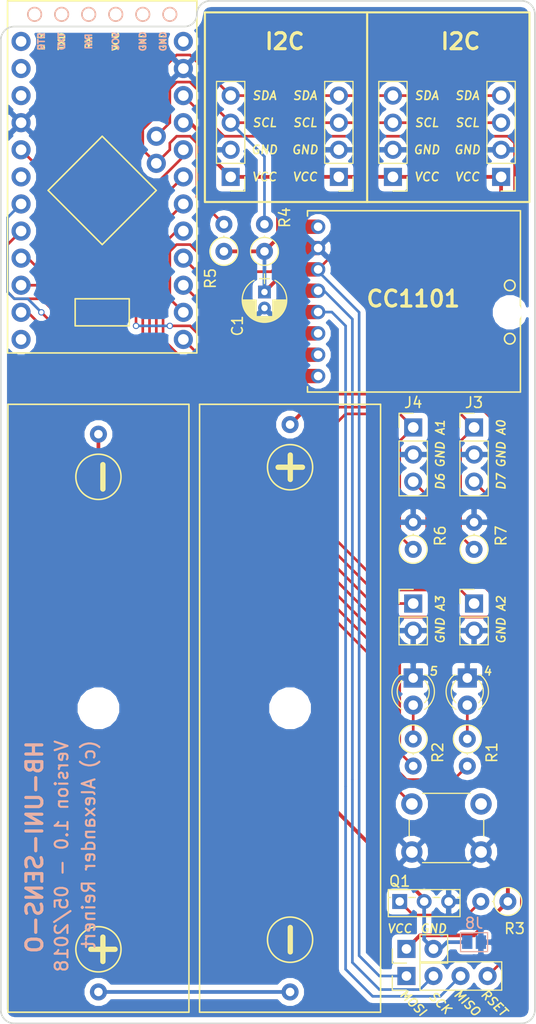
<source format=kicad_pcb>
(kicad_pcb (version 4) (host pcbnew 4.0.7)

  (general
    (links 75)
    (no_connects 0)
    (area 100.254999 49.889999 152.4205 146.125001)
    (thickness 1.6)
    (drawings 59)
    (tracks 278)
    (zones 0)
    (modules 28)
    (nets 29)
  )

  (page A4)
  (layers
    (0 F.Cu signal)
    (31 B.Cu signal)
    (32 B.Adhes user hide)
    (33 F.Adhes user hide)
    (34 B.Paste user hide)
    (35 F.Paste user hide)
    (36 B.SilkS user)
    (37 F.SilkS user)
    (38 B.Mask user hide)
    (39 F.Mask user hide)
    (40 Dwgs.User user hide)
    (41 Cmts.User user hide)
    (42 Eco1.User user hide)
    (43 Eco2.User user hide)
    (44 Edge.Cuts user)
    (45 Margin user hide)
    (46 B.CrtYd user hide)
    (47 F.CrtYd user)
    (48 B.Fab user hide)
    (49 F.Fab user hide)
  )

  (setup
    (last_trace_width 0.25)
    (trace_clearance 0.2)
    (zone_clearance 0.508)
    (zone_45_only yes)
    (trace_min 0.25)
    (segment_width 0.2)
    (edge_width 0.15)
    (via_size 0.6)
    (via_drill 0.4)
    (via_min_size 0.4)
    (via_min_drill 0.3)
    (uvia_size 0.3)
    (uvia_drill 0.1)
    (uvias_allowed no)
    (uvia_min_size 0.3)
    (uvia_min_drill 0.1)
    (pcb_text_width 0.3)
    (pcb_text_size 1.5 1.5)
    (mod_edge_width 0.15)
    (mod_text_size 1 1)
    (mod_text_width 0.15)
    (pad_size 2 2)
    (pad_drill 1.1)
    (pad_to_mask_clearance 0.2)
    (aux_axis_origin 100 77)
    (visible_elements 7FFFFFFF)
    (pcbplotparams
      (layerselection 0x010f0_80000001)
      (usegerberextensions false)
      (excludeedgelayer true)
      (linewidth 0.100000)
      (plotframeref false)
      (viasonmask false)
      (mode 1)
      (useauxorigin false)
      (hpglpennumber 1)
      (hpglpenspeed 20)
      (hpglpendiameter 15)
      (hpglpenoverlay 2)
      (psnegative false)
      (psa4output false)
      (plotreference true)
      (plotvalue true)
      (plotinvisibletext false)
      (padsonsilk false)
      (subtractmaskfromsilk false)
      (outputformat 1)
      (mirror false)
      (drillshape 0)
      (scaleselection 1)
      (outputdirectory Gerber/))
  )

  (net 0 "")
  (net 1 +3V3)
  (net 2 GND)
  (net 3 "Net-(D1-Pad2)")
  (net 4 "Net-(U1-Pad12)")
  (net 5 "Net-(U1-Pad18)")
  (net 6 "Net-(U1-Pad24)")
  (net 7 "Net-(U2-Pad6)")
  (net 8 "Net-(R1-Pad2)")
  (net 9 "Net-(SW1-Pad1)")
  (net 10 /SS)
  (net 11 /D2)
  (net 12 /SCL)
  (net 13 /SDA)
  (net 14 /A0)
  (net 15 /A1)
  (net 16 /A2)
  (net 17 /A3)
  (net 18 /MOSI)
  (net 19 /SCK)
  (net 20 /MISO)
  (net 21 /RSET)
  (net 22 "Net-(BT1-Pad2)")
  (net 23 "Net-(D2-Pad2)")
  (net 24 "Net-(R2-Pad2)")
  (net 25 "Net-(BT2-Pad2)")
  (net 26 "Net-(Q1-Pad1)")
  (net 27 /D6)
  (net 28 /D7)

  (net_class Default "Dies ist die voreingestellte Netzklasse."
    (clearance 0.2)
    (trace_width 0.25)
    (via_dia 0.6)
    (via_drill 0.4)
    (uvia_dia 0.3)
    (uvia_drill 0.1)
    (add_net /A0)
    (add_net /A1)
    (add_net /A2)
    (add_net /A3)
    (add_net /D2)
    (add_net /D6)
    (add_net /D7)
    (add_net /MISO)
    (add_net /MOSI)
    (add_net /RSET)
    (add_net /SCK)
    (add_net /SCL)
    (add_net /SDA)
    (add_net /SS)
    (add_net GND)
    (add_net "Net-(D1-Pad2)")
    (add_net "Net-(D2-Pad2)")
    (add_net "Net-(Q1-Pad1)")
    (add_net "Net-(R1-Pad2)")
    (add_net "Net-(R2-Pad2)")
    (add_net "Net-(SW1-Pad1)")
    (add_net "Net-(U1-Pad12)")
    (add_net "Net-(U1-Pad18)")
    (add_net "Net-(U1-Pad24)")
    (add_net "Net-(U2-Pad6)")
  )

  (net_class +3V3 ""
    (clearance 0.2)
    (trace_width 0.35)
    (via_dia 0.6)
    (via_drill 0.4)
    (uvia_dia 0.3)
    (uvia_drill 0.1)
    (add_net +3V3)
    (add_net "Net-(BT1-Pad2)")
    (add_net "Net-(BT2-Pad2)")
  )

  (module LEDs:LED_D3.0mm (layer F.Cu) (tedit 5AD9F567) (tstamp 5AC3F6CF)
    (at 144.145 113.665 270)
    (descr "LED, diameter 3.0mm, 2 pins")
    (tags "LED diameter 3.0mm 2 pins")
    (path /5ABE1195)
    (fp_text reference D1 (at 3.81 -1.905 360) (layer F.SilkS) hide
      (effects (font (size 1 1) (thickness 0.15)))
    )
    (fp_text value LED (at 1.27 2.96 270) (layer F.Fab)
      (effects (font (size 1 1) (thickness 0.15)))
    )
    (fp_arc (start 1.27 0) (end -0.23 -1.16619) (angle 284.3) (layer F.Fab) (width 0.1))
    (fp_arc (start 1.27 0) (end -0.29 -1.235516) (angle 108.8) (layer F.SilkS) (width 0.12))
    (fp_arc (start 1.27 0) (end -0.29 1.235516) (angle -108.8) (layer F.SilkS) (width 0.12))
    (fp_arc (start 1.27 0) (end 0.229039 -1.08) (angle 87.9) (layer F.SilkS) (width 0.12))
    (fp_arc (start 1.27 0) (end 0.229039 1.08) (angle -87.9) (layer F.SilkS) (width 0.12))
    (fp_circle (center 1.27 0) (end 2.77 0) (layer F.Fab) (width 0.1))
    (fp_line (start -0.23 -1.16619) (end -0.23 1.16619) (layer F.Fab) (width 0.1))
    (fp_line (start -0.29 -1.236) (end -0.29 -1.08) (layer F.SilkS) (width 0.12))
    (fp_line (start -0.29 1.08) (end -0.29 1.236) (layer F.SilkS) (width 0.12))
    (fp_line (start -1.15 -2.25) (end -1.15 2.25) (layer F.CrtYd) (width 0.05))
    (fp_line (start -1.15 2.25) (end 3.7 2.25) (layer F.CrtYd) (width 0.05))
    (fp_line (start 3.7 2.25) (end 3.7 -2.25) (layer F.CrtYd) (width 0.05))
    (fp_line (start 3.7 -2.25) (end -1.15 -2.25) (layer F.CrtYd) (width 0.05))
    (pad 1 thru_hole rect (at 0 0 270) (size 1.8 1.8) (drill 0.9) (layers *.Cu *.Mask)
      (net 2 GND))
    (pad 2 thru_hole circle (at 2.54 0 270) (size 1.8 1.8) (drill 0.9) (layers *.Cu *.Mask)
      (net 3 "Net-(D1-Pad2)"))
    (model ${KISYS3DMOD}/LEDs.3dshapes/LED_D3.0mm.wrl
      (at (xyz 0 0 0))
      (scale (xyz 0.393701 0.393701 0.393701))
      (rotate (xyz 0 0 0))
    )
  )

  (module Homebrew:BATTERY_HOLDER_GOOBAY_AA (layer F.Cu) (tedit 5AE0DFAC) (tstamp 5ACCE830)
    (at 136 145 90)
    (path /5ACCD42F)
    (fp_text reference BT1 (at 17.78 -8.255 90) (layer F.SilkS) hide
      (effects (font (size 1 1) (thickness 0.15)))
    )
    (fp_text value AA (at 48.1 -1.5 90) (layer F.Fab)
      (effects (font (size 1 1) (thickness 0.15)))
    )
    (fp_text user + (at 51.1 -8.7 90) (layer F.SilkS)
      (effects (font (size 3 3) (thickness 0.5)))
    )
    (fp_circle (center 51.1 -8.5) (end 52.6 -7) (layer F.SilkS) (width 0.15))
    (fp_circle (center 6.8 -8.5) (end 8.3 -7) (layer F.SilkS) (width 0.15))
    (fp_text user - (at 6.8 -8.7 90) (layer F.SilkS)
      (effects (font (size 3 3) (thickness 0.5)))
    )
    (fp_line (start 0 0) (end 0 -17) (layer F.SilkS) (width 0.15))
    (fp_line (start 0 -17) (end 57 -17) (layer F.SilkS) (width 0.15))
    (fp_line (start 57 -17) (end 57 0) (layer F.SilkS) (width 0.15))
    (fp_line (start 57 0) (end 0 0) (layer F.SilkS) (width 0.15))
    (pad 2 thru_hole circle (at 1.9 -8.5 90) (size 1.6 1.6) (drill 0.8) (layers *.Cu *.Mask)
      (net 22 "Net-(BT1-Pad2)"))
    (pad 1 thru_hole circle (at 55.1 -8.5 90) (size 1.6 1.6) (drill 0.8) (layers *.Cu *.Mask)
      (net 1 +3V3))
    (pad "" np_thru_hole circle (at 28.5 -8.5 90) (size 2.9 2.9) (drill 2.9) (layers *.Cu *.Mask))
  )

  (module Capacitors_THT:CP_Radial_D4.0mm_P1.50mm (layer F.Cu) (tedit 5AEB8565) (tstamp 5ADA3C40)
    (at 125.095 77.47 270)
    (descr "CP, Radial series, Radial, pin pitch=1.50mm, , diameter=4mm, Electrolytic Capacitor")
    (tags "CP Radial series Radial pin pitch 1.50mm  diameter 4mm Electrolytic Capacitor")
    (path /5ADA3A00)
    (fp_text reference C1 (at 3.175 2.54 270) (layer F.SilkS)
      (effects (font (size 1 1) (thickness 0.15)))
    )
    (fp_text value 10uF (at 0.75 3.31 270) (layer F.Fab)
      (effects (font (size 1 1) (thickness 0.15)))
    )
    (fp_arc (start 0.75 0) (end -1.095996 -0.98) (angle 124.1) (layer F.SilkS) (width 0.12))
    (fp_arc (start 0.75 0) (end -1.095996 0.98) (angle -124.1) (layer F.SilkS) (width 0.12))
    (fp_arc (start 0.75 0) (end 2.595996 -0.98) (angle 55.9) (layer F.SilkS) (width 0.12))
    (fp_circle (center 0.75 0) (end 2.75 0) (layer F.Fab) (width 0.1))
    (fp_line (start -1.7 0) (end -0.8 0) (layer F.Fab) (width 0.1))
    (fp_line (start -1.25 -0.45) (end -1.25 0.45) (layer F.Fab) (width 0.1))
    (fp_line (start 0.75 0.78) (end 0.75 2.05) (layer F.SilkS) (width 0.12))
    (fp_line (start 0.75 -2.05) (end 0.75 -0.78) (layer F.SilkS) (width 0.12))
    (fp_line (start 0.79 -2.05) (end 0.79 -0.78) (layer F.SilkS) (width 0.12))
    (fp_line (start 0.79 0.78) (end 0.79 2.05) (layer F.SilkS) (width 0.12))
    (fp_line (start 0.83 -2.049) (end 0.83 -0.78) (layer F.SilkS) (width 0.12))
    (fp_line (start 0.83 0.78) (end 0.83 2.049) (layer F.SilkS) (width 0.12))
    (fp_line (start 0.87 -2.047) (end 0.87 -0.78) (layer F.SilkS) (width 0.12))
    (fp_line (start 0.87 0.78) (end 0.87 2.047) (layer F.SilkS) (width 0.12))
    (fp_line (start 0.91 -2.044) (end 0.91 -0.78) (layer F.SilkS) (width 0.12))
    (fp_line (start 0.91 0.78) (end 0.91 2.044) (layer F.SilkS) (width 0.12))
    (fp_line (start 0.95 -2.041) (end 0.95 -0.78) (layer F.SilkS) (width 0.12))
    (fp_line (start 0.95 0.78) (end 0.95 2.041) (layer F.SilkS) (width 0.12))
    (fp_line (start 0.99 -2.037) (end 0.99 -0.78) (layer F.SilkS) (width 0.12))
    (fp_line (start 0.99 0.78) (end 0.99 2.037) (layer F.SilkS) (width 0.12))
    (fp_line (start 1.03 -2.032) (end 1.03 -0.78) (layer F.SilkS) (width 0.12))
    (fp_line (start 1.03 0.78) (end 1.03 2.032) (layer F.SilkS) (width 0.12))
    (fp_line (start 1.07 -2.026) (end 1.07 -0.78) (layer F.SilkS) (width 0.12))
    (fp_line (start 1.07 0.78) (end 1.07 2.026) (layer F.SilkS) (width 0.12))
    (fp_line (start 1.11 -2.019) (end 1.11 -0.78) (layer F.SilkS) (width 0.12))
    (fp_line (start 1.11 0.78) (end 1.11 2.019) (layer F.SilkS) (width 0.12))
    (fp_line (start 1.15 -2.012) (end 1.15 -0.78) (layer F.SilkS) (width 0.12))
    (fp_line (start 1.15 0.78) (end 1.15 2.012) (layer F.SilkS) (width 0.12))
    (fp_line (start 1.19 -2.004) (end 1.19 -0.78) (layer F.SilkS) (width 0.12))
    (fp_line (start 1.19 0.78) (end 1.19 2.004) (layer F.SilkS) (width 0.12))
    (fp_line (start 1.23 -1.995) (end 1.23 -0.78) (layer F.SilkS) (width 0.12))
    (fp_line (start 1.23 0.78) (end 1.23 1.995) (layer F.SilkS) (width 0.12))
    (fp_line (start 1.27 -1.985) (end 1.27 -0.78) (layer F.SilkS) (width 0.12))
    (fp_line (start 1.27 0.78) (end 1.27 1.985) (layer F.SilkS) (width 0.12))
    (fp_line (start 1.31 -1.974) (end 1.31 -0.78) (layer F.SilkS) (width 0.12))
    (fp_line (start 1.31 0.78) (end 1.31 1.974) (layer F.SilkS) (width 0.12))
    (fp_line (start 1.35 -1.963) (end 1.35 -0.78) (layer F.SilkS) (width 0.12))
    (fp_line (start 1.35 0.78) (end 1.35 1.963) (layer F.SilkS) (width 0.12))
    (fp_line (start 1.39 -1.95) (end 1.39 -0.78) (layer F.SilkS) (width 0.12))
    (fp_line (start 1.39 0.78) (end 1.39 1.95) (layer F.SilkS) (width 0.12))
    (fp_line (start 1.43 -1.937) (end 1.43 -0.78) (layer F.SilkS) (width 0.12))
    (fp_line (start 1.43 0.78) (end 1.43 1.937) (layer F.SilkS) (width 0.12))
    (fp_line (start 1.471 -1.923) (end 1.471 -0.78) (layer F.SilkS) (width 0.12))
    (fp_line (start 1.471 0.78) (end 1.471 1.923) (layer F.SilkS) (width 0.12))
    (fp_line (start 1.511 -1.907) (end 1.511 -0.78) (layer F.SilkS) (width 0.12))
    (fp_line (start 1.511 0.78) (end 1.511 1.907) (layer F.SilkS) (width 0.12))
    (fp_line (start 1.551 -1.891) (end 1.551 -0.78) (layer F.SilkS) (width 0.12))
    (fp_line (start 1.551 0.78) (end 1.551 1.891) (layer F.SilkS) (width 0.12))
    (fp_line (start 1.591 -1.874) (end 1.591 -0.78) (layer F.SilkS) (width 0.12))
    (fp_line (start 1.591 0.78) (end 1.591 1.874) (layer F.SilkS) (width 0.12))
    (fp_line (start 1.631 -1.856) (end 1.631 -0.78) (layer F.SilkS) (width 0.12))
    (fp_line (start 1.631 0.78) (end 1.631 1.856) (layer F.SilkS) (width 0.12))
    (fp_line (start 1.671 -1.837) (end 1.671 -0.78) (layer F.SilkS) (width 0.12))
    (fp_line (start 1.671 0.78) (end 1.671 1.837) (layer F.SilkS) (width 0.12))
    (fp_line (start 1.711 -1.817) (end 1.711 -0.78) (layer F.SilkS) (width 0.12))
    (fp_line (start 1.711 0.78) (end 1.711 1.817) (layer F.SilkS) (width 0.12))
    (fp_line (start 1.751 -1.796) (end 1.751 -0.78) (layer F.SilkS) (width 0.12))
    (fp_line (start 1.751 0.78) (end 1.751 1.796) (layer F.SilkS) (width 0.12))
    (fp_line (start 1.791 -1.773) (end 1.791 -0.78) (layer F.SilkS) (width 0.12))
    (fp_line (start 1.791 0.78) (end 1.791 1.773) (layer F.SilkS) (width 0.12))
    (fp_line (start 1.831 -1.75) (end 1.831 -0.78) (layer F.SilkS) (width 0.12))
    (fp_line (start 1.831 0.78) (end 1.831 1.75) (layer F.SilkS) (width 0.12))
    (fp_line (start 1.871 -1.725) (end 1.871 -0.78) (layer F.SilkS) (width 0.12))
    (fp_line (start 1.871 0.78) (end 1.871 1.725) (layer F.SilkS) (width 0.12))
    (fp_line (start 1.911 -1.699) (end 1.911 -0.78) (layer F.SilkS) (width 0.12))
    (fp_line (start 1.911 0.78) (end 1.911 1.699) (layer F.SilkS) (width 0.12))
    (fp_line (start 1.951 -1.672) (end 1.951 -0.78) (layer F.SilkS) (width 0.12))
    (fp_line (start 1.951 0.78) (end 1.951 1.672) (layer F.SilkS) (width 0.12))
    (fp_line (start 1.991 -1.643) (end 1.991 -0.78) (layer F.SilkS) (width 0.12))
    (fp_line (start 1.991 0.78) (end 1.991 1.643) (layer F.SilkS) (width 0.12))
    (fp_line (start 2.031 -1.613) (end 2.031 -0.78) (layer F.SilkS) (width 0.12))
    (fp_line (start 2.031 0.78) (end 2.031 1.613) (layer F.SilkS) (width 0.12))
    (fp_line (start 2.071 -1.581) (end 2.071 -0.78) (layer F.SilkS) (width 0.12))
    (fp_line (start 2.071 0.78) (end 2.071 1.581) (layer F.SilkS) (width 0.12))
    (fp_line (start 2.111 -1.547) (end 2.111 -0.78) (layer F.SilkS) (width 0.12))
    (fp_line (start 2.111 0.78) (end 2.111 1.547) (layer F.SilkS) (width 0.12))
    (fp_line (start 2.151 -1.512) (end 2.151 -0.78) (layer F.SilkS) (width 0.12))
    (fp_line (start 2.151 0.78) (end 2.151 1.512) (layer F.SilkS) (width 0.12))
    (fp_line (start 2.191 -1.475) (end 2.191 -0.78) (layer F.SilkS) (width 0.12))
    (fp_line (start 2.191 0.78) (end 2.191 1.475) (layer F.SilkS) (width 0.12))
    (fp_line (start 2.231 -1.436) (end 2.231 -0.78) (layer F.SilkS) (width 0.12))
    (fp_line (start 2.231 0.78) (end 2.231 1.436) (layer F.SilkS) (width 0.12))
    (fp_line (start 2.271 -1.395) (end 2.271 -0.78) (layer F.SilkS) (width 0.12))
    (fp_line (start 2.271 0.78) (end 2.271 1.395) (layer F.SilkS) (width 0.12))
    (fp_line (start 2.311 -1.351) (end 2.311 1.351) (layer F.SilkS) (width 0.12))
    (fp_line (start 2.351 -1.305) (end 2.351 1.305) (layer F.SilkS) (width 0.12))
    (fp_line (start 2.391 -1.256) (end 2.391 1.256) (layer F.SilkS) (width 0.12))
    (fp_line (start 2.431 -1.204) (end 2.431 1.204) (layer F.SilkS) (width 0.12))
    (fp_line (start 2.471 -1.148) (end 2.471 1.148) (layer F.SilkS) (width 0.12))
    (fp_line (start 2.511 -1.088) (end 2.511 1.088) (layer F.SilkS) (width 0.12))
    (fp_line (start 2.551 -1.023) (end 2.551 1.023) (layer F.SilkS) (width 0.12))
    (fp_line (start 2.591 -0.952) (end 2.591 0.952) (layer F.SilkS) (width 0.12))
    (fp_line (start 2.631 -0.874) (end 2.631 0.874) (layer F.SilkS) (width 0.12))
    (fp_line (start 2.671 -0.786) (end 2.671 0.786) (layer F.SilkS) (width 0.12))
    (fp_line (start 2.711 -0.686) (end 2.711 0.686) (layer F.SilkS) (width 0.12))
    (fp_line (start 2.751 -0.567) (end 2.751 0.567) (layer F.SilkS) (width 0.12))
    (fp_line (start 2.791 -0.415) (end 2.791 0.415) (layer F.SilkS) (width 0.12))
    (fp_line (start 2.831 -0.165) (end 2.831 0.165) (layer F.SilkS) (width 0.12))
    (fp_line (start -1.7 0) (end -0.8 0) (layer F.SilkS) (width 0.12))
    (fp_line (start -1.25 -0.45) (end -1.25 0.45) (layer F.SilkS) (width 0.12))
    (fp_line (start -1.6 -2.35) (end -1.6 2.35) (layer F.CrtYd) (width 0.05))
    (fp_line (start -1.6 2.35) (end 3.1 2.35) (layer F.CrtYd) (width 0.05))
    (fp_line (start 3.1 2.35) (end 3.1 -2.35) (layer F.CrtYd) (width 0.05))
    (fp_line (start 3.1 -2.35) (end -1.6 -2.35) (layer F.CrtYd) (width 0.05))
    (fp_text user %R (at 0.75 0 270) (layer F.Fab)
      (effects (font (size 1 1) (thickness 0.15)))
    )
    (pad 1 thru_hole rect (at 0 0 270) (size 1.2 1.2) (drill 0.6) (layers *.Cu *.Mask)
      (net 1 +3V3))
    (pad 2 thru_hole circle (at 1.5 0 270) (size 1.2 1.2) (drill 0.6) (layers *.Cu *.Mask)
      (net 2 GND))
    (model ${KISYS3DMOD}/Capacitors_THT.3dshapes/CP_Radial_D4.0mm_P1.50mm.wrl
      (at (xyz 0 0 0))
      (scale (xyz 1 1 1))
      (rotate (xyz 0 0 0))
    )
  )

  (module Homebrew:ArduinoProMini (layer F.Cu) (tedit 5ADA21FF) (tstamp 5AC41C6E)
    (at 118.745 83.185 90)
    (path /5ACA0010)
    (fp_text reference U1 (at 3.81 -13.97 90) (layer F.SilkS) hide
      (effects (font (size 1 1) (thickness 0.15)))
    )
    (fp_text value ArduinoProMini (at 16.51 -8.89 90) (layer F.Fab)
      (effects (font (size 1 1) (thickness 0.15)))
    )
    (fp_text user GND (at 29.21 -3.175 90) (layer B.SilkS)
      (effects (font (size 0.6 0.6) (thickness 0.15)) (justify mirror))
    )
    (fp_text user GND (at 29.21 -5.08 90) (layer B.SilkS)
      (effects (font (size 0.6 0.6) (thickness 0.15)) (justify mirror))
    )
    (fp_text user VCC (at 29.21 -7.62 90) (layer F.SilkS)
      (effects (font (size 0.6 0.6) (thickness 0.15)))
    )
    (fp_text user RXI (at 29.21 -10.16 90) (layer F.SilkS)
      (effects (font (size 0.6 0.6) (thickness 0.15)))
    )
    (fp_text user TXD (at 29.21 -12.7 90) (layer F.SilkS)
      (effects (font (size 0.6 0.6) (thickness 0.15)))
    )
    (fp_text user DTR (at 29.21 -14.605 90) (layer F.SilkS)
      (effects (font (size 0.6 0.6) (thickness 0.15)))
    )
    (fp_text user GND (at 29.21 -3.175 90) (layer F.SilkS)
      (effects (font (size 0.6 0.6) (thickness 0.15)))
    )
    (fp_text user GND (at 29.21 -5.08 90) (layer F.SilkS)
      (effects (font (size 0.6 0.6) (thickness 0.15)))
    )
    (fp_text user VCC (at 29.21 -7.62 90) (layer B.SilkS)
      (effects (font (size 0.6 0.6) (thickness 0.15)) (justify mirror))
    )
    (fp_text user RXI (at 29.21 -10.16 90) (layer B.SilkS)
      (effects (font (size 0.6 0.6) (thickness 0.15)) (justify mirror))
    )
    (fp_text user TXD (at 29.21 -12.7 90) (layer B.SilkS)
      (effects (font (size 0.6 0.6) (thickness 0.15)) (justify mirror))
    )
    (fp_text user DTR (at 29.21 -14.605 90) (layer B.SilkS)
      (effects (font (size 0.6 0.6) (thickness 0.15)) (justify mirror))
    )
    (fp_circle (center 31.75 -2.54) (end 31.75 -1.905) (layer B.SilkS) (width 0.15))
    (fp_circle (center 31.75 -5.08) (end 31.75 -4.445) (layer B.SilkS) (width 0.15))
    (fp_circle (center 31.75 -7.62) (end 31.75 -6.985) (layer B.SilkS) (width 0.15))
    (fp_circle (center 31.75 -10.16) (end 31.75 -9.525) (layer B.SilkS) (width 0.15))
    (fp_circle (center 31.75 -12.7) (end 31.75 -12.065) (layer B.SilkS) (width 0.15))
    (fp_circle (center 31.75 -15.24) (end 31.75 -14.605) (layer B.SilkS) (width 0.15))
    (fp_circle (center 31.75 -2.54) (end 31.75 -1.905) (layer F.SilkS) (width 0.15))
    (fp_circle (center 31.75 -5.08) (end 31.75 -4.445) (layer F.SilkS) (width 0.15))
    (fp_circle (center 31.75 -7.62) (end 31.75 -6.985) (layer F.SilkS) (width 0.15))
    (fp_circle (center 31.75 -10.16) (end 31.75 -9.525) (layer F.SilkS) (width 0.15))
    (fp_circle (center 31.75 -12.7) (end 31.75 -12.065) (layer F.SilkS) (width 0.15))
    (fp_circle (center 31.75 -15.24) (end 31.75 -14.605) (layer F.SilkS) (width 0.15))
    (fp_line (start 2.54 -11.43) (end 2.54 -6.35) (layer F.SilkS) (width 0.15))
    (fp_line (start 2.54 -6.35) (end 5.08 -6.35) (layer F.SilkS) (width 0.15))
    (fp_line (start 5.08 -6.35) (end 5.08 -11.43) (layer F.SilkS) (width 0.15))
    (fp_line (start 5.08 -11.43) (end 2.54 -11.43) (layer F.SilkS) (width 0.15))
    (fp_line (start 15.24 -3.81) (end 20.32 -8.89) (layer F.SilkS) (width 0.15))
    (fp_line (start 20.32 -8.89) (end 15.24 -13.97) (layer F.SilkS) (width 0.15))
    (fp_line (start 15.24 -13.97) (end 10.16 -8.89) (layer F.SilkS) (width 0.15))
    (fp_line (start 10.16 -8.89) (end 15.24 -3.81) (layer F.SilkS) (width 0.15))
    (fp_line (start 0 0) (end 33.02 0) (layer F.SilkS) (width 0.15))
    (fp_line (start 33.02 0) (end 33.02 -17.78) (layer F.SilkS) (width 0.15))
    (fp_line (start 33.02 -17.78) (end 0 -17.78) (layer F.SilkS) (width 0.15))
    (fp_line (start 0 -17.78) (end 0 0) (layer F.SilkS) (width 0.15))
    (pad 1 thru_hole circle (at 1.27 -1.27 90) (size 1.8 1.8) (drill 1) (layers *.Cu *.Mask)
      (net 10 /SS))
    (pad 2 thru_hole circle (at 3.81 -1.27 90) (size 1.8 1.8) (drill 1) (layers *.Cu *.Mask)
      (net 18 /MOSI))
    (pad 3 thru_hole circle (at 6.35 -1.27 90) (size 1.8 1.8) (drill 1) (layers *.Cu *.Mask)
      (net 20 /MISO))
    (pad 4 thru_hole circle (at 8.89 -1.27 90) (size 1.8 1.8) (drill 1) (layers *.Cu *.Mask)
      (net 19 /SCK))
    (pad 5 thru_hole circle (at 11.43 -1.27 90) (size 1.8 1.8) (drill 1) (layers *.Cu *.Mask)
      (net 14 /A0))
    (pad 6 thru_hole circle (at 13.97 -1.27 90) (size 1.8 1.8) (drill 1) (layers *.Cu *.Mask)
      (net 15 /A1))
    (pad 7 thru_hole circle (at 16.51 -1.27 90) (size 1.8 1.8) (drill 1) (layers *.Cu *.Mask)
      (net 16 /A2))
    (pad 8 thru_hole circle (at 19.05 -1.27 90) (size 1.8 1.8) (drill 1) (layers *.Cu *.Mask)
      (net 17 /A3))
    (pad 9 thru_hole circle (at 21.59 -1.27 90) (size 1.8 1.8) (drill 1) (layers *.Cu *.Mask)
      (net 1 +3V3))
    (pad 10 thru_hole circle (at 24.13 -1.27 90) (size 1.8 1.8) (drill 1) (layers *.Cu *.Mask)
      (net 21 /RSET))
    (pad 11 thru_hole circle (at 26.67 -1.27 90) (size 1.8 1.8) (drill 1) (layers *.Cu *.Mask)
      (net 2 GND))
    (pad 12 thru_hole circle (at 29.21 -1.27 90) (size 1.8 1.8) (drill 1) (layers *.Cu *.Mask)
      (net 4 "Net-(U1-Pad12)"))
    (pad 13 thru_hole circle (at 29.21 -16.51 90) (size 1.8 1.8) (drill 1) (layers *.Cu *.Mask))
    (pad 14 thru_hole circle (at 26.67 -16.51 90) (size 1.8 1.8) (drill 1) (layers *.Cu *.Mask))
    (pad 15 thru_hole circle (at 24.13 -16.51 90) (size 1.8 1.8) (drill 1) (layers *.Cu *.Mask))
    (pad 16 thru_hole circle (at 21.59 -16.51 90) (size 1.8 1.8) (drill 1) (layers *.Cu *.Mask)
      (net 2 GND))
    (pad 17 thru_hole circle (at 19.05 -16.51 90) (size 1.8 1.8) (drill 1) (layers *.Cu *.Mask)
      (net 11 /D2))
    (pad 18 thru_hole circle (at 16.51 -16.51 90) (size 1.8 1.8) (drill 1) (layers *.Cu *.Mask)
      (net 5 "Net-(U1-Pad18)"))
    (pad 19 thru_hole circle (at 13.97 -16.51 90) (size 1.8 1.8) (drill 1) (layers *.Cu *.Mask)
      (net 8 "Net-(R1-Pad2)"))
    (pad 20 thru_hole circle (at 11.43 -16.51 90) (size 1.8 1.8) (drill 1) (layers *.Cu *.Mask)
      (net 24 "Net-(R2-Pad2)"))
    (pad 21 thru_hole circle (at 8.89 -16.51 90) (size 1.8 1.8) (drill 1) (layers *.Cu *.Mask)
      (net 27 /D6))
    (pad 22 thru_hole circle (at 6.35 -16.51 90) (size 1.8 1.8) (drill 1) (layers *.Cu *.Mask)
      (net 28 /D7))
    (pad 23 thru_hole circle (at 3.81 -16.51 90) (size 1.8 1.8) (drill 1) (layers *.Cu *.Mask)
      (net 9 "Net-(SW1-Pad1)"))
    (pad 24 thru_hole circle (at 1.27 -16.51 90) (size 1.8 1.8) (drill 1) (layers *.Cu *.Mask)
      (net 6 "Net-(U1-Pad24)"))
    (pad 25 thru_hole circle (at 17.78 -3.81 90) (size 1.8 1.8) (drill 1) (layers *.Cu *.Mask)
      (net 13 /SDA))
    (pad 26 thru_hole circle (at 20.32 -3.81 90) (size 1.8 1.8) (drill 1) (layers *.Cu *.Mask)
      (net 12 /SCL))
  )

  (module LEDs:LED_D3.0mm (layer F.Cu) (tedit 5AD9F570) (tstamp 5AD9EC7A)
    (at 139.065 113.665 270)
    (descr "LED, diameter 3.0mm, 2 pins")
    (tags "LED diameter 3.0mm 2 pins")
    (path /5AD9FCFD)
    (fp_text reference D2 (at 3.81 -1.905 360) (layer F.SilkS) hide
      (effects (font (size 1 1) (thickness 0.15)))
    )
    (fp_text value LED (at 1.27 2.96 270) (layer F.Fab)
      (effects (font (size 1 1) (thickness 0.15)))
    )
    (fp_arc (start 1.27 0) (end -0.23 -1.16619) (angle 284.3) (layer F.Fab) (width 0.1))
    (fp_arc (start 1.27 0) (end -0.29 -1.235516) (angle 108.8) (layer F.SilkS) (width 0.12))
    (fp_arc (start 1.27 0) (end -0.29 1.235516) (angle -108.8) (layer F.SilkS) (width 0.12))
    (fp_arc (start 1.27 0) (end 0.229039 -1.08) (angle 87.9) (layer F.SilkS) (width 0.12))
    (fp_arc (start 1.27 0) (end 0.229039 1.08) (angle -87.9) (layer F.SilkS) (width 0.12))
    (fp_circle (center 1.27 0) (end 2.77 0) (layer F.Fab) (width 0.1))
    (fp_line (start -0.23 -1.16619) (end -0.23 1.16619) (layer F.Fab) (width 0.1))
    (fp_line (start -0.29 -1.236) (end -0.29 -1.08) (layer F.SilkS) (width 0.12))
    (fp_line (start -0.29 1.08) (end -0.29 1.236) (layer F.SilkS) (width 0.12))
    (fp_line (start -1.15 -2.25) (end -1.15 2.25) (layer F.CrtYd) (width 0.05))
    (fp_line (start -1.15 2.25) (end 3.7 2.25) (layer F.CrtYd) (width 0.05))
    (fp_line (start 3.7 2.25) (end 3.7 -2.25) (layer F.CrtYd) (width 0.05))
    (fp_line (start 3.7 -2.25) (end -1.15 -2.25) (layer F.CrtYd) (width 0.05))
    (pad 1 thru_hole rect (at 0 0 270) (size 1.8 1.8) (drill 0.9) (layers *.Cu *.Mask)
      (net 2 GND))
    (pad 2 thru_hole circle (at 2.54 0 270) (size 1.8 1.8) (drill 0.9) (layers *.Cu *.Mask)
      (net 23 "Net-(D2-Pad2)"))
    (model ${KISYS3DMOD}/LEDs.3dshapes/LED_D3.0mm.wrl
      (at (xyz 0 0 0))
      (scale (xyz 0.393701 0.393701 0.393701))
      (rotate (xyz 0 0 0))
    )
  )

  (module Mounting_Holes:MountingHole_2.2mm_M2 (layer F.Cu) (tedit 5AD9E1FD) (tstamp 5AD9FA93)
    (at 148.1455 79.375 90)
    (descr "Mounting Hole 2.2mm, no annular, M2")
    (tags "mounting hole 2.2mm no annular m2")
    (attr virtual)
    (fp_text reference "" (at 0 -3.2 90) (layer F.SilkS) hide
      (effects (font (size 1 1) (thickness 0.15)))
    )
    (fp_text value "" (at 0 3.2 90) (layer F.Fab) hide
      (effects (font (size 1 1) (thickness 0.15)))
    )
    (fp_text user %R (at 0.3 0 90) (layer F.Fab)
      (effects (font (size 1 1) (thickness 0.15)))
    )
    (fp_circle (center 0 0) (end 2.2 0) (layer Cmts.User) (width 0.15))
    (fp_circle (center 0 0) (end 2.45 0) (layer F.CrtYd) (width 0.05))
    (pad 1 np_thru_hole circle (at 0 0 90) (size 2.2 2.2) (drill 2.2) (layers *.Cu *.Mask))
  )

  (module Homebrew:CC1101 (layer F.Cu) (tedit 5AC41066) (tstamp 5AC3F37D)
    (at 127.635 69.85)
    (path /5AC3AFA1)
    (fp_text reference U2 (at 6.5 2) (layer F.SilkS) hide
      (effects (font (size 1 1) (thickness 0.15)))
    )
    (fp_text value CC1101 (at 15.5 15) (layer F.Fab)
      (effects (font (size 1 1) (thickness 0.15)))
    )
    (fp_line (start 1.5 17) (end 1.5 16.5) (layer F.SilkS) (width 0.15))
    (fp_line (start 1.5 0) (end 1.5 0.5) (layer F.SilkS) (width 0.15))
    (fp_circle (center 20.5 12) (end 20.5 12.5) (layer F.SilkS) (width 0.15))
    (fp_circle (center 20.5 7) (end 20.5 7.5) (layer F.SilkS) (width 0.15))
    (fp_circle (center 20.5 9.5) (end 21 9.5) (layer F.SilkS) (width 0.15))
    (fp_line (start 1.5 0) (end 21.5 0) (layer F.SilkS) (width 0.15))
    (fp_line (start 21.5 0) (end 21.5 17) (layer F.SilkS) (width 0.15))
    (fp_line (start 21.5 17) (end 1.5 17) (layer F.SilkS) (width 0.15))
    (pad 8 thru_hole circle (at 2.5 15.5) (size 1.35 1.35) (drill 0.8) (layers *.Cu *.Mask)
      (net 10 /SS))
    (pad 8 connect rect (at 1.5 15.5) (size 1.8 1.35) (layers F.Cu F.Mask)
      (net 10 /SS))
    (pad 1 thru_hole circle (at 2.5 1.5) (size 1.35 1.35) (drill 0.8) (layers *.Cu *.Mask)
      (net 1 +3V3))
    (pad 2 thru_hole circle (at 2.5 3.5) (size 1.35 1.35) (drill 0.8) (layers *.Cu *.Mask)
      (net 2 GND))
    (pad 3 thru_hole circle (at 2.5 5.5) (size 1.35 1.35) (drill 0.8) (layers *.Cu *.Mask)
      (net 18 /MOSI))
    (pad 4 thru_hole circle (at 2.5 7.5) (size 1.35 1.35) (drill 0.8) (layers *.Cu *.Mask)
      (net 19 /SCK))
    (pad 5 thru_hole circle (at 2.5 9.5) (size 1.35 1.35) (drill 0.8) (layers *.Cu *.Mask)
      (net 20 /MISO))
    (pad 6 thru_hole circle (at 2.5 11.5) (size 1.35 1.35) (drill 0.8) (layers *.Cu *.Mask)
      (net 7 "Net-(U2-Pad6)"))
    (pad 7 thru_hole circle (at 2.5 13.5) (size 1.35 1.35) (drill 0.8) (layers *.Cu *.Mask)
      (net 11 /D2))
    (pad 1 connect rect (at 1.5 1.5) (size 1.8 1.35) (layers F.Cu F.Mask)
      (net 1 +3V3))
    (pad 2 connect rect (at 1.5 3.5) (size 1.8 1.35) (layers F.Cu F.Mask)
      (net 2 GND))
    (pad 3 connect rect (at 1.5 5.5) (size 1.8 1.35) (layers F.Cu F.Mask)
      (net 18 /MOSI))
    (pad 4 connect rect (at 1.5 7.5) (size 1.8 1.35) (layers F.Cu F.Mask)
      (net 19 /SCK))
    (pad 5 connect rect (at 1.5 9.5) (size 1.8 1.35) (layers F.Cu F.Mask)
      (net 20 /MISO))
    (pad 6 connect rect (at 1.5 11.5) (size 1.8 1.35) (layers F.Cu F.Mask)
      (net 7 "Net-(U2-Pad6)"))
    (pad 7 connect rect (at 1.5 13.5) (size 1.8 1.35) (layers F.Cu F.Mask)
      (net 11 /D2))
  )

  (module Buttons_Switches_THT:SW_PUSH_6mm_h5mm (layer F.Cu) (tedit 5AEB7296) (tstamp 5AC3F7A1)
    (at 138.938 125.476)
    (descr "tactile push button, 6x6mm e.g. PHAP33xx series, height=5mm")
    (tags "tact sw push 6mm")
    (path /5ABE0E28)
    (fp_text reference SW1 (at 3.175 -1.905) (layer F.SilkS) hide
      (effects (font (size 0.8 0.8) (thickness 0.15)))
    )
    (fp_text value CONFIG_BUTTON (at 3.75 6.7) (layer F.Fab)
      (effects (font (size 1 1) (thickness 0.15)))
    )
    (fp_text user %R (at 3.25 2.25) (layer F.Fab)
      (effects (font (size 1 1) (thickness 0.15)))
    )
    (fp_line (start 3.25 -0.75) (end 6.25 -0.75) (layer F.Fab) (width 0.1))
    (fp_line (start 6.25 -0.75) (end 6.25 5.25) (layer F.Fab) (width 0.1))
    (fp_line (start 6.25 5.25) (end 0.25 5.25) (layer F.Fab) (width 0.1))
    (fp_line (start 0.25 5.25) (end 0.25 -0.75) (layer F.Fab) (width 0.1))
    (fp_line (start 0.25 -0.75) (end 3.25 -0.75) (layer F.Fab) (width 0.1))
    (fp_line (start 7.75 6) (end 8 6) (layer F.CrtYd) (width 0.05))
    (fp_line (start 8 6) (end 8 5.75) (layer F.CrtYd) (width 0.05))
    (fp_line (start 7.75 -1.5) (end 8 -1.5) (layer F.CrtYd) (width 0.05))
    (fp_line (start 8 -1.5) (end 8 -1.25) (layer F.CrtYd) (width 0.05))
    (fp_line (start -1.5 -1.25) (end -1.5 -1.5) (layer F.CrtYd) (width 0.05))
    (fp_line (start -1.5 -1.5) (end -1.25 -1.5) (layer F.CrtYd) (width 0.05))
    (fp_line (start -1.5 5.75) (end -1.5 6) (layer F.CrtYd) (width 0.05))
    (fp_line (start -1.5 6) (end -1.25 6) (layer F.CrtYd) (width 0.05))
    (fp_line (start -1.25 -1.5) (end 7.75 -1.5) (layer F.CrtYd) (width 0.05))
    (fp_line (start -1.5 5.75) (end -1.5 -1.25) (layer F.CrtYd) (width 0.05))
    (fp_line (start 7.75 6) (end -1.25 6) (layer F.CrtYd) (width 0.05))
    (fp_line (start 8 -1.25) (end 8 5.75) (layer F.CrtYd) (width 0.05))
    (fp_line (start 1 5.5) (end 5.5 5.5) (layer F.SilkS) (width 0.12))
    (fp_line (start -0.25 1.5) (end -0.25 3) (layer F.SilkS) (width 0.12))
    (fp_line (start 5.5 -1) (end 1 -1) (layer F.SilkS) (width 0.12))
    (fp_line (start 6.75 3) (end 6.75 1.5) (layer F.SilkS) (width 0.12))
    (fp_circle (center 3.25 2.25) (end 1.25 2.5) (layer F.Fab) (width 0.1))
    (pad 2 thru_hole circle (at 0 4.5 90) (size 2 2) (drill 1.1) (layers *.Cu *.Mask)
      (net 2 GND))
    (pad 1 thru_hole circle (at 0 0 90) (size 2 2) (drill 1.1) (layers *.Cu *.Mask)
      (net 9 "Net-(SW1-Pad1)"))
    (pad 2 thru_hole circle (at 6.5 4.5 90) (size 2 2) (drill 1.1) (layers *.Cu *.Mask)
      (net 2 GND))
    (pad "" thru_hole circle (at 6.5 0 90) (size 2 2) (drill 1.1) (layers *.Cu *.Mask))
    (model ${KISYS3DMOD}/Buttons_Switches_THT.3dshapes/SW_PUSH_6mm_h5mm.wrl
      (at (xyz 0.005 0 0))
      (scale (xyz 0.3937 0.3937 0.3937))
      (rotate (xyz 0 0 0))
    )
  )

  (module Pin_Headers:Pin_Header_Straight_1x02_Pitch2.54mm (layer F.Cu) (tedit 5AEB4832) (tstamp 5AC3F6E5)
    (at 138.43 139.065 90)
    (descr "Through hole straight pin header, 1x02, 2.54mm pitch, single row")
    (tags "Through hole pin header THT 1x02 2.54mm single row")
    (path /5ABE2E32)
    (fp_text reference J0 (at 0 -2.33 180) (layer F.SilkS) hide
      (effects (font (size 1 1) (thickness 0.15)))
    )
    (fp_text value BATT (at 0 4.87 90) (layer F.Fab)
      (effects (font (size 1 1) (thickness 0.15)))
    )
    (fp_line (start -0.635 -1.27) (end 1.27 -1.27) (layer F.Fab) (width 0.1))
    (fp_line (start 1.27 -1.27) (end 1.27 3.81) (layer F.Fab) (width 0.1))
    (fp_line (start 1.27 3.81) (end -1.27 3.81) (layer F.Fab) (width 0.1))
    (fp_line (start -1.27 3.81) (end -1.27 -0.635) (layer F.Fab) (width 0.1))
    (fp_line (start -1.27 -0.635) (end -0.635 -1.27) (layer F.Fab) (width 0.1))
    (fp_line (start -1.33 3.87) (end 1.33 3.87) (layer F.SilkS) (width 0.12))
    (fp_line (start -1.33 1.27) (end -1.33 3.87) (layer F.SilkS) (width 0.12))
    (fp_line (start 1.33 1.27) (end 1.33 3.87) (layer F.SilkS) (width 0.12))
    (fp_line (start -1.33 1.27) (end 1.33 1.27) (layer F.SilkS) (width 0.12))
    (fp_line (start -1.33 0) (end -1.33 -1.33) (layer F.SilkS) (width 0.12))
    (fp_line (start -1.33 -1.33) (end 0 -1.33) (layer F.SilkS) (width 0.12))
    (fp_line (start -1.8 -1.8) (end -1.8 4.35) (layer F.CrtYd) (width 0.05))
    (fp_line (start -1.8 4.35) (end 1.8 4.35) (layer F.CrtYd) (width 0.05))
    (fp_line (start 1.8 4.35) (end 1.8 -1.8) (layer F.CrtYd) (width 0.05))
    (fp_line (start 1.8 -1.8) (end -1.8 -1.8) (layer F.CrtYd) (width 0.05))
    (fp_text user %R (at 0 1.27 180) (layer F.Fab)
      (effects (font (size 1 1) (thickness 0.15)))
    )
    (pad 1 thru_hole rect (at 0 0 90) (size 1.7 1.7) (drill 0.9) (layers *.Cu *.Mask)
      (net 1 +3V3))
    (pad 2 thru_hole oval (at 0 2.54 90) (size 1.7 1.7) (drill 0.9) (layers *.Cu *.Mask)
      (net 25 "Net-(BT2-Pad2)"))
  )

  (module Pin_Headers:Pin_Header_Straight_1x04_Pitch2.54mm (layer F.Cu) (tedit 5AC7DD2B) (tstamp 5AC3F6FD)
    (at 147.32 66.675 180)
    (descr "Through hole straight pin header, 1x04, 2.54mm pitch, single row")
    (tags "Through hole pin header THT 1x04 2.54mm single row")
    (path /5ABE0D25)
    (fp_text reference J1 (at 0 -2.33 180) (layer F.SilkS) hide
      (effects (font (size 1 1) (thickness 0.15)))
    )
    (fp_text value I2C_1 (at 0 9.95 180) (layer F.Fab)
      (effects (font (size 1 1) (thickness 0.15)))
    )
    (fp_line (start -0.635 -1.27) (end 1.27 -1.27) (layer F.Fab) (width 0.1))
    (fp_line (start 1.27 -1.27) (end 1.27 8.89) (layer F.Fab) (width 0.1))
    (fp_line (start 1.27 8.89) (end -1.27 8.89) (layer F.Fab) (width 0.1))
    (fp_line (start -1.27 8.89) (end -1.27 -0.635) (layer F.Fab) (width 0.1))
    (fp_line (start -1.27 -0.635) (end -0.635 -1.27) (layer F.Fab) (width 0.1))
    (fp_line (start -1.33 8.95) (end 1.33 8.95) (layer F.SilkS) (width 0.12))
    (fp_line (start -1.33 1.27) (end -1.33 8.95) (layer F.SilkS) (width 0.12))
    (fp_line (start 1.33 1.27) (end 1.33 8.95) (layer F.SilkS) (width 0.12))
    (fp_line (start -1.33 1.27) (end 1.33 1.27) (layer F.SilkS) (width 0.12))
    (fp_line (start -1.33 0) (end -1.33 -1.33) (layer F.SilkS) (width 0.12))
    (fp_line (start -1.33 -1.33) (end 0 -1.33) (layer F.SilkS) (width 0.12))
    (fp_line (start -1.8 -1.8) (end -1.8 9.4) (layer F.CrtYd) (width 0.05))
    (fp_line (start -1.8 9.4) (end 1.8 9.4) (layer F.CrtYd) (width 0.05))
    (fp_line (start 1.8 9.4) (end 1.8 -1.8) (layer F.CrtYd) (width 0.05))
    (fp_line (start 1.8 -1.8) (end -1.8 -1.8) (layer F.CrtYd) (width 0.05))
    (fp_text user %R (at 0 3.81 270) (layer F.Fab)
      (effects (font (size 1 1) (thickness 0.15)))
    )
    (pad 1 thru_hole rect (at 0 0 180) (size 1.7 1.7) (drill 1) (layers *.Cu *.Mask)
      (net 1 +3V3))
    (pad 2 thru_hole oval (at 0 2.54 180) (size 1.7 1.7) (drill 1) (layers *.Cu *.Mask)
      (net 2 GND))
    (pad 3 thru_hole oval (at 0 5.08 180) (size 1.7 1.7) (drill 1) (layers *.Cu *.Mask)
      (net 12 /SCL))
    (pad 4 thru_hole oval (at 0 7.62 180) (size 1.7 1.7) (drill 1) (layers *.Cu *.Mask)
      (net 13 /SDA))
    (model ${KISYS3DMOD}/Pin_Headers.3dshapes/Pin_Header_Straight_1x04_Pitch2.54mm.wrl
      (at (xyz 0 0 0))
      (scale (xyz 1 1 1))
      (rotate (xyz 0 0 0))
    )
  )

  (module Pin_Headers:Pin_Header_Straight_1x04_Pitch2.54mm (layer F.Cu) (tedit 5AC7DD35) (tstamp 5AC3F715)
    (at 121.92 66.675 180)
    (descr "Through hole straight pin header, 1x04, 2.54mm pitch, single row")
    (tags "Through hole pin header THT 1x04 2.54mm single row")
    (path /5ABE0DC1)
    (fp_text reference J2 (at 0 -2.33 180) (layer F.SilkS) hide
      (effects (font (size 1 1) (thickness 0.15)))
    )
    (fp_text value I2C_2 (at 0 9.95 180) (layer F.Fab)
      (effects (font (size 1 1) (thickness 0.15)))
    )
    (fp_line (start -0.635 -1.27) (end 1.27 -1.27) (layer F.Fab) (width 0.1))
    (fp_line (start 1.27 -1.27) (end 1.27 8.89) (layer F.Fab) (width 0.1))
    (fp_line (start 1.27 8.89) (end -1.27 8.89) (layer F.Fab) (width 0.1))
    (fp_line (start -1.27 8.89) (end -1.27 -0.635) (layer F.Fab) (width 0.1))
    (fp_line (start -1.27 -0.635) (end -0.635 -1.27) (layer F.Fab) (width 0.1))
    (fp_line (start -1.33 8.95) (end 1.33 8.95) (layer F.SilkS) (width 0.12))
    (fp_line (start -1.33 1.27) (end -1.33 8.95) (layer F.SilkS) (width 0.12))
    (fp_line (start 1.33 1.27) (end 1.33 8.95) (layer F.SilkS) (width 0.12))
    (fp_line (start -1.33 1.27) (end 1.33 1.27) (layer F.SilkS) (width 0.12))
    (fp_line (start -1.33 0) (end -1.33 -1.33) (layer F.SilkS) (width 0.12))
    (fp_line (start -1.33 -1.33) (end 0 -1.33) (layer F.SilkS) (width 0.12))
    (fp_line (start -1.8 -1.8) (end -1.8 9.4) (layer F.CrtYd) (width 0.05))
    (fp_line (start -1.8 9.4) (end 1.8 9.4) (layer F.CrtYd) (width 0.05))
    (fp_line (start 1.8 9.4) (end 1.8 -1.8) (layer F.CrtYd) (width 0.05))
    (fp_line (start 1.8 -1.8) (end -1.8 -1.8) (layer F.CrtYd) (width 0.05))
    (fp_text user %R (at 0 3.81 270) (layer F.Fab)
      (effects (font (size 1 1) (thickness 0.15)))
    )
    (pad 1 thru_hole rect (at 0 0 180) (size 1.7 1.7) (drill 1) (layers *.Cu *.Mask)
      (net 1 +3V3))
    (pad 2 thru_hole oval (at 0 2.54 180) (size 1.7 1.7) (drill 1) (layers *.Cu *.Mask)
      (net 2 GND))
    (pad 3 thru_hole oval (at 0 5.08 180) (size 1.7 1.7) (drill 1) (layers *.Cu *.Mask)
      (net 12 /SCL))
    (pad 4 thru_hole oval (at 0 7.62 180) (size 1.7 1.7) (drill 1) (layers *.Cu *.Mask)
      (net 13 /SDA))
    (model ${KISYS3DMOD}/Pin_Headers.3dshapes/Pin_Header_Straight_1x04_Pitch2.54mm.wrl
      (at (xyz 0 0 0))
      (scale (xyz 1 1 1))
      (rotate (xyz 0 0 0))
    )
  )

  (module Pin_Headers:Pin_Header_Straight_1x04_Pitch2.54mm (layer F.Cu) (tedit 5AC68B07) (tstamp 5AC3F787)
    (at 138.43 141.605 90)
    (descr "Through hole straight pin header, 1x04, 2.54mm pitch, single row")
    (tags "Through hole pin header THT 1x04 2.54mm single row")
    (path /5AC3B268)
    (fp_text reference J7 (at 0 -2.33 90) (layer F.SilkS) hide
      (effects (font (size 1 1) (thickness 0.15)))
    )
    (fp_text value PROG (at 0 9.95 90) (layer F.Fab)
      (effects (font (size 1 1) (thickness 0.15)))
    )
    (fp_line (start -0.635 -1.27) (end 1.27 -1.27) (layer F.Fab) (width 0.1))
    (fp_line (start 1.27 -1.27) (end 1.27 8.89) (layer F.Fab) (width 0.1))
    (fp_line (start 1.27 8.89) (end -1.27 8.89) (layer F.Fab) (width 0.1))
    (fp_line (start -1.27 8.89) (end -1.27 -0.635) (layer F.Fab) (width 0.1))
    (fp_line (start -1.27 -0.635) (end -0.635 -1.27) (layer F.Fab) (width 0.1))
    (fp_line (start -1.33 8.95) (end 1.33 8.95) (layer F.SilkS) (width 0.12))
    (fp_line (start -1.33 1.27) (end -1.33 8.95) (layer F.SilkS) (width 0.12))
    (fp_line (start 1.33 1.27) (end 1.33 8.95) (layer F.SilkS) (width 0.12))
    (fp_line (start -1.33 1.27) (end 1.33 1.27) (layer F.SilkS) (width 0.12))
    (fp_line (start -1.33 0) (end -1.33 -1.33) (layer F.SilkS) (width 0.12))
    (fp_line (start -1.33 -1.33) (end 0 -1.33) (layer F.SilkS) (width 0.12))
    (fp_line (start -1.8 -1.8) (end -1.8 9.4) (layer F.CrtYd) (width 0.05))
    (fp_line (start -1.8 9.4) (end 1.8 9.4) (layer F.CrtYd) (width 0.05))
    (fp_line (start 1.8 9.4) (end 1.8 -1.8) (layer F.CrtYd) (width 0.05))
    (fp_line (start 1.8 -1.8) (end -1.8 -1.8) (layer F.CrtYd) (width 0.05))
    (fp_text user %R (at 0 3.81 180) (layer F.Fab)
      (effects (font (size 1 1) (thickness 0.15)))
    )
    (pad 1 thru_hole rect (at 0 0 90) (size 1.7 1.7) (drill 0.9) (layers *.Cu *.Mask)
      (net 18 /MOSI))
    (pad 2 thru_hole oval (at 0 2.54 90) (size 1.7 1.7) (drill 0.9) (layers *.Cu *.Mask)
      (net 19 /SCK))
    (pad 3 thru_hole oval (at 0 5.08 90) (size 1.7 1.7) (drill 0.9) (layers *.Cu *.Mask)
      (net 20 /MISO))
    (pad 4 thru_hole oval (at 0 7.62 90) (size 1.7 1.7) (drill 0.9) (layers *.Cu *.Mask)
      (net 21 /RSET))
  )

  (module Homebrew:BATTERY_HOLDER_GOOBAY_AA (layer F.Cu) (tedit 5AD9F5B4) (tstamp 5ACCE83F)
    (at 101 88 270)
    (path /5ACCD555)
    (fp_text reference BT2 (at 18.415 -8.89 270) (layer F.SilkS) hide
      (effects (font (size 1 1) (thickness 0.15)))
    )
    (fp_text value AA (at 48.1 -1.5 270) (layer F.Fab)
      (effects (font (size 1 1) (thickness 0.15)))
    )
    (fp_text user + (at 51.1 -8.7 270) (layer F.SilkS)
      (effects (font (size 3 3) (thickness 0.5)))
    )
    (fp_circle (center 51.1 -8.5) (end 52.6 -7) (layer F.SilkS) (width 0.15))
    (fp_circle (center 6.8 -8.5) (end 8.3 -7) (layer F.SilkS) (width 0.15))
    (fp_text user - (at 6.8 -8.7 270) (layer F.SilkS)
      (effects (font (size 3 3) (thickness 0.5)))
    )
    (fp_line (start 0 0) (end 0 -17) (layer F.SilkS) (width 0.15))
    (fp_line (start 0 -17) (end 57 -17) (layer F.SilkS) (width 0.15))
    (fp_line (start 57 -17) (end 57 0) (layer F.SilkS) (width 0.15))
    (fp_line (start 57 0) (end 0 0) (layer F.SilkS) (width 0.15))
    (pad 2 thru_hole circle (at 2.8 -8.5 270) (size 1.6 1.6) (drill 0.8) (layers *.Cu *.Mask)
      (net 25 "Net-(BT2-Pad2)"))
    (pad 1 thru_hole circle (at 55.1 -8.5 270) (size 1.6 1.6) (drill 0.8) (layers *.Cu *.Mask)
      (net 22 "Net-(BT1-Pad2)"))
    (pad "" np_thru_hole circle (at 28.5 -8.5 270) (size 2.9 2.9) (drill 2.9) (layers *.Cu *.Mask))
  )

  (module Pin_Headers:Pin_Header_Straight_1x02_Pitch2.54mm (layer F.Cu) (tedit 5AD9F57C) (tstamp 5AD9EE21)
    (at 144.78 106.68)
    (descr "Through hole straight pin header, 1x02, 2.54mm pitch, single row")
    (tags "Through hole pin header THT 1x02 2.54mm single row")
    (path /5ABE1F9E)
    (fp_text reference J5 (at 0 -2.33) (layer F.SilkS) hide
      (effects (font (size 1 1) (thickness 0.15)))
    )
    (fp_text value A2 (at 0 4.87) (layer F.Fab)
      (effects (font (size 1 1) (thickness 0.15)))
    )
    (fp_line (start -0.635 -1.27) (end 1.27 -1.27) (layer F.Fab) (width 0.1))
    (fp_line (start 1.27 -1.27) (end 1.27 3.81) (layer F.Fab) (width 0.1))
    (fp_line (start 1.27 3.81) (end -1.27 3.81) (layer F.Fab) (width 0.1))
    (fp_line (start -1.27 3.81) (end -1.27 -0.635) (layer F.Fab) (width 0.1))
    (fp_line (start -1.27 -0.635) (end -0.635 -1.27) (layer F.Fab) (width 0.1))
    (fp_line (start -1.33 3.87) (end 1.33 3.87) (layer F.SilkS) (width 0.12))
    (fp_line (start -1.33 1.27) (end -1.33 3.87) (layer F.SilkS) (width 0.12))
    (fp_line (start 1.33 1.27) (end 1.33 3.87) (layer F.SilkS) (width 0.12))
    (fp_line (start -1.33 1.27) (end 1.33 1.27) (layer F.SilkS) (width 0.12))
    (fp_line (start -1.33 0) (end -1.33 -1.33) (layer F.SilkS) (width 0.12))
    (fp_line (start -1.33 -1.33) (end 0 -1.33) (layer F.SilkS) (width 0.12))
    (fp_line (start -1.8 -1.8) (end -1.8 4.35) (layer F.CrtYd) (width 0.05))
    (fp_line (start -1.8 4.35) (end 1.8 4.35) (layer F.CrtYd) (width 0.05))
    (fp_line (start 1.8 4.35) (end 1.8 -1.8) (layer F.CrtYd) (width 0.05))
    (fp_line (start 1.8 -1.8) (end -1.8 -1.8) (layer F.CrtYd) (width 0.05))
    (fp_text user %R (at 0 1.27 90) (layer F.Fab)
      (effects (font (size 1 1) (thickness 0.15)))
    )
    (pad 1 thru_hole rect (at 0 0) (size 1.7 1.7) (drill 1) (layers *.Cu *.Mask)
      (net 16 /A2))
    (pad 2 thru_hole oval (at 0 2.54) (size 1.7 1.7) (drill 1) (layers *.Cu *.Mask)
      (net 2 GND))
    (model ${KISYS3DMOD}/Pin_Headers.3dshapes/Pin_Header_Straight_1x02_Pitch2.54mm.wrl
      (at (xyz 0 0 0))
      (scale (xyz 1 1 1))
      (rotate (xyz 0 0 0))
    )
  )

  (module Pin_Headers:Pin_Header_Straight_1x02_Pitch2.54mm (layer F.Cu) (tedit 5AD9F57F) (tstamp 5AD9EE37)
    (at 139.065 106.68)
    (descr "Through hole straight pin header, 1x02, 2.54mm pitch, single row")
    (tags "Through hole pin header THT 1x02 2.54mm single row")
    (path /5ABE2007)
    (fp_text reference J6 (at 0 -2.33) (layer F.SilkS) hide
      (effects (font (size 1 1) (thickness 0.15)))
    )
    (fp_text value A3 (at 0 4.87) (layer F.Fab)
      (effects (font (size 1 1) (thickness 0.15)))
    )
    (fp_line (start -0.635 -1.27) (end 1.27 -1.27) (layer F.Fab) (width 0.1))
    (fp_line (start 1.27 -1.27) (end 1.27 3.81) (layer F.Fab) (width 0.1))
    (fp_line (start 1.27 3.81) (end -1.27 3.81) (layer F.Fab) (width 0.1))
    (fp_line (start -1.27 3.81) (end -1.27 -0.635) (layer F.Fab) (width 0.1))
    (fp_line (start -1.27 -0.635) (end -0.635 -1.27) (layer F.Fab) (width 0.1))
    (fp_line (start -1.33 3.87) (end 1.33 3.87) (layer F.SilkS) (width 0.12))
    (fp_line (start -1.33 1.27) (end -1.33 3.87) (layer F.SilkS) (width 0.12))
    (fp_line (start 1.33 1.27) (end 1.33 3.87) (layer F.SilkS) (width 0.12))
    (fp_line (start -1.33 1.27) (end 1.33 1.27) (layer F.SilkS) (width 0.12))
    (fp_line (start -1.33 0) (end -1.33 -1.33) (layer F.SilkS) (width 0.12))
    (fp_line (start -1.33 -1.33) (end 0 -1.33) (layer F.SilkS) (width 0.12))
    (fp_line (start -1.8 -1.8) (end -1.8 4.35) (layer F.CrtYd) (width 0.05))
    (fp_line (start -1.8 4.35) (end 1.8 4.35) (layer F.CrtYd) (width 0.05))
    (fp_line (start 1.8 4.35) (end 1.8 -1.8) (layer F.CrtYd) (width 0.05))
    (fp_line (start 1.8 -1.8) (end -1.8 -1.8) (layer F.CrtYd) (width 0.05))
    (fp_text user %R (at 0 1.27 90) (layer F.Fab)
      (effects (font (size 1 1) (thickness 0.15)))
    )
    (pad 1 thru_hole rect (at 0 0) (size 1.7 1.7) (drill 1) (layers *.Cu *.Mask)
      (net 17 /A3))
    (pad 2 thru_hole oval (at 0 2.54) (size 1.7 1.7) (drill 1) (layers *.Cu *.Mask)
      (net 2 GND))
    (model ${KISYS3DMOD}/Pin_Headers.3dshapes/Pin_Header_Straight_1x02_Pitch2.54mm.wrl
      (at (xyz 0 0 0))
      (scale (xyz 1 1 1))
      (rotate (xyz 0 0 0))
    )
  )

  (module Pin_Headers:Pin_Header_Straight_1x04_Pitch2.54mm (layer F.Cu) (tedit 5AD9F5A3) (tstamp 5AD9EE4F)
    (at 137.16 66.675 180)
    (descr "Through hole straight pin header, 1x04, 2.54mm pitch, single row")
    (tags "Through hole pin header THT 1x04 2.54mm single row")
    (path /5AD9EB60)
    (fp_text reference JA1 (at 0 -2.33 180) (layer F.SilkS) hide
      (effects (font (size 1 1) (thickness 0.15)))
    )
    (fp_text value I2C_1A (at 0 9.95 180) (layer F.Fab)
      (effects (font (size 1 1) (thickness 0.15)))
    )
    (fp_line (start -0.635 -1.27) (end 1.27 -1.27) (layer F.Fab) (width 0.1))
    (fp_line (start 1.27 -1.27) (end 1.27 8.89) (layer F.Fab) (width 0.1))
    (fp_line (start 1.27 8.89) (end -1.27 8.89) (layer F.Fab) (width 0.1))
    (fp_line (start -1.27 8.89) (end -1.27 -0.635) (layer F.Fab) (width 0.1))
    (fp_line (start -1.27 -0.635) (end -0.635 -1.27) (layer F.Fab) (width 0.1))
    (fp_line (start -1.33 8.95) (end 1.33 8.95) (layer F.SilkS) (width 0.12))
    (fp_line (start -1.33 1.27) (end -1.33 8.95) (layer F.SilkS) (width 0.12))
    (fp_line (start 1.33 1.27) (end 1.33 8.95) (layer F.SilkS) (width 0.12))
    (fp_line (start -1.33 1.27) (end 1.33 1.27) (layer F.SilkS) (width 0.12))
    (fp_line (start -1.33 0) (end -1.33 -1.33) (layer F.SilkS) (width 0.12))
    (fp_line (start -1.33 -1.33) (end 0 -1.33) (layer F.SilkS) (width 0.12))
    (fp_line (start -1.8 -1.8) (end -1.8 9.4) (layer F.CrtYd) (width 0.05))
    (fp_line (start -1.8 9.4) (end 1.8 9.4) (layer F.CrtYd) (width 0.05))
    (fp_line (start 1.8 9.4) (end 1.8 -1.8) (layer F.CrtYd) (width 0.05))
    (fp_line (start 1.8 -1.8) (end -1.8 -1.8) (layer F.CrtYd) (width 0.05))
    (fp_text user %R (at 0 3.81 270) (layer F.Fab)
      (effects (font (size 1 1) (thickness 0.15)))
    )
    (pad 1 thru_hole rect (at 0 0 180) (size 1.7 1.7) (drill 1) (layers *.Cu *.Mask)
      (net 1 +3V3))
    (pad 2 thru_hole oval (at 0 2.54 180) (size 1.7 1.7) (drill 1) (layers *.Cu *.Mask)
      (net 2 GND))
    (pad 3 thru_hole oval (at 0 5.08 180) (size 1.7 1.7) (drill 1) (layers *.Cu *.Mask)
      (net 12 /SCL))
    (pad 4 thru_hole oval (at 0 7.62 180) (size 1.7 1.7) (drill 1) (layers *.Cu *.Mask)
      (net 13 /SDA))
  )

  (module Pin_Headers:Pin_Header_Straight_1x04_Pitch2.54mm (layer F.Cu) (tedit 5AD9F5A0) (tstamp 5AD9EE67)
    (at 132.08 66.675 180)
    (descr "Through hole straight pin header, 1x04, 2.54mm pitch, single row")
    (tags "Through hole pin header THT 1x04 2.54mm single row")
    (path /5AD9EE00)
    (fp_text reference JA2 (at 0 -2.33 180) (layer F.SilkS) hide
      (effects (font (size 1 1) (thickness 0.15)))
    )
    (fp_text value I2C_2A (at 0 9.95 180) (layer F.Fab)
      (effects (font (size 1 1) (thickness 0.15)))
    )
    (fp_line (start -0.635 -1.27) (end 1.27 -1.27) (layer F.Fab) (width 0.1))
    (fp_line (start 1.27 -1.27) (end 1.27 8.89) (layer F.Fab) (width 0.1))
    (fp_line (start 1.27 8.89) (end -1.27 8.89) (layer F.Fab) (width 0.1))
    (fp_line (start -1.27 8.89) (end -1.27 -0.635) (layer F.Fab) (width 0.1))
    (fp_line (start -1.27 -0.635) (end -0.635 -1.27) (layer F.Fab) (width 0.1))
    (fp_line (start -1.33 8.95) (end 1.33 8.95) (layer F.SilkS) (width 0.12))
    (fp_line (start -1.33 1.27) (end -1.33 8.95) (layer F.SilkS) (width 0.12))
    (fp_line (start 1.33 1.27) (end 1.33 8.95) (layer F.SilkS) (width 0.12))
    (fp_line (start -1.33 1.27) (end 1.33 1.27) (layer F.SilkS) (width 0.12))
    (fp_line (start -1.33 0) (end -1.33 -1.33) (layer F.SilkS) (width 0.12))
    (fp_line (start -1.33 -1.33) (end 0 -1.33) (layer F.SilkS) (width 0.12))
    (fp_line (start -1.8 -1.8) (end -1.8 9.4) (layer F.CrtYd) (width 0.05))
    (fp_line (start -1.8 9.4) (end 1.8 9.4) (layer F.CrtYd) (width 0.05))
    (fp_line (start 1.8 9.4) (end 1.8 -1.8) (layer F.CrtYd) (width 0.05))
    (fp_line (start 1.8 -1.8) (end -1.8 -1.8) (layer F.CrtYd) (width 0.05))
    (fp_text user %R (at 0 3.81 270) (layer F.Fab)
      (effects (font (size 1 1) (thickness 0.15)))
    )
    (pad 1 thru_hole rect (at 0 0 180) (size 1.7 1.7) (drill 1) (layers *.Cu *.Mask)
      (net 1 +3V3))
    (pad 2 thru_hole oval (at 0 2.54 180) (size 1.7 1.7) (drill 1) (layers *.Cu *.Mask)
      (net 2 GND))
    (pad 3 thru_hole oval (at 0 5.08 180) (size 1.7 1.7) (drill 1) (layers *.Cu *.Mask)
      (net 12 /SCL))
    (pad 4 thru_hole oval (at 0 7.62 180) (size 1.7 1.7) (drill 1) (layers *.Cu *.Mask)
      (net 13 /SDA))
  )

  (module Resistors_THT:R_Axial_DIN0207_L6.3mm_D2.5mm_P2.54mm_Vertical (layer F.Cu) (tedit 5AEB856E) (tstamp 5AE847CB)
    (at 125.095 73.66 90)
    (descr "Resistor, Axial_DIN0207 series, Axial, Vertical, pin pitch=2.54mm, 0.25W = 1/4W, length*diameter=6.3*2.5mm^2, http://cdn-reichelt.de/documents/datenblatt/B400/1_4W%23YAG.pdf")
    (tags "Resistor Axial_DIN0207 series Axial Vertical pin pitch 2.54mm 0.25W = 1/4W length 6.3mm diameter 2.5mm")
    (path /5AE847F0)
    (fp_text reference R4 (at 3.175 1.905 90) (layer F.SilkS)
      (effects (font (size 1 1) (thickness 0.15)))
    )
    (fp_text value 10K (at 1.27 2.31 90) (layer F.Fab)
      (effects (font (size 1 1) (thickness 0.15)))
    )
    (fp_circle (center 0 0) (end 1.25 0) (layer F.Fab) (width 0.1))
    (fp_circle (center 0 0) (end 1.31 0) (layer F.SilkS) (width 0.12))
    (fp_line (start 0 0) (end 2.54 0) (layer F.Fab) (width 0.1))
    (fp_line (start 1.31 0) (end 1.44 0) (layer F.SilkS) (width 0.12))
    (fp_line (start -1.6 -1.6) (end -1.6 1.6) (layer F.CrtYd) (width 0.05))
    (fp_line (start -1.6 1.6) (end 3.65 1.6) (layer F.CrtYd) (width 0.05))
    (fp_line (start 3.65 1.6) (end 3.65 -1.6) (layer F.CrtYd) (width 0.05))
    (fp_line (start 3.65 -1.6) (end -1.6 -1.6) (layer F.CrtYd) (width 0.05))
    (pad 1 thru_hole circle (at 0 0 90) (size 1.6 1.6) (drill 0.8) (layers *.Cu *.Mask)
      (net 1 +3V3))
    (pad 2 thru_hole oval (at 2.54 0 90) (size 1.6 1.6) (drill 0.8) (layers *.Cu *.Mask)
      (net 12 /SCL))
    (model ${KISYS3DMOD}/Resistors_THT.3dshapes/R_Axial_DIN0207_L6.3mm_D2.5mm_P2.54mm_Vertical.wrl
      (at (xyz 0 0 0))
      (scale (xyz 0.393701 0.393701 0.393701))
      (rotate (xyz 0 0 0))
    )
  )

  (module Resistors_THT:R_Axial_DIN0207_L6.3mm_D2.5mm_P2.54mm_Vertical (layer F.Cu) (tedit 5AEB8576) (tstamp 5AE847D9)
    (at 121.285 73.66 90)
    (descr "Resistor, Axial_DIN0207 series, Axial, Vertical, pin pitch=2.54mm, 0.25W = 1/4W, length*diameter=6.3*2.5mm^2, http://cdn-reichelt.de/documents/datenblatt/B400/1_4W%23YAG.pdf")
    (tags "Resistor Axial_DIN0207 series Axial Vertical pin pitch 2.54mm 0.25W = 1/4W length 6.3mm diameter 2.5mm")
    (path /5AE848BD)
    (fp_text reference R5 (at -2.54 -1.27 90) (layer F.SilkS)
      (effects (font (size 1 1) (thickness 0.15)))
    )
    (fp_text value 10K (at 1.27 2.31 90) (layer F.Fab)
      (effects (font (size 1 1) (thickness 0.15)))
    )
    (fp_circle (center 0 0) (end 1.25 0) (layer F.Fab) (width 0.1))
    (fp_circle (center 0 0) (end 1.31 0) (layer F.SilkS) (width 0.12))
    (fp_line (start 0 0) (end 2.54 0) (layer F.Fab) (width 0.1))
    (fp_line (start 1.31 0) (end 1.44 0) (layer F.SilkS) (width 0.12))
    (fp_line (start -1.6 -1.6) (end -1.6 1.6) (layer F.CrtYd) (width 0.05))
    (fp_line (start -1.6 1.6) (end 3.65 1.6) (layer F.CrtYd) (width 0.05))
    (fp_line (start 3.65 1.6) (end 3.65 -1.6) (layer F.CrtYd) (width 0.05))
    (fp_line (start 3.65 -1.6) (end -1.6 -1.6) (layer F.CrtYd) (width 0.05))
    (pad 1 thru_hole circle (at 0 0 90) (size 1.6 1.6) (drill 0.8) (layers *.Cu *.Mask)
      (net 1 +3V3))
    (pad 2 thru_hole oval (at 2.54 0 90) (size 1.6 1.6) (drill 0.8) (layers *.Cu *.Mask)
      (net 13 /SDA))
    (model ${KISYS3DMOD}/Resistors_THT.3dshapes/R_Axial_DIN0207_L6.3mm_D2.5mm_P2.54mm_Vertical.wrl
      (at (xyz 0 0 0))
      (scale (xyz 0.393701 0.393701 0.393701))
      (rotate (xyz 0 0 0))
    )
  )

  (module Resistors_THT:R_Axial_DIN0207_L6.3mm_D2.5mm_P2.54mm_Vertical (layer F.Cu) (tedit 5874F706) (tstamp 5AE848FD)
    (at 144.145 119.38 270)
    (descr "Resistor, Axial_DIN0207 series, Axial, Vertical, pin pitch=2.54mm, 0.25W = 1/4W, length*diameter=6.3*2.5mm^2, http://cdn-reichelt.de/documents/datenblatt/B400/1_4W%23YAG.pdf")
    (tags "Resistor Axial_DIN0207 series Axial Vertical pin pitch 2.54mm 0.25W = 1/4W length 6.3mm diameter 2.5mm")
    (path /5ABE25C7)
    (fp_text reference R1 (at 1.27 -2.31 270) (layer F.SilkS)
      (effects (font (size 1 1) (thickness 0.15)))
    )
    (fp_text value 470 (at 1.27 2.31 270) (layer F.Fab)
      (effects (font (size 1 1) (thickness 0.15)))
    )
    (fp_circle (center 0 0) (end 1.25 0) (layer F.Fab) (width 0.1))
    (fp_circle (center 0 0) (end 1.31 0) (layer F.SilkS) (width 0.12))
    (fp_line (start 0 0) (end 2.54 0) (layer F.Fab) (width 0.1))
    (fp_line (start 1.31 0) (end 1.44 0) (layer F.SilkS) (width 0.12))
    (fp_line (start -1.6 -1.6) (end -1.6 1.6) (layer F.CrtYd) (width 0.05))
    (fp_line (start -1.6 1.6) (end 3.65 1.6) (layer F.CrtYd) (width 0.05))
    (fp_line (start 3.65 1.6) (end 3.65 -1.6) (layer F.CrtYd) (width 0.05))
    (fp_line (start 3.65 -1.6) (end -1.6 -1.6) (layer F.CrtYd) (width 0.05))
    (pad 1 thru_hole circle (at 0 0 270) (size 1.6 1.6) (drill 0.8) (layers *.Cu *.Mask)
      (net 3 "Net-(D1-Pad2)"))
    (pad 2 thru_hole oval (at 2.54 0 270) (size 1.6 1.6) (drill 0.8) (layers *.Cu *.Mask)
      (net 8 "Net-(R1-Pad2)"))
    (model ${KISYS3DMOD}/Resistors_THT.3dshapes/R_Axial_DIN0207_L6.3mm_D2.5mm_P2.54mm_Vertical.wrl
      (at (xyz 0 0 0))
      (scale (xyz 0.393701 0.393701 0.393701))
      (rotate (xyz 0 0 0))
    )
  )

  (module Resistors_THT:R_Axial_DIN0207_L6.3mm_D2.5mm_P2.54mm_Vertical (layer F.Cu) (tedit 5874F706) (tstamp 5AE8490B)
    (at 139.065 119.38 270)
    (descr "Resistor, Axial_DIN0207 series, Axial, Vertical, pin pitch=2.54mm, 0.25W = 1/4W, length*diameter=6.3*2.5mm^2, http://cdn-reichelt.de/documents/datenblatt/B400/1_4W%23YAG.pdf")
    (tags "Resistor Axial_DIN0207 series Axial Vertical pin pitch 2.54mm 0.25W = 1/4W length 6.3mm diameter 2.5mm")
    (path /5AD9FCAF)
    (fp_text reference R2 (at 1.27 -2.31 270) (layer F.SilkS)
      (effects (font (size 1 1) (thickness 0.15)))
    )
    (fp_text value 470 (at 1.27 2.31 270) (layer F.Fab)
      (effects (font (size 1 1) (thickness 0.15)))
    )
    (fp_circle (center 0 0) (end 1.25 0) (layer F.Fab) (width 0.1))
    (fp_circle (center 0 0) (end 1.31 0) (layer F.SilkS) (width 0.12))
    (fp_line (start 0 0) (end 2.54 0) (layer F.Fab) (width 0.1))
    (fp_line (start 1.31 0) (end 1.44 0) (layer F.SilkS) (width 0.12))
    (fp_line (start -1.6 -1.6) (end -1.6 1.6) (layer F.CrtYd) (width 0.05))
    (fp_line (start -1.6 1.6) (end 3.65 1.6) (layer F.CrtYd) (width 0.05))
    (fp_line (start 3.65 1.6) (end 3.65 -1.6) (layer F.CrtYd) (width 0.05))
    (fp_line (start 3.65 -1.6) (end -1.6 -1.6) (layer F.CrtYd) (width 0.05))
    (pad 1 thru_hole circle (at 0 0 270) (size 1.6 1.6) (drill 0.8) (layers *.Cu *.Mask)
      (net 23 "Net-(D2-Pad2)"))
    (pad 2 thru_hole oval (at 2.54 0 270) (size 1.6 1.6) (drill 0.8) (layers *.Cu *.Mask)
      (net 24 "Net-(R2-Pad2)"))
    (model ${KISYS3DMOD}/Resistors_THT.3dshapes/R_Axial_DIN0207_L6.3mm_D2.5mm_P2.54mm_Vertical.wrl
      (at (xyz 0 0 0))
      (scale (xyz 0.393701 0.393701 0.393701))
      (rotate (xyz 0 0 0))
    )
  )

  (module Resistors_THT:R_Axial_DIN0207_L6.3mm_D2.5mm_P2.54mm_Vertical (layer F.Cu) (tedit 5AE8DCC2) (tstamp 5AE8DAC5)
    (at 147.955 134.62 180)
    (descr "Resistor, Axial_DIN0207 series, Axial, Vertical, pin pitch=2.54mm, 0.25W = 1/4W, length*diameter=6.3*2.5mm^2, http://cdn-reichelt.de/documents/datenblatt/B400/1_4W%23YAG.pdf")
    (tags "Resistor Axial_DIN0207 series Axial Vertical pin pitch 2.54mm 0.25W = 1/4W length 6.3mm diameter 2.5mm")
    (path /5AE8DE1E)
    (fp_text reference R3 (at -0.635 -2.54 180) (layer F.SilkS)
      (effects (font (size 1 1) (thickness 0.15)))
    )
    (fp_text value 100K (at 1.27 2.31 180) (layer F.Fab)
      (effects (font (size 1 1) (thickness 0.15)))
    )
    (fp_circle (center 0 0) (end 1.25 0) (layer F.Fab) (width 0.1))
    (fp_circle (center 0 0) (end 1.31 0) (layer F.SilkS) (width 0.12))
    (fp_line (start 0 0) (end 2.54 0) (layer F.Fab) (width 0.1))
    (fp_line (start 1.31 0) (end 1.44 0) (layer F.SilkS) (width 0.12))
    (fp_line (start -1.6 -1.6) (end -1.6 1.6) (layer F.CrtYd) (width 0.05))
    (fp_line (start -1.6 1.6) (end 3.65 1.6) (layer F.CrtYd) (width 0.05))
    (fp_line (start 3.65 1.6) (end 3.65 -1.6) (layer F.CrtYd) (width 0.05))
    (fp_line (start 3.65 -1.6) (end -1.6 -1.6) (layer F.CrtYd) (width 0.05))
    (pad 1 thru_hole circle (at 0 0 180) (size 1.6 1.6) (drill 0.8) (layers *.Cu *.Mask)
      (net 1 +3V3))
    (pad 2 thru_hole oval (at 2.54 0 180) (size 1.6 1.6) (drill 0.8) (layers *.Cu *.Mask)
      (net 26 "Net-(Q1-Pad1)"))
    (model ${KISYS3DMOD}/Resistors_THT.3dshapes/R_Axial_DIN0207_L6.3mm_D2.5mm_P2.54mm_Vertical.wrl
      (at (xyz 0 0 0))
      (scale (xyz 0.393701 0.393701 0.393701))
      (rotate (xyz 0 0 0))
    )
  )

  (module Connectors:GS2 (layer B.Cu) (tedit 5AEB4790) (tstamp 5AEB3239)
    (at 144.78 138.43 90)
    (descr "2-pin solder bridge")
    (tags "solder bridge")
    (path /5AEB2F42)
    (attr smd)
    (fp_text reference J8 (at 1.78 0 180) (layer B.SilkS)
      (effects (font (size 1 1) (thickness 0.15)) (justify mirror))
    )
    (fp_text value NO (at 1.27 2.54 360) (layer B.Fab)
      (effects (font (size 1 1) (thickness 0.15)) (justify mirror))
    )
    (fp_line (start 1.1 1.45) (end 1.1 -1.5) (layer B.CrtYd) (width 0.05))
    (fp_line (start 1.1 -1.5) (end -1.1 -1.5) (layer B.CrtYd) (width 0.05))
    (fp_line (start -1.1 -1.5) (end -1.1 1.45) (layer B.CrtYd) (width 0.05))
    (fp_line (start -1.1 1.45) (end 1.1 1.45) (layer B.CrtYd) (width 0.05))
    (fp_line (start -0.89 1.27) (end -0.89 -1.27) (layer B.SilkS) (width 0.12))
    (fp_line (start 0.89 -1.27) (end 0.89 1.27) (layer B.SilkS) (width 0.12))
    (fp_line (start 0.89 -1.27) (end -0.89 -1.27) (layer B.SilkS) (width 0.12))
    (fp_line (start -0.89 1.27) (end 0.89 1.27) (layer B.SilkS) (width 0.12))
    (pad 1 smd rect (at 0 0.64 90) (size 1.27 0.97) (layers B.Cu B.Paste B.Mask)
      (net 2 GND))
    (pad 2 smd rect (at 0 -0.64 90) (size 1.27 0.97) (layers B.Cu B.Paste B.Mask)
      (net 25 "Net-(BT2-Pad2)"))
  )

  (module TO_SOT_Packages_THT:TO-251_IPAK_Vertical (layer F.Cu) (tedit 5AEB7E9E) (tstamp 5AEB3252)
    (at 137.795 134.62)
    (descr "TO-251, Vertical, RM 2.3mm, IPAK")
    (tags "TO-251 Vertical RM 2.3mm IPAK")
    (path /5AE8D841)
    (fp_text reference Q1 (at 0 -1.905) (layer F.SilkS)
      (effects (font (size 1 1) (thickness 0.15)))
    )
    (fp_text value IRLU024N (at 2.3 3.12) (layer F.Fab)
      (effects (font (size 1 1) (thickness 0.15)))
    )
    (fp_text user %R (at 2.3 -2.12) (layer F.Fab)
      (effects (font (size 1 1) (thickness 0.15)))
    )
    (fp_line (start -0.95 -1) (end -0.95 1.3) (layer F.Fab) (width 0.1))
    (fp_line (start -0.95 1.3) (end 5.55 1.3) (layer F.Fab) (width 0.1))
    (fp_line (start 5.55 1.3) (end 5.55 -1) (layer F.Fab) (width 0.1))
    (fp_line (start 5.55 -1) (end -0.95 -1) (layer F.Fab) (width 0.1))
    (fp_line (start -0.95 -0.5) (end 5.55 -0.5) (layer F.Fab) (width 0.1))
    (fp_line (start -1.071 -1.12) (end 5.67 -1.12) (layer F.SilkS) (width 0.12))
    (fp_line (start -1.071 1.42) (end 5.67 1.42) (layer F.SilkS) (width 0.12))
    (fp_line (start -1.071 -1.12) (end -1.071 1.42) (layer F.SilkS) (width 0.12))
    (fp_line (start 5.67 -1.12) (end 5.67 1.42) (layer F.SilkS) (width 0.12))
    (fp_line (start -1.071 -0.381) (end -0.85 -0.381) (layer F.SilkS) (width 0.12))
    (fp_line (start 0.85 -0.381) (end 1.462 -0.381) (layer F.SilkS) (width 0.12))
    (fp_line (start 3.139 -0.381) (end 3.762 -0.381) (layer F.SilkS) (width 0.12))
    (fp_line (start 5.439 -0.381) (end 5.67 -0.381) (layer F.SilkS) (width 0.12))
    (fp_line (start -1.21 -1.25) (end -1.21 1.55) (layer F.CrtYd) (width 0.05))
    (fp_line (start -1.21 1.55) (end 5.8 1.55) (layer F.CrtYd) (width 0.05))
    (fp_line (start 5.8 1.55) (end 5.8 -1.25) (layer F.CrtYd) (width 0.05))
    (fp_line (start 5.8 -1.25) (end -1.21 -1.25) (layer F.CrtYd) (width 0.05))
    (pad 1 thru_hole rect (at 0 0) (size 1.4 1.4) (drill 0.8) (layers *.Cu *.Mask)
      (net 26 "Net-(Q1-Pad1)"))
    (pad 2 thru_hole oval (at 2.3 0) (size 1.4 1.4) (drill 0.8) (layers *.Cu *.Mask)
      (net 25 "Net-(BT2-Pad2)"))
    (pad 3 thru_hole oval (at 4.6 0) (size 1.4 1.4) (drill 0.8) (layers *.Cu *.Mask)
      (net 2 GND))
    (model ${KISYS3DMOD}/TO_SOT_Packages_THT.3dshapes/TO-251_IPAK_Vertical.wrl
      (at (xyz 0 0 0))
      (scale (xyz 0.393701 0.393701 0.393701))
      (rotate (xyz 0 0 0))
    )
  )

  (module Resistors_THT:R_Axial_DIN0207_L6.3mm_D2.5mm_P2.54mm_Vertical (layer F.Cu) (tedit 5AEB7D36) (tstamp 5AEB5DF7)
    (at 139.065 101.6 90)
    (descr "Resistor, Axial_DIN0207 series, Axial, Vertical, pin pitch=2.54mm, 0.25W = 1/4W, length*diameter=6.3*2.5mm^2, http://cdn-reichelt.de/documents/datenblatt/B400/1_4W%23YAG.pdf")
    (tags "Resistor Axial_DIN0207 series Axial Vertical pin pitch 2.54mm 0.25W = 1/4W length 6.3mm diameter 2.5mm")
    (path /5AEB6BB9)
    (fp_text reference R6 (at 1.27 2.54 90) (layer F.SilkS)
      (effects (font (size 1 1) (thickness 0.15)))
    )
    (fp_text value 10K (at 1.27 2.31 90) (layer F.Fab)
      (effects (font (size 1 1) (thickness 0.15)))
    )
    (fp_circle (center 0 0) (end 1.25 0) (layer F.Fab) (width 0.1))
    (fp_circle (center 0 0) (end 1.31 0) (layer F.SilkS) (width 0.12))
    (fp_line (start 0 0) (end 2.54 0) (layer F.Fab) (width 0.1))
    (fp_line (start 1.31 0) (end 1.44 0) (layer F.SilkS) (width 0.12))
    (fp_line (start -1.6 -1.6) (end -1.6 1.6) (layer F.CrtYd) (width 0.05))
    (fp_line (start -1.6 1.6) (end 3.65 1.6) (layer F.CrtYd) (width 0.05))
    (fp_line (start 3.65 1.6) (end 3.65 -1.6) (layer F.CrtYd) (width 0.05))
    (fp_line (start 3.65 -1.6) (end -1.6 -1.6) (layer F.CrtYd) (width 0.05))
    (pad 1 thru_hole circle (at 0 0 90) (size 1.6 1.6) (drill 0.8) (layers *.Cu *.Mask)
      (net 15 /A1))
    (pad 2 thru_hole oval (at 2.54 0 90) (size 1.6 1.6) (drill 0.8) (layers *.Cu *.Mask)
      (net 2 GND))
    (model ${KISYS3DMOD}/Resistors_THT.3dshapes/R_Axial_DIN0207_L6.3mm_D2.5mm_P2.54mm_Vertical.wrl
      (at (xyz 0 0 0))
      (scale (xyz 0.393701 0.393701 0.393701))
      (rotate (xyz 0 0 0))
    )
  )

  (module Resistors_THT:R_Axial_DIN0207_L6.3mm_D2.5mm_P2.54mm_Vertical (layer F.Cu) (tedit 5AEB7D33) (tstamp 5AEB5E05)
    (at 144.78 101.6 90)
    (descr "Resistor, Axial_DIN0207 series, Axial, Vertical, pin pitch=2.54mm, 0.25W = 1/4W, length*diameter=6.3*2.5mm^2, http://cdn-reichelt.de/documents/datenblatt/B400/1_4W%23YAG.pdf")
    (tags "Resistor Axial_DIN0207 series Axial Vertical pin pitch 2.54mm 0.25W = 1/4W length 6.3mm diameter 2.5mm")
    (path /5AEB5FDB)
    (fp_text reference R7 (at 1.27 2.54 90) (layer F.SilkS)
      (effects (font (size 1 1) (thickness 0.15)))
    )
    (fp_text value 10K (at 1.27 2.31 90) (layer F.Fab)
      (effects (font (size 1 1) (thickness 0.15)))
    )
    (fp_circle (center 0 0) (end 1.25 0) (layer F.Fab) (width 0.1))
    (fp_circle (center 0 0) (end 1.31 0) (layer F.SilkS) (width 0.12))
    (fp_line (start 0 0) (end 2.54 0) (layer F.Fab) (width 0.1))
    (fp_line (start 1.31 0) (end 1.44 0) (layer F.SilkS) (width 0.12))
    (fp_line (start -1.6 -1.6) (end -1.6 1.6) (layer F.CrtYd) (width 0.05))
    (fp_line (start -1.6 1.6) (end 3.65 1.6) (layer F.CrtYd) (width 0.05))
    (fp_line (start 3.65 1.6) (end 3.65 -1.6) (layer F.CrtYd) (width 0.05))
    (fp_line (start 3.65 -1.6) (end -1.6 -1.6) (layer F.CrtYd) (width 0.05))
    (pad 1 thru_hole circle (at 0 0 90) (size 1.6 1.6) (drill 0.8) (layers *.Cu *.Mask)
      (net 14 /A0))
    (pad 2 thru_hole oval (at 2.54 0 90) (size 1.6 1.6) (drill 0.8) (layers *.Cu *.Mask)
      (net 2 GND))
    (model ${KISYS3DMOD}/Resistors_THT.3dshapes/R_Axial_DIN0207_L6.3mm_D2.5mm_P2.54mm_Vertical.wrl
      (at (xyz 0 0 0))
      (scale (xyz 0.393701 0.393701 0.393701))
      (rotate (xyz 0 0 0))
    )
  )

  (module Pin_Headers:Pin_Header_Straight_1x03_Pitch2.54mm (layer F.Cu) (tedit 59650532) (tstamp 5AEB5F3C)
    (at 144.78 90.17)
    (descr "Through hole straight pin header, 1x03, 2.54mm pitch, single row")
    (tags "Through hole pin header THT 1x03 2.54mm single row")
    (path /5AEB5BFD)
    (fp_text reference J3 (at 0 -2.33) (layer F.SilkS)
      (effects (font (size 1 1) (thickness 0.15)))
    )
    (fp_text value A0 (at 0 7.41) (layer F.Fab)
      (effects (font (size 1 1) (thickness 0.15)))
    )
    (fp_line (start -0.635 -1.27) (end 1.27 -1.27) (layer F.Fab) (width 0.1))
    (fp_line (start 1.27 -1.27) (end 1.27 6.35) (layer F.Fab) (width 0.1))
    (fp_line (start 1.27 6.35) (end -1.27 6.35) (layer F.Fab) (width 0.1))
    (fp_line (start -1.27 6.35) (end -1.27 -0.635) (layer F.Fab) (width 0.1))
    (fp_line (start -1.27 -0.635) (end -0.635 -1.27) (layer F.Fab) (width 0.1))
    (fp_line (start -1.33 6.41) (end 1.33 6.41) (layer F.SilkS) (width 0.12))
    (fp_line (start -1.33 1.27) (end -1.33 6.41) (layer F.SilkS) (width 0.12))
    (fp_line (start 1.33 1.27) (end 1.33 6.41) (layer F.SilkS) (width 0.12))
    (fp_line (start -1.33 1.27) (end 1.33 1.27) (layer F.SilkS) (width 0.12))
    (fp_line (start -1.33 0) (end -1.33 -1.33) (layer F.SilkS) (width 0.12))
    (fp_line (start -1.33 -1.33) (end 0 -1.33) (layer F.SilkS) (width 0.12))
    (fp_line (start -1.8 -1.8) (end -1.8 6.85) (layer F.CrtYd) (width 0.05))
    (fp_line (start -1.8 6.85) (end 1.8 6.85) (layer F.CrtYd) (width 0.05))
    (fp_line (start 1.8 6.85) (end 1.8 -1.8) (layer F.CrtYd) (width 0.05))
    (fp_line (start 1.8 -1.8) (end -1.8 -1.8) (layer F.CrtYd) (width 0.05))
    (fp_text user %R (at 0 2.54 90) (layer F.Fab)
      (effects (font (size 1 1) (thickness 0.15)))
    )
    (pad 1 thru_hole rect (at 0 0) (size 1.7 1.7) (drill 1) (layers *.Cu *.Mask)
      (net 14 /A0))
    (pad 2 thru_hole oval (at 0 2.54) (size 1.7 1.7) (drill 1) (layers *.Cu *.Mask)
      (net 2 GND))
    (pad 3 thru_hole oval (at 0 5.08) (size 1.7 1.7) (drill 1) (layers *.Cu *.Mask)
      (net 28 /D7))
    (model ${KISYS3DMOD}/Pin_Headers.3dshapes/Pin_Header_Straight_1x03_Pitch2.54mm.wrl
      (at (xyz 0 0 0))
      (scale (xyz 1 1 1))
      (rotate (xyz 0 0 0))
    )
  )

  (module Pin_Headers:Pin_Header_Straight_1x03_Pitch2.54mm (layer F.Cu) (tedit 59650532) (tstamp 5AEB5F53)
    (at 139.065 90.17)
    (descr "Through hole straight pin header, 1x03, 2.54mm pitch, single row")
    (tags "Through hole pin header THT 1x03 2.54mm single row")
    (path /5AEB5DD6)
    (fp_text reference J4 (at 0 -2.33) (layer F.SilkS)
      (effects (font (size 1 1) (thickness 0.15)))
    )
    (fp_text value A1 (at 0 7.41) (layer F.Fab)
      (effects (font (size 1 1) (thickness 0.15)))
    )
    (fp_line (start -0.635 -1.27) (end 1.27 -1.27) (layer F.Fab) (width 0.1))
    (fp_line (start 1.27 -1.27) (end 1.27 6.35) (layer F.Fab) (width 0.1))
    (fp_line (start 1.27 6.35) (end -1.27 6.35) (layer F.Fab) (width 0.1))
    (fp_line (start -1.27 6.35) (end -1.27 -0.635) (layer F.Fab) (width 0.1))
    (fp_line (start -1.27 -0.635) (end -0.635 -1.27) (layer F.Fab) (width 0.1))
    (fp_line (start -1.33 6.41) (end 1.33 6.41) (layer F.SilkS) (width 0.12))
    (fp_line (start -1.33 1.27) (end -1.33 6.41) (layer F.SilkS) (width 0.12))
    (fp_line (start 1.33 1.27) (end 1.33 6.41) (layer F.SilkS) (width 0.12))
    (fp_line (start -1.33 1.27) (end 1.33 1.27) (layer F.SilkS) (width 0.12))
    (fp_line (start -1.33 0) (end -1.33 -1.33) (layer F.SilkS) (width 0.12))
    (fp_line (start -1.33 -1.33) (end 0 -1.33) (layer F.SilkS) (width 0.12))
    (fp_line (start -1.8 -1.8) (end -1.8 6.85) (layer F.CrtYd) (width 0.05))
    (fp_line (start -1.8 6.85) (end 1.8 6.85) (layer F.CrtYd) (width 0.05))
    (fp_line (start 1.8 6.85) (end 1.8 -1.8) (layer F.CrtYd) (width 0.05))
    (fp_line (start 1.8 -1.8) (end -1.8 -1.8) (layer F.CrtYd) (width 0.05))
    (fp_text user %R (at 0 2.54 90) (layer F.Fab)
      (effects (font (size 1 1) (thickness 0.15)))
    )
    (pad 1 thru_hole rect (at 0 0) (size 1.7 1.7) (drill 1) (layers *.Cu *.Mask)
      (net 15 /A1))
    (pad 2 thru_hole oval (at 0 2.54) (size 1.7 1.7) (drill 1) (layers *.Cu *.Mask)
      (net 2 GND))
    (pad 3 thru_hole oval (at 0 5.08) (size 1.7 1.7) (drill 1) (layers *.Cu *.Mask)
      (net 27 /D6))
    (model ${KISYS3DMOD}/Pin_Headers.3dshapes/Pin_Header_Straight_1x03_Pitch2.54mm.wrl
      (at (xyz 0 0 0))
      (scale (xyz 1 1 1))
      (rotate (xyz 0 0 0))
    )
  )

  (gr_line (start 149.225 146.05) (end 101.6 146.05) (angle 90) (layer Edge.Cuts) (width 0.15))
  (gr_line (start 149.225 50.165) (end 120.015 50.165) (angle 90) (layer Edge.Cuts) (width 0.15))
  (gr_line (start 100.33 53.848) (end 100.33 144.78) (angle 90) (layer Edge.Cuts) (width 0.15))
  (gr_line (start 150.495 144.78) (end 150.495 51.435) (angle 90) (layer Edge.Cuts) (width 0.15))
  (gr_arc (start 101.6 144.78) (end 101.6 146.05) (angle 90) (layer Edge.Cuts) (width 0.15))
  (gr_arc (start 149.225 144.78) (end 150.495 144.78) (angle 90) (layer Edge.Cuts) (width 0.15))
  (gr_arc (start 149.225 51.435) (end 149.225 50.165) (angle 90) (layer Edge.Cuts) (width 0.15))
  (gr_line (start 117.602 52.578) (end 101.6 52.578) (angle 90) (layer Edge.Cuts) (width 0.15))
  (gr_arc (start 117.602 51.435) (end 118.745 51.435) (angle 90) (layer Edge.Cuts) (width 0.15))
  (gr_arc (start 120.015 51.435) (end 118.745 51.435) (angle 90) (layer Edge.Cuts) (width 0.15))
  (gr_arc (start 101.6 53.848) (end 100.33 53.848) (angle 90) (layer Edge.Cuts) (width 0.15))
  (gr_text D6 (at 141.605 95.25 90) (layer F.SilkS)
    (effects (font (size 0.8 0.8) (thickness 0.15) italic))
  )
  (gr_text D7 (at 147.32 95.25 90) (layer F.SilkS)
    (effects (font (size 0.8 0.8) (thickness 0.15) italic))
  )
  (gr_text GND (at 147.32 92.71 90) (layer F.SilkS)
    (effects (font (size 0.8 0.8) (thickness 0.15) italic))
  )
  (gr_text GND (at 141.605 92.71 90) (layer F.SilkS)
    (effects (font (size 0.8 0.8) (thickness 0.15) italic))
  )
  (gr_text GND (at 141.605 109.22 90) (layer F.SilkS)
    (effects (font (size 0.8 0.8) (thickness 0.15) italic))
  )
  (gr_text GND (at 140.97 137.16) (layer F.SilkS)
    (effects (font (size 0.8 0.8) (thickness 0.15) italic))
  )
  (gr_text "Version 1.0 - 05/2018\n" (at 106.045 119.38 90) (layer B.SilkS)
    (effects (font (size 1.2 1.2) (thickness 0.2)) (justify left mirror))
  )
  (gr_text "(c) Alexander Reinert" (at 108.585 119.38 90) (layer B.SilkS)
    (effects (font (size 1.2 1.2) (thickness 0.2)) (justify left mirror))
  )
  (gr_text "HB-UNI-SENS-O\n" (at 103.505 119.38 90) (layer B.SilkS)
    (effects (font (size 1.5 1.5) (thickness 0.3)) (justify left mirror))
  )
  (gr_text CC1101 (at 139.065 78.105) (layer F.SilkS)
    (effects (font (size 1.5 1.5) (thickness 0.3)))
  )
  (gr_text I2C (at 143.51 53.975) (layer F.SilkS)
    (effects (font (size 1.5 1.5) (thickness 0.3)))
  )
  (gr_text I2C (at 127 53.975) (layer F.SilkS)
    (effects (font (size 1.5 1.5) (thickness 0.3)))
  )
  (gr_text RSET (at 146.685 144.145 315) (layer F.SilkS)
    (effects (font (size 0.8 0.8) (thickness 0.15) italic))
  )
  (gr_text MISO (at 144.145 144.145 315) (layer F.SilkS)
    (effects (font (size 0.8 0.8) (thickness 0.15) italic))
  )
  (gr_text SCK (at 141.605 144.145 315) (layer F.SilkS)
    (effects (font (size 0.8 0.8) (thickness 0.15) italic))
  )
  (gr_text MOSI (at 139.065 144.145 315) (layer F.SilkS)
    (effects (font (size 0.8 0.8) (thickness 0.15) italic))
  )
  (gr_text VCC (at 137.795 137.16) (layer F.SilkS)
    (effects (font (size 0.8 0.8) (thickness 0.15) italic))
  )
  (gr_text 5 (at 140.97 113.03) (layer F.SilkS)
    (effects (font (size 0.8 0.8) (thickness 0.15) italic))
  )
  (gr_text 4 (at 146.05 113.03) (layer F.SilkS)
    (effects (font (size 0.8 0.8) (thickness 0.15) italic))
  )
  (gr_text A3 (at 141.605 106.68 90) (layer F.SilkS)
    (effects (font (size 0.8 0.8) (thickness 0.15) italic))
  )
  (gr_text A2 (at 147.32 106.68 90) (layer F.SilkS)
    (effects (font (size 0.8 0.8) (thickness 0.15) italic))
  )
  (gr_text A1 (at 141.605 90.17 90) (layer F.SilkS)
    (effects (font (size 0.8 0.8) (thickness 0.15) italic))
  )
  (gr_text A0 (at 147.32 90.17 90) (layer F.SilkS)
    (effects (font (size 0.8 0.8) (thickness 0.15) italic))
  )
  (gr_text GND (at 147.32 109.22 90) (layer F.SilkS)
    (effects (font (size 0.8 0.8) (thickness 0.15) italic))
  )
  (gr_text VCC (at 144.145 66.675) (layer F.SilkS)
    (effects (font (size 0.8 0.8) (thickness 0.15) italic))
  )
  (gr_text GND (at 144.145 64.135) (layer F.SilkS)
    (effects (font (size 0.8 0.8) (thickness 0.15) italic))
  )
  (gr_text SCL (at 144.145 61.595) (layer F.SilkS)
    (effects (font (size 0.8 0.8) (thickness 0.15) italic))
  )
  (gr_text SDA (at 144.145 59.055) (layer F.SilkS)
    (effects (font (size 0.8 0.8) (thickness 0.15) italic))
  )
  (gr_text VCC (at 140.335 66.675) (layer F.SilkS)
    (effects (font (size 0.8 0.8) (thickness 0.15) italic))
  )
  (gr_text GND (at 140.335 64.135) (layer F.SilkS) (tstamp 5AD9F797)
    (effects (font (size 0.8 0.8) (thickness 0.15) italic))
  )
  (gr_text SCL (at 140.335 61.595) (layer F.SilkS) (tstamp 5AD9F796)
    (effects (font (size 0.8 0.8) (thickness 0.15) italic))
  )
  (gr_text SDA (at 140.335 59.055) (layer F.SilkS) (tstamp 5AD9F795)
    (effects (font (size 0.8 0.8) (thickness 0.15) italic))
  )
  (gr_text SDA (at 128.905 59.055) (layer F.SilkS) (tstamp 5AD9F78D)
    (effects (font (size 0.8 0.8) (thickness 0.15) italic))
  )
  (gr_text SCL (at 128.905 61.595) (layer F.SilkS) (tstamp 5AD9F78C)
    (effects (font (size 0.8 0.8) (thickness 0.15) italic))
  )
  (gr_text GND (at 128.905 64.135) (layer F.SilkS) (tstamp 5AD9F78B)
    (effects (font (size 0.8 0.8) (thickness 0.15) italic))
  )
  (gr_text VCC (at 128.905 66.675) (layer F.SilkS) (tstamp 5AD9F78A)
    (effects (font (size 0.8 0.8) (thickness 0.15) italic))
  )
  (gr_text VCC (at 125.095 66.675) (layer F.SilkS)
    (effects (font (size 0.8 0.8) (thickness 0.15) italic))
  )
  (gr_text GND (at 125.095 64.135) (layer F.SilkS)
    (effects (font (size 0.8 0.8) (thickness 0.15) italic))
  )
  (gr_text SCL (at 125.095 61.595) (layer F.SilkS)
    (effects (font (size 0.8 0.8) (thickness 0.15) italic))
  )
  (gr_text SDA (at 125.095 59.055) (layer F.SilkS)
    (effects (font (size 0.8 0.8) (thickness 0.15) italic))
  )
  (gr_line (start 134.74 51.25) (end 119.5 51.25) (angle 90) (layer F.SilkS) (width 0.2) (tstamp 5AD9E62C))
  (gr_line (start 119.5 51.25) (end 119.5 69.03) (angle 90) (layer F.SilkS) (width 0.2) (tstamp 5AD9E62B))
  (gr_line (start 119.5 69.03) (end 134.74 69.03) (angle 90) (layer F.SilkS) (width 0.2) (tstamp 5AD9E62A))
  (gr_line (start 134.74 69.03) (end 134.74 51.25) (angle 90) (layer F.SilkS) (width 0.2) (tstamp 5AD9E629))
  (gr_line (start 149.98 69.03) (end 149.98 51.25) (angle 90) (layer F.SilkS) (width 0.2))
  (gr_line (start 134.74 69.03) (end 149.98 69.03) (angle 90) (layer F.SilkS) (width 0.2))
  (gr_line (start 134.74 51.25) (end 134.74 69.03) (angle 90) (layer F.SilkS) (width 0.2))
  (gr_line (start 149.98 51.25) (end 134.74 51.25) (angle 90) (layer F.SilkS) (width 0.2))

  (segment (start 130.81 86.995) (end 130.405 86.995) (width 0.35) (layer F.Cu) (net 1))
  (segment (start 130.405 86.995) (end 127.5 89.9) (width 0.35) (layer F.Cu) (net 1) (tstamp 5AEB892F))
  (segment (start 145.415 85.725) (end 145.415 85.09) (width 0.35) (layer F.Cu) (net 1))
  (segment (start 145.415 76.835) (end 145.415 85.09) (width 0.35) (layer F.Cu) (net 1) (tstamp 5AEB87FE))
  (segment (start 145.415 76.835) (end 146.05 76.2) (width 0.35) (layer F.Cu) (net 1))
  (segment (start 144.78 86.36) (end 145.415 85.725) (width 0.35) (layer F.Cu) (net 1))
  (segment (start 119.38 62.865) (end 119.38 64.135) (width 0.35) (layer F.Cu) (net 1))
  (segment (start 119.38 64.135) (end 120.015 64.77) (width 0.35) (layer F.Cu) (net 1) (tstamp 5AEB821D))
  (segment (start 120.015 64.77) (end 121.285 66.04) (width 0.35) (layer F.Cu) (net 1) (tstamp 5AEB8210))
  (segment (start 121.285 66.04) (end 121.92 66.675) (width 0.35) (layer F.Cu) (net 1) (tstamp 5AEB8213))
  (segment (start 147.955 134.62) (end 147.955 133.35) (width 0.35) (layer F.Cu) (net 1))
  (segment (start 147.955 134.62) (end 144.78 137.795) (width 0.35) (layer F.Cu) (net 1))
  (segment (start 139.7 137.795) (end 138.43 139.065) (width 0.35) (layer F.Cu) (net 1) (tstamp 5AEB7A3A))
  (segment (start 144.78 137.795) (end 139.7 137.795) (width 0.35) (layer F.Cu) (net 1) (tstamp 5AEB7A32))
  (segment (start 144.145 86.995) (end 144.78 86.36) (width 0.35) (layer F.Cu) (net 1))
  (segment (start 147.955 90.805) (end 144.145 86.995) (width 0.35) (layer F.Cu) (net 1))
  (segment (start 147.955 133.35) (end 147.955 90.805) (width 0.35) (layer F.Cu) (net 1) (tstamp 5AEB7AAE))
  (segment (start 147.955 133.985) (end 147.955 133.35) (width 0.35) (layer F.Cu) (net 1))
  (segment (start 129.135 71.35) (end 128.04 71.35) (width 0.35) (layer F.Cu) (net 1))
  (segment (start 127.635 71.755) (end 127.635 72.39) (width 0.35) (layer F.Cu) (net 1) (tstamp 5AEB716D))
  (segment (start 128.04 71.35) (end 127.635 71.755) (width 0.35) (layer F.Cu) (net 1) (tstamp 5AEB716C))
  (segment (start 117.475 61.595) (end 118.11 61.595) (width 0.35) (layer F.Cu) (net 1))
  (segment (start 118.11 61.595) (end 119.38 62.865) (width 0.35) (layer F.Cu) (net 1) (tstamp 5AEB70A5))
  (segment (start 125.095 73.66) (end 126.365 72.39) (width 0.35) (layer F.Cu) (net 1))
  (segment (start 126.365 72.39) (end 126.365 67.31) (width 0.35) (layer F.Cu) (net 1) (tstamp 5AEB6B0E))
  (segment (start 130.81 86.995) (end 144.145 86.995) (width 0.35) (layer F.Cu) (net 1) (tstamp 5AEB892D))
  (segment (start 147.32 66.675) (end 147.32 74.93) (width 0.35) (layer F.Cu) (net 1))
  (segment (start 147.32 74.93) (end 146.05 76.2) (width 0.35) (layer F.Cu) (net 1) (tstamp 5AEB6B26))
  (segment (start 126.365 67.31) (end 127 66.675) (width 0.35) (layer F.Cu) (net 1))
  (segment (start 127 66.675) (end 132.08 66.675) (width 0.35) (layer F.Cu) (net 1) (tstamp 5AEB6B16))
  (segment (start 126.365 67.31) (end 125.73 66.675) (width 0.35) (layer F.Cu) (net 1) (tstamp 5AEB6B0F))
  (segment (start 121.92 66.675) (end 125.73 66.675) (width 0.35) (layer F.Cu) (net 1))
  (segment (start 121.285 73.66) (end 125.095 73.66) (width 0.35) (layer F.Cu) (net 1))
  (segment (start 125.095 73.66) (end 125.095 77.47) (width 0.35) (layer B.Cu) (net 1))
  (segment (start 125.095 77.47) (end 127.635 74.93) (width 0.35) (layer F.Cu) (net 1))
  (segment (start 127.635 72.39) (end 127.635 74.93) (width 0.35) (layer F.Cu) (net 1) (tstamp 5AEB6AA6))
  (segment (start 130.135 71.35) (end 128.675 71.35) (width 0.35) (layer F.Cu) (net 1))
  (segment (start 132.08 66.675) (end 137.16 66.675) (width 0.35) (layer F.Cu) (net 1) (tstamp 5AEB6A8E))
  (segment (start 137.16 66.675) (end 147.32 66.675) (width 0.35) (layer F.Cu) (net 1) (tstamp 5AEB6A8F))
  (segment (start 129.135 73.35) (end 130.135 73.35) (width 0.25) (layer F.Cu) (net 2))
  (segment (start 144.145 116.205) (end 144.145 119.38) (width 0.25) (layer F.Cu) (net 3))
  (segment (start 129.135 81.35) (end 130.135 81.35) (width 0.25) (layer F.Cu) (net 7))
  (segment (start 104.14 79.375) (end 102.87 78.105) (width 0.25) (layer B.Cu) (net 8))
  (segment (start 100.965 70.485) (end 102.235 69.215) (width 0.25) (layer B.Cu) (net 8) (tstamp 5AEB87AD))
  (segment (start 100.965 77.47) (end 100.965 70.485) (width 0.25) (layer B.Cu) (net 8) (tstamp 5AEB87AC))
  (segment (start 101.6 78.105) (end 100.965 77.47) (width 0.25) (layer B.Cu) (net 8) (tstamp 5AEB87AA))
  (segment (start 102.87 78.105) (end 101.6 78.105) (width 0.25) (layer B.Cu) (net 8) (tstamp 5AEB87A7))
  (segment (start 135.89 111.125) (end 137.16 112.395) (width 0.25) (layer F.Cu) (net 8))
  (segment (start 137.16 112.395) (end 137.16 113.03) (width 0.25) (layer F.Cu) (net 8) (tstamp 5AEB845F))
  (via (at 104.14 79.375) (size 0.6) (drill 0.4) (layers F.Cu B.Cu) (net 8))
  (segment (start 104.14 79.375) (end 106.045 81.28) (width 0.25) (layer F.Cu) (net 8) (tstamp 5AEB83C1))
  (segment (start 129.54 104.775) (end 135.89 111.125) (width 0.25) (layer F.Cu) (net 8) (tstamp 5AEB837C))
  (segment (start 106.045 81.28) (end 129.54 104.775) (width 0.25) (layer F.Cu) (net 8) (tstamp 5AEB837B))
  (segment (start 137.16 113.03) (end 137.16 121.92) (width 0.25) (layer F.Cu) (net 8) (tstamp 5AEB7B40))
  (segment (start 138.43 123.19) (end 137.16 121.92) (width 0.25) (layer F.Cu) (net 8) (tstamp 5AEB725E))
  (segment (start 142.875 123.19) (end 139.065 123.19) (width 0.25) (layer F.Cu) (net 8) (tstamp 5AEB7266))
  (segment (start 139.065 123.19) (end 138.43 123.19) (width 0.25) (layer F.Cu) (net 8))
  (segment (start 143.51 122.555) (end 142.875 123.19) (width 0.25) (layer F.Cu) (net 8) (tstamp 5AEB7263))
  (segment (start 144.145 121.92) (end 143.51 122.555) (width 0.25) (layer F.Cu) (net 8))
  (segment (start 135.255 111.76) (end 136.525 113.03) (width 0.25) (layer F.Cu) (net 9))
  (segment (start 136.525 113.03) (end 136.525 113.665) (width 0.25) (layer F.Cu) (net 9) (tstamp 5AEB8462))
  (segment (start 135.255 111.76) (end 102.87 79.375) (width 0.25) (layer F.Cu) (net 9) (tstamp 5AEB838B))
  (segment (start 102.87 79.375) (end 102.235 79.375) (width 0.25) (layer F.Cu) (net 9) (tstamp 5AEB838C))
  (segment (start 136.525 122.555) (end 136.525 123.063) (width 0.25) (layer F.Cu) (net 9))
  (segment (start 136.525 123.063) (end 138.938 125.476) (width 0.25) (layer F.Cu) (net 9) (tstamp 5AEB7B53))
  (segment (start 136.525 113.665) (end 136.525 122.555) (width 0.25) (layer F.Cu) (net 9) (tstamp 5AEB7B47))
  (segment (start 129.135 85.35) (end 120.91 85.35) (width 0.25) (layer F.Cu) (net 10))
  (segment (start 120.015 84.455) (end 117.475 81.915) (width 0.25) (layer F.Cu) (net 10))
  (segment (start 120.91 85.35) (end 120.015 84.455) (width 0.25) (layer F.Cu) (net 10) (tstamp 5AEB7C17))
  (segment (start 129.135 85.35) (end 130.135 85.35) (width 0.25) (layer F.Cu) (net 10))
  (segment (start 123.19 83.35) (end 120.815 83.35) (width 0.25) (layer F.Cu) (net 11))
  (segment (start 120.815 83.35) (end 118.11 80.645) (width 0.25) (layer F.Cu) (net 11) (tstamp 5AEB81C0))
  (segment (start 123.19 83.35) (end 129.135 83.35) (width 0.25) (layer F.Cu) (net 11) (tstamp 5AEB81BE))
  (segment (start 129.135 83.35) (end 128.435 83.35) (width 0.25) (layer F.Cu) (net 11))
  (segment (start 129.135 83.35) (end 128.74 83.35) (width 0.25) (layer F.Cu) (net 11))
  (segment (start 113.03 74.93) (end 112.395 74.295) (width 0.25) (layer F.Cu) (net 11) (tstamp 5AEB70FA))
  (segment (start 113.03 80.645) (end 113.03 74.93) (width 0.25) (layer F.Cu) (net 11) (tstamp 5AEB70F9))
  (via (at 113.03 80.645) (size 0.6) (drill 0.4) (layers F.Cu B.Cu) (net 11))
  (segment (start 116.205 80.645) (end 113.03 80.645) (width 0.25) (layer B.Cu) (net 11) (tstamp 5AEB70F6))
  (via (at 116.205 80.645) (size 0.6) (drill 0.4) (layers F.Cu B.Cu) (net 11))
  (segment (start 118.11 80.645) (end 116.205 80.645) (width 0.25) (layer F.Cu) (net 11) (tstamp 5AEB81C6))
  (segment (start 102.235 64.135) (end 112.395 74.295) (width 0.25) (layer F.Cu) (net 11))
  (segment (start 129.135 83.35) (end 130.135 83.35) (width 0.25) (layer F.Cu) (net 11))
  (segment (start 121.92 61.595) (end 125.095 64.77) (width 0.25) (layer B.Cu) (net 12))
  (segment (start 114.935 62.865) (end 116.205 61.595) (width 0.25) (layer F.Cu) (net 12))
  (segment (start 118.11 57.785) (end 118.745 58.42) (width 0.25) (layer F.Cu) (net 12) (tstamp 5AEB70CB))
  (segment (start 116.84 57.785) (end 118.11 57.785) (width 0.25) (layer F.Cu) (net 12) (tstamp 5AEB70CA))
  (segment (start 116.205 58.42) (end 116.84 57.785) (width 0.25) (layer F.Cu) (net 12) (tstamp 5AEB70C9))
  (segment (start 116.205 61.595) (end 116.205 58.42) (width 0.25) (layer F.Cu) (net 12) (tstamp 5AEB70C8))
  (segment (start 118.745 58.42) (end 120.65 60.325) (width 0.25) (layer F.Cu) (net 12) (tstamp 5AEB70C1))
  (segment (start 125.095 64.77) (end 125.095 71.12) (width 0.25) (layer B.Cu) (net 12) (tstamp 5AEB7BAC))
  (segment (start 120.65 60.325) (end 121.92 61.595) (width 0.25) (layer F.Cu) (net 12) (tstamp 5AEB6AA0))
  (segment (start 121.92 61.595) (end 132.08 61.595) (width 0.25) (layer F.Cu) (net 12))
  (segment (start 132.08 61.595) (end 137.16 61.595) (width 0.25) (layer F.Cu) (net 12) (tstamp 5AEB6A8A))
  (segment (start 137.16 61.595) (end 147.32 61.595) (width 0.25) (layer F.Cu) (net 12) (tstamp 5AEB6A8B))
  (segment (start 115.57 56.515) (end 115.57 60.325) (width 0.25) (layer F.Cu) (net 13))
  (segment (start 115.57 60.325) (end 113.665 62.23) (width 0.25) (layer F.Cu) (net 13) (tstamp 5AEB70E4))
  (segment (start 116.84 55.245) (end 118.11 55.245) (width 0.25) (layer F.Cu) (net 13))
  (segment (start 115.57 56.515) (end 116.84 55.245) (width 0.25) (layer F.Cu) (net 13) (tstamp 5AEB70E2))
  (segment (start 118.11 55.245) (end 121.92 59.055) (width 0.25) (layer F.Cu) (net 13) (tstamp 5AEB70DB))
  (segment (start 113.665 64.135) (end 113.665 62.23) (width 0.25) (layer F.Cu) (net 13))
  (segment (start 113.665 64.135) (end 114.935 65.405) (width 0.25) (layer F.Cu) (net 13) (tstamp 5AEB70D2))
  (segment (start 118.745 66.675) (end 118.745 68.58) (width 0.25) (layer F.Cu) (net 13))
  (segment (start 118.745 68.58) (end 121.285 71.12) (width 0.25) (layer F.Cu) (net 13) (tstamp 5AEB70A1))
  (segment (start 116.205 64.135) (end 114.935 65.405) (width 0.25) (layer F.Cu) (net 13) (tstamp 5AEB6D96))
  (segment (start 116.205 63.5) (end 116.205 64.135) (width 0.25) (layer F.Cu) (net 13) (tstamp 5AEB6D95))
  (segment (start 116.84 62.865) (end 116.205 63.5) (width 0.25) (layer F.Cu) (net 13) (tstamp 5AEB6D94))
  (segment (start 118.11 62.865) (end 116.84 62.865) (width 0.25) (layer F.Cu) (net 13) (tstamp 5AEB6D93))
  (segment (start 118.745 63.5) (end 118.11 62.865) (width 0.25) (layer F.Cu) (net 13) (tstamp 5AEB6D92))
  (segment (start 118.745 66.675) (end 118.745 63.5) (width 0.25) (layer F.Cu) (net 13) (tstamp 5AEB6D90))
  (segment (start 121.92 59.055) (end 132.08 59.055) (width 0.25) (layer F.Cu) (net 13))
  (segment (start 132.08 59.055) (end 137.16 59.055) (width 0.25) (layer F.Cu) (net 13) (tstamp 5AEB6A86))
  (segment (start 137.16 59.055) (end 147.32 59.055) (width 0.25) (layer F.Cu) (net 13) (tstamp 5AEB6A87))
  (segment (start 131.445 88.9) (end 132.08 88.265) (width 0.25) (layer F.Cu) (net 14))
  (segment (start 142.875 88.265) (end 143.51 88.9) (width 0.25) (layer F.Cu) (net 14) (tstamp 5AEB8911))
  (segment (start 132.08 88.265) (end 142.875 88.265) (width 0.25) (layer F.Cu) (net 14) (tstamp 5AEB8910))
  (segment (start 144.78 90.17) (end 143.51 91.44) (width 0.25) (layer F.Cu) (net 14))
  (segment (start 143.51 100.33) (end 144.78 101.6) (width 0.25) (layer F.Cu) (net 14) (tstamp 5AEB71BF))
  (segment (start 143.51 91.44) (end 143.51 100.33) (width 0.25) (layer F.Cu) (net 14) (tstamp 5AEB71BE))
  (segment (start 125.095 91.44) (end 128.905 91.44) (width 0.25) (layer F.Cu) (net 14))
  (segment (start 117.475 71.755) (end 116.84 71.755) (width 0.25) (layer F.Cu) (net 14))
  (segment (start 116.84 71.755) (end 115.57 73.025) (width 0.25) (layer F.Cu) (net 14) (tstamp 5AEB7089))
  (segment (start 115.57 73.025) (end 115.57 81.915) (width 0.25) (layer F.Cu) (net 14) (tstamp 5AEB708A))
  (segment (start 143.51 88.9) (end 144.78 90.17) (width 0.25) (layer F.Cu) (net 14) (tstamp 5AEB7C33))
  (segment (start 128.905 91.44) (end 131.445 88.9) (width 0.25) (layer F.Cu) (net 14) (tstamp 5AEB7175))
  (segment (start 115.57 81.915) (end 125.095 91.44) (width 0.25) (layer F.Cu) (net 14) (tstamp 5AEB708E))
  (segment (start 132.08 89.535) (end 132.715 88.9) (width 0.25) (layer F.Cu) (net 15))
  (segment (start 137.795 88.9) (end 139.065 90.17) (width 0.25) (layer F.Cu) (net 15) (tstamp 5AEB8917))
  (segment (start 132.715 88.9) (end 137.795 88.9) (width 0.25) (layer F.Cu) (net 15) (tstamp 5AEB8916))
  (segment (start 131.445 90.17) (end 132.08 89.535) (width 0.25) (layer F.Cu) (net 15))
  (segment (start 138.43 89.535) (end 139.065 90.17) (width 0.25) (layer F.Cu) (net 15) (tstamp 5AEB7C42))
  (segment (start 139.065 90.17) (end 137.795 91.44) (width 0.25) (layer F.Cu) (net 15))
  (segment (start 137.795 91.44) (end 137.795 100.33) (width 0.25) (layer F.Cu) (net 15) (tstamp 5AEB7210))
  (segment (start 137.795 100.33) (end 139.065 101.6) (width 0.25) (layer F.Cu) (net 15) (tstamp 5AEB7211))
  (segment (start 124.46 92.075) (end 129.54 92.075) (width 0.25) (layer F.Cu) (net 15))
  (segment (start 117.475 69.215) (end 114.935 71.755) (width 0.25) (layer F.Cu) (net 15))
  (segment (start 114.935 71.755) (end 114.935 82.55) (width 0.25) (layer F.Cu) (net 15) (tstamp 5AEB7091))
  (segment (start 129.54 92.075) (end 131.445 90.17) (width 0.25) (layer F.Cu) (net 15) (tstamp 5AEB717B))
  (segment (start 114.935 82.55) (end 124.46 92.075) (width 0.25) (layer F.Cu) (net 15) (tstamp 5AEB7094))
  (segment (start 143.51 105.41) (end 136.525 105.41) (width 0.25) (layer F.Cu) (net 16))
  (segment (start 136.525 105.41) (end 135.89 104.775) (width 0.25) (layer F.Cu) (net 16) (tstamp 5AEB7197))
  (segment (start 135.255 104.14) (end 135.89 104.775) (width 0.25) (layer F.Cu) (net 16))
  (segment (start 131.445 100.33) (end 135.255 104.14) (width 0.25) (layer F.Cu) (net 16))
  (segment (start 117.475 66.675) (end 114.3 69.85) (width 0.25) (layer F.Cu) (net 16))
  (segment (start 114.3 69.85) (end 114.3 83.185) (width 0.25) (layer F.Cu) (net 16) (tstamp 5AEB7096))
  (segment (start 114.3 83.185) (end 131.445 100.33) (width 0.25) (layer F.Cu) (net 16) (tstamp 5AEB7099))
  (segment (start 143.51 105.41) (end 144.78 106.68) (width 0.25) (layer F.Cu) (net 16) (tstamp 5AEB7195))
  (segment (start 130.81 100.965) (end 136.525 106.68) (width 0.25) (layer F.Cu) (net 17))
  (segment (start 115.57 66.675) (end 113.665 68.58) (width 0.25) (layer F.Cu) (net 17))
  (segment (start 113.665 68.58) (end 113.665 83.82) (width 0.25) (layer F.Cu) (net 17) (tstamp 5AEB709C))
  (segment (start 113.665 83.82) (end 130.81 100.965) (width 0.25) (layer F.Cu) (net 17) (tstamp 5AEB709F))
  (segment (start 117.475 64.77) (end 115.57 66.675) (width 0.25) (layer F.Cu) (net 17) (tstamp 5AEB6BC0))
  (segment (start 136.525 106.68) (end 139.065 106.68) (width 0.25) (layer F.Cu) (net 17) (tstamp 5AEB7220))
  (segment (start 117.475 64.135) (end 117.475 64.77) (width 0.25) (layer F.Cu) (net 17))
  (segment (start 118.11 73.025) (end 118.745 73.66) (width 0.25) (layer F.Cu) (net 18))
  (segment (start 120.015 74.93) (end 120.65 75.565) (width 0.25) (layer F.Cu) (net 18) (tstamp 5AEB81DE))
  (segment (start 118.745 73.66) (end 120.015 74.93) (width 0.25) (layer F.Cu) (net 18) (tstamp 5AEB81DD))
  (segment (start 134.62 140.335) (end 135.89 141.605) (width 0.25) (layer B.Cu) (net 18))
  (segment (start 130.135 75.525) (end 133.985 79.375) (width 0.25) (layer B.Cu) (net 18) (tstamp 5AEB73F7))
  (segment (start 133.985 79.375) (end 133.985 121.92) (width 0.25) (layer B.Cu) (net 18))
  (segment (start 133.985 121.92) (end 133.985 122.555) (width 0.25) (layer B.Cu) (net 18))
  (segment (start 133.985 139.7) (end 134.62 140.335) (width 0.25) (layer B.Cu) (net 18) (tstamp 5AEB7A84))
  (segment (start 133.985 122.555) (end 133.985 139.7) (width 0.25) (layer B.Cu) (net 18))
  (segment (start 135.89 141.605) (end 138.43 141.605) (width 0.25) (layer B.Cu) (net 18) (tstamp 5AEB7AD0))
  (segment (start 130.135 75.525) (end 130.135 75.35) (width 0.25) (layer B.Cu) (net 18) (tstamp 5AEB73B4))
  (segment (start 131.445 73.025) (end 131.445 74.04) (width 0.25) (layer F.Cu) (net 18))
  (segment (start 130.81 69.85) (end 127.635 69.85) (width 0.25) (layer F.Cu) (net 18) (tstamp 5AEB6AF2))
  (segment (start 127.635 69.85) (end 127 70.485) (width 0.25) (layer F.Cu) (net 18) (tstamp 5AEB6AF3))
  (segment (start 127 70.485) (end 127 74.295) (width 0.25) (layer F.Cu) (net 18) (tstamp 5AEB6AF4))
  (segment (start 127 74.295) (end 125.73 75.565) (width 0.25) (layer F.Cu) (net 18) (tstamp 5AEB6AF5))
  (segment (start 125.73 75.565) (end 120.65 75.565) (width 0.25) (layer F.Cu) (net 18) (tstamp 5AEB6AF7))
  (segment (start 131.445 70.485) (end 131.445 73.025) (width 0.25) (layer F.Cu) (net 18) (tstamp 5AEB7162))
  (segment (start 130.81 69.85) (end 131.445 70.485) (width 0.25) (layer F.Cu) (net 18))
  (segment (start 131.445 74.04) (end 130.135 75.35) (width 0.25) (layer F.Cu) (net 18) (tstamp 5AEB7167))
  (segment (start 116.205 78.105) (end 117.475 79.375) (width 0.25) (layer F.Cu) (net 18) (tstamp 5AEB6AFF))
  (segment (start 116.205 73.66) (end 116.205 78.105) (width 0.25) (layer F.Cu) (net 18) (tstamp 5AEB6AFE))
  (segment (start 116.84 73.025) (end 116.205 73.66) (width 0.25) (layer F.Cu) (net 18) (tstamp 5AEB6AFD))
  (segment (start 118.11 73.025) (end 116.84 73.025) (width 0.25) (layer F.Cu) (net 18) (tstamp 5AEB81DB))
  (segment (start 129.135 75.35) (end 130.135 75.35) (width 0.25) (layer F.Cu) (net 18))
  (segment (start 120.65 77.47) (end 123.19 80.01) (width 0.25) (layer F.Cu) (net 19))
  (segment (start 125.73 80.01) (end 126.365 79.375) (width 0.25) (layer F.Cu) (net 19) (tstamp 5AEB7BE5))
  (segment (start 123.19 80.01) (end 125.73 80.01) (width 0.25) (layer F.Cu) (net 19) (tstamp 5AEB7BE2))
  (segment (start 139.065 142.875) (end 139.7 142.875) (width 0.25) (layer B.Cu) (net 19))
  (segment (start 139.7 142.875) (end 140.97 141.605) (width 0.25) (layer B.Cu) (net 19) (tstamp 5AEB7AEE))
  (segment (start 133.985 140.97) (end 135.89 142.875) (width 0.25) (layer B.Cu) (net 19))
  (segment (start 133.35 80.01) (end 130.69 77.35) (width 0.25) (layer B.Cu) (net 19) (tstamp 5AEB73F5))
  (segment (start 133.35 123.19) (end 133.35 80.01) (width 0.25) (layer B.Cu) (net 19) (tstamp 5AEB7567))
  (segment (start 133.35 140.335) (end 133.985 140.97) (width 0.25) (layer B.Cu) (net 19) (tstamp 5AEB7A7B))
  (segment (start 133.35 123.19) (end 133.35 140.335) (width 0.25) (layer B.Cu) (net 19))
  (segment (start 135.89 142.875) (end 139.065 142.875) (width 0.25) (layer B.Cu) (net 19) (tstamp 5AEB7AD5))
  (segment (start 130.69 77.35) (end 130.135 77.35) (width 0.25) (layer B.Cu) (net 19) (tstamp 5AEB73A6))
  (segment (start 129.135 77.35) (end 128.39 77.35) (width 0.25) (layer F.Cu) (net 19))
  (segment (start 128.39 77.35) (end 127 78.74) (width 0.25) (layer F.Cu) (net 19) (tstamp 5AEB6AD8))
  (segment (start 117.475 74.295) (end 120.65 77.47) (width 0.25) (layer F.Cu) (net 19))
  (segment (start 126.365 79.375) (end 127 78.74) (width 0.25) (layer F.Cu) (net 19) (tstamp 5AEB6AD3))
  (segment (start 127 78.74) (end 128.27 77.47) (width 0.25) (layer F.Cu) (net 19) (tstamp 5AEB6ADB))
  (segment (start 129.135 77.35) (end 130.135 77.35) (width 0.25) (layer F.Cu) (net 19))
  (segment (start 120.015 79.375) (end 121.285 80.645) (width 0.25) (layer F.Cu) (net 20))
  (segment (start 121.285 80.645) (end 127 80.645) (width 0.25) (layer F.Cu) (net 20) (tstamp 5AEB7BEA))
  (segment (start 135.255 143.51) (end 141.605 143.51) (width 0.25) (layer B.Cu) (net 20))
  (segment (start 141.605 143.51) (end 143.51 141.605) (width 0.25) (layer B.Cu) (net 20) (tstamp 5AEB7AF4))
  (segment (start 132.715 123.825) (end 132.715 140.97) (width 0.25) (layer B.Cu) (net 20))
  (segment (start 132.715 140.97) (end 135.255 143.51) (width 0.25) (layer B.Cu) (net 20) (tstamp 5AEB7A63))
  (segment (start 132.715 80.645) (end 132.715 123.825) (width 0.25) (layer B.Cu) (net 20))
  (segment (start 131.42 79.35) (end 130.135 79.35) (width 0.25) (layer B.Cu) (net 20) (tstamp 5AEB73AB))
  (segment (start 132.715 80.645) (end 131.42 79.35) (width 0.25) (layer B.Cu) (net 20) (tstamp 5AEB73D9))
  (segment (start 130.785 79.35) (end 130.135 79.35) (width 0.25) (layer B.Cu) (net 20) (tstamp 5AEB7393))
  (segment (start 130.135 79.35) (end 130.15 79.35) (width 0.25) (layer B.Cu) (net 20))
  (segment (start 129.135 79.35) (end 128.295 79.35) (width 0.25) (layer F.Cu) (net 20))
  (segment (start 128.295 79.35) (end 127 80.645) (width 0.25) (layer F.Cu) (net 20) (tstamp 5AEB6AC0))
  (segment (start 120.015 79.375) (end 117.475 76.835) (width 0.25) (layer F.Cu) (net 20) (tstamp 5AEB6ACA))
  (segment (start 129.135 79.35) (end 130.135 79.35) (width 0.25) (layer F.Cu) (net 20))
  (segment (start 146.685 76.835) (end 146.05 77.47) (width 0.25) (layer F.Cu) (net 21))
  (segment (start 146.05 87.63) (end 146.685 88.265) (width 0.25) (layer F.Cu) (net 21) (tstamp 5AEB8809))
  (segment (start 146.05 77.47) (end 146.05 87.63) (width 0.25) (layer F.Cu) (net 21) (tstamp 5AEB8807))
  (segment (start 149.225 138.43) (end 149.225 90.805) (width 0.25) (layer F.Cu) (net 21))
  (segment (start 146.05 141.605) (end 149.225 138.43) (width 0.25) (layer F.Cu) (net 21))
  (segment (start 149.225 90.805) (end 148.59 90.17) (width 0.25) (layer F.Cu) (net 21) (tstamp 5AEB7AB7))
  (segment (start 120.015 61.595) (end 121.285 62.865) (width 0.25) (layer F.Cu) (net 21) (tstamp 5AEB6D79))
  (segment (start 121.285 62.865) (end 147.955 62.865) (width 0.25) (layer F.Cu) (net 21) (tstamp 5AEB6D7A))
  (segment (start 147.955 62.865) (end 148.59 63.5) (width 0.25) (layer F.Cu) (net 21) (tstamp 5AEB6D7C))
  (segment (start 148.59 63.5) (end 148.59 74.93) (width 0.25) (layer F.Cu) (net 21) (tstamp 5AEB6D7D))
  (segment (start 120.015 61.595) (end 117.475 59.055) (width 0.25) (layer F.Cu) (net 21))
  (segment (start 146.685 88.265) (end 148.59 90.17) (width 0.25) (layer F.Cu) (net 21) (tstamp 5AEB87ED))
  (segment (start 148.59 74.93) (end 146.685 76.835) (width 0.25) (layer F.Cu) (net 21))
  (segment (start 109.5 143.1) (end 127.5 143.1) (width 0.35) (layer B.Cu) (net 22))
  (segment (start 139.065 116.205) (end 139.065 119.38) (width 0.25) (layer F.Cu) (net 23))
  (segment (start 136.525 110.49) (end 137.16 111.125) (width 0.25) (layer F.Cu) (net 24))
  (segment (start 137.795 111.76) (end 137.795 112.395) (width 0.25) (layer F.Cu) (net 24) (tstamp 5AEB845C))
  (segment (start 137.16 111.125) (end 137.795 111.76) (width 0.25) (layer F.Cu) (net 24) (tstamp 5AEB845B))
  (segment (start 105.41 79.375) (end 104.14 78.105) (width 0.25) (layer F.Cu) (net 24))
  (segment (start 100.965 73.025) (end 102.235 71.755) (width 0.25) (layer F.Cu) (net 24) (tstamp 5AEB83E8))
  (segment (start 100.965 77.47) (end 100.965 73.025) (width 0.25) (layer F.Cu) (net 24) (tstamp 5AEB83E7))
  (segment (start 101.6 78.105) (end 100.965 77.47) (width 0.25) (layer F.Cu) (net 24) (tstamp 5AEB83E5))
  (segment (start 104.14 78.105) (end 101.6 78.105) (width 0.25) (layer F.Cu) (net 24) (tstamp 5AEB83E4))
  (segment (start 109.22 83.185) (end 110.49 84.455) (width 0.25) (layer F.Cu) (net 24))
  (segment (start 130.81 104.775) (end 135.89 109.855) (width 0.25) (layer F.Cu) (net 24))
  (segment (start 110.49 84.455) (end 130.81 104.775) (width 0.25) (layer F.Cu) (net 24) (tstamp 5AEB8371))
  (segment (start 135.89 109.855) (end 136.525 110.49) (width 0.25) (layer F.Cu) (net 24) (tstamp 5AEB8358))
  (segment (start 109.22 83.185) (end 105.41 79.375) (width 0.25) (layer F.Cu) (net 24) (tstamp 5AEB836D))
  (segment (start 137.795 120.015) (end 137.795 120.65) (width 0.25) (layer F.Cu) (net 24))
  (segment (start 137.795 112.395) (end 137.795 120.015) (width 0.25) (layer F.Cu) (net 24) (tstamp 5AEB7B33))
  (segment (start 137.795 120.65) (end 139.065 121.92) (width 0.25) (layer F.Cu) (net 24) (tstamp 5AEB7B5C))
  (segment (start 140.97 139.065) (end 141.605 139.065) (width 0.35) (layer B.Cu) (net 25))
  (segment (start 141.605 139.065) (end 142.24 138.43) (width 0.35) (layer B.Cu) (net 25) (tstamp 5AEB885E))
  (segment (start 142.24 138.43) (end 143.51 138.43) (width 0.35) (layer B.Cu) (net 25) (tstamp 5AEB8860))
  (segment (start 144.14 138.43) (end 143.51 138.43) (width 0.35) (layer B.Cu) (net 25))
  (segment (start 140.095 134.62) (end 140.095 138.19) (width 0.35) (layer B.Cu) (net 25))
  (segment (start 140.095 138.19) (end 140.97 139.065) (width 0.35) (layer B.Cu) (net 25) (tstamp 5AEB7A23))
  (segment (start 109.5 90.8) (end 109.5 103.785) (width 0.35) (layer F.Cu) (net 25))
  (segment (start 111.76 106.045) (end 110.49 104.775) (width 0.35) (layer F.Cu) (net 25) (tstamp 5AEB79E7))
  (segment (start 111.76 106.045) (end 140.095 134.38) (width 0.35) (layer F.Cu) (net 25) (tstamp 5AEB79DE))
  (segment (start 109.5 103.785) (end 110.49 104.775) (width 0.35) (layer F.Cu) (net 25) (tstamp 5AEB79F6))
  (segment (start 140.095 134.62) (end 140.095 134.38) (width 0.35) (layer F.Cu) (net 25))
  (segment (start 137.795 134.62) (end 139.065 135.89) (width 0.25) (layer F.Cu) (net 26))
  (segment (start 144.145 135.89) (end 145.415 134.62) (width 0.25) (layer F.Cu) (net 26) (tstamp 5AEB7A03))
  (segment (start 139.065 135.89) (end 144.145 135.89) (width 0.25) (layer F.Cu) (net 26) (tstamp 5AEB7A00))
  (segment (start 146.685 106.045) (end 140.335 99.695) (width 0.25) (layer F.Cu) (net 27))
  (segment (start 140.335 99.695) (end 140.335 99.06) (width 0.25) (layer F.Cu) (net 27) (tstamp 5AEB8445))
  (segment (start 146.05 107.95) (end 136.525 107.95) (width 0.25) (layer F.Cu) (net 27))
  (segment (start 146.685 107.315) (end 146.05 107.95) (width 0.25) (layer F.Cu) (net 27) (tstamp 5AEB8438))
  (segment (start 146.685 106.045) (end 146.685 107.315) (width 0.25) (layer F.Cu) (net 27) (tstamp 5AEB8443))
  (segment (start 102.235 74.295) (end 102.87 74.295) (width 0.25) (layer F.Cu) (net 27))
  (segment (start 102.87 74.295) (end 136.525 107.95) (width 0.25) (layer F.Cu) (net 27) (tstamp 5AEB82D9))
  (segment (start 140.335 99.06) (end 140.335 96.52) (width 0.25) (layer F.Cu) (net 27) (tstamp 5AEB7C64))
  (segment (start 140.335 96.52) (end 139.065 95.25) (width 0.25) (layer F.Cu) (net 27) (tstamp 5AEB7219))
  (segment (start 137.16 109.855) (end 137.795 110.49) (width 0.25) (layer F.Cu) (net 28))
  (segment (start 137.795 110.49) (end 138.43 111.125) (width 0.25) (layer F.Cu) (net 28) (tstamp 5AEB8453))
  (segment (start 146.685 97.155) (end 147.32 97.79) (width 0.25) (layer F.Cu) (net 28))
  (segment (start 147.32 109.855) (end 146.685 110.49) (width 0.25) (layer F.Cu) (net 28) (tstamp 5AEB842C))
  (segment (start 147.32 97.79) (end 147.32 109.855) (width 0.25) (layer F.Cu) (net 28) (tstamp 5AEB842B))
  (segment (start 137.16 109.855) (end 107.95 80.645) (width 0.25) (layer F.Cu) (net 28))
  (segment (start 104.14 76.835) (end 103.505 76.835) (width 0.25) (layer F.Cu) (net 28) (tstamp 5AEB8321))
  (segment (start 107.95 80.645) (end 104.14 76.835) (width 0.25) (layer F.Cu) (net 28) (tstamp 5AEB8320))
  (segment (start 138.43 111.125) (end 146.05 111.125) (width 0.25) (layer F.Cu) (net 28) (tstamp 5AEB8459))
  (segment (start 103.505 76.835) (end 102.235 76.835) (width 0.25) (layer F.Cu) (net 28) (tstamp 5AEB771F))
  (segment (start 146.05 111.125) (end 146.685 110.49) (width 0.25) (layer F.Cu) (net 28) (tstamp 5AEB7C7F))
  (segment (start 146.685 97.155) (end 144.78 95.25) (width 0.25) (layer F.Cu) (net 28) (tstamp 5AEB7353))

  (zone (net 2) (net_name GND) (layer B.Cu) (tstamp 5AEB8529) (hatch edge 0.508)
    (connect_pads (clearance 0.508))
    (min_thickness 0.254)
    (fill yes (arc_segments 16) (thermal_gap 0.508) (thermal_bridge_width 0.508))
    (polygon
      (pts
        (xy 150.495 146.05) (xy 100.33 146.05) (xy 100.33 50.165) (xy 150.495 50.165)
      )
    )
    (filled_polygon
      (pts
        (xy 149.433979 50.930478) (xy 149.611145 51.048856) (xy 149.729521 51.226019) (xy 149.785 51.504931) (xy 149.785 78.799545)
        (xy 149.617219 78.393485) (xy 149.129582 77.904996) (xy 148.492127 77.640301) (xy 147.801901 77.639699) (xy 147.163985 77.903281)
        (xy 146.675496 78.390918) (xy 146.410801 79.028373) (xy 146.410199 79.718599) (xy 146.673781 80.356515) (xy 147.161418 80.845004)
        (xy 147.798873 81.109699) (xy 148.489099 81.110301) (xy 149.127015 80.846719) (xy 149.615504 80.359082) (xy 149.785 79.950891)
        (xy 149.785 144.710069) (xy 149.729521 144.988981) (xy 149.611145 145.166144) (xy 149.433979 145.284522) (xy 149.15507 145.34)
        (xy 101.669931 145.34) (xy 101.391019 145.284521) (xy 101.213856 145.166145) (xy 101.095478 144.988979) (xy 101.04 144.71007)
        (xy 101.04 143.384187) (xy 108.064752 143.384187) (xy 108.282757 143.9118) (xy 108.686077 144.315824) (xy 109.213309 144.53475)
        (xy 109.784187 144.535248) (xy 110.3118 144.317243) (xy 110.715824 143.913923) (xy 110.717453 143.91) (xy 126.282013 143.91)
        (xy 126.282757 143.9118) (xy 126.686077 144.315824) (xy 127.213309 144.53475) (xy 127.784187 144.535248) (xy 128.3118 144.317243)
        (xy 128.715824 143.913923) (xy 128.93475 143.386691) (xy 128.935248 142.815813) (xy 128.717243 142.2882) (xy 128.313923 141.884176)
        (xy 127.786691 141.66525) (xy 127.215813 141.664752) (xy 126.6882 141.882757) (xy 126.284176 142.286077) (xy 126.282547 142.29)
        (xy 110.717987 142.29) (xy 110.717243 142.2882) (xy 110.313923 141.884176) (xy 109.786691 141.66525) (xy 109.215813 141.664752)
        (xy 108.6882 141.882757) (xy 108.284176 142.286077) (xy 108.06525 142.813309) (xy 108.064752 143.384187) (xy 101.04 143.384187)
        (xy 101.04 116.912913) (xy 107.414638 116.912913) (xy 107.731392 117.679515) (xy 108.3174 118.266547) (xy 109.083448 118.584638)
        (xy 109.912913 118.585362) (xy 110.679515 118.268608) (xy 111.266547 117.6826) (xy 111.584638 116.916552) (xy 111.584641 116.912913)
        (xy 125.414638 116.912913) (xy 125.731392 117.679515) (xy 126.3174 118.266547) (xy 127.083448 118.584638) (xy 127.912913 118.585362)
        (xy 128.679515 118.268608) (xy 129.266547 117.6826) (xy 129.584638 116.916552) (xy 129.585362 116.087087) (xy 129.268608 115.320485)
        (xy 128.6826 114.733453) (xy 127.916552 114.415362) (xy 127.087087 114.414638) (xy 126.320485 114.731392) (xy 125.733453 115.3174)
        (xy 125.415362 116.083448) (xy 125.414638 116.912913) (xy 111.584641 116.912913) (xy 111.585362 116.087087) (xy 111.268608 115.320485)
        (xy 110.6826 114.733453) (xy 109.916552 114.415362) (xy 109.087087 114.414638) (xy 108.320485 114.731392) (xy 107.733453 115.3174)
        (xy 107.415362 116.083448) (xy 107.414638 116.912913) (xy 101.04 116.912913) (xy 101.04 91.084187) (xy 108.064752 91.084187)
        (xy 108.282757 91.6118) (xy 108.686077 92.015824) (xy 109.213309 92.23475) (xy 109.784187 92.235248) (xy 110.3118 92.017243)
        (xy 110.715824 91.613923) (xy 110.93475 91.086691) (xy 110.935248 90.515813) (xy 110.798224 90.184187) (xy 126.064752 90.184187)
        (xy 126.282757 90.7118) (xy 126.686077 91.115824) (xy 127.213309 91.33475) (xy 127.784187 91.335248) (xy 128.3118 91.117243)
        (xy 128.715824 90.713923) (xy 128.93475 90.186691) (xy 128.935248 89.615813) (xy 128.717243 89.0882) (xy 128.313923 88.684176)
        (xy 127.786691 88.46525) (xy 127.215813 88.464752) (xy 126.6882 88.682757) (xy 126.284176 89.086077) (xy 126.06525 89.613309)
        (xy 126.064752 90.184187) (xy 110.798224 90.184187) (xy 110.717243 89.9882) (xy 110.313923 89.584176) (xy 109.786691 89.36525)
        (xy 109.215813 89.364752) (xy 108.6882 89.582757) (xy 108.284176 89.986077) (xy 108.06525 90.513309) (xy 108.064752 91.084187)
        (xy 101.04 91.084187) (xy 101.04 82.890626) (xy 101.364357 83.215551) (xy 101.92833 83.449733) (xy 102.538991 83.450265)
        (xy 103.103371 83.217068) (xy 103.535551 82.785643) (xy 103.769733 82.22167) (xy 103.770265 81.611009) (xy 103.537068 81.046629)
        (xy 103.320985 80.830167) (xy 112.094838 80.830167) (xy 112.236883 81.173943) (xy 112.499673 81.437192) (xy 112.843201 81.579838)
        (xy 113.215167 81.580162) (xy 113.558943 81.438117) (xy 113.592118 81.405) (xy 115.642537 81.405) (xy 115.674673 81.437192)
        (xy 115.961819 81.556426) (xy 115.940267 81.60833) (xy 115.939735 82.218991) (xy 116.172932 82.783371) (xy 116.604357 83.215551)
        (xy 117.16833 83.449733) (xy 117.778991 83.450265) (xy 118.343371 83.217068) (xy 118.775551 82.785643) (xy 119.009733 82.22167)
        (xy 119.010265 81.611009) (xy 118.777068 81.046629) (xy 118.375818 80.644677) (xy 118.775551 80.245643) (xy 118.947005 79.832735)
        (xy 124.41187 79.832735) (xy 124.461383 80.058164) (xy 124.926036 80.217807) (xy 125.416413 80.187482) (xy 125.728617 80.058164)
        (xy 125.77813 79.832735) (xy 125.095 79.149605) (xy 124.41187 79.832735) (xy 118.947005 79.832735) (xy 119.009733 79.68167)
        (xy 119.010265 79.071009) (xy 118.777068 78.506629) (xy 118.375818 78.104677) (xy 118.775551 77.705643) (xy 119.009733 77.14167)
        (xy 119.010265 76.531009) (xy 118.777068 75.966629) (xy 118.375818 75.564677) (xy 118.775551 75.165643) (xy 119.009733 74.60167)
        (xy 119.010265 73.991009) (xy 118.990919 73.944187) (xy 119.849752 73.944187) (xy 120.067757 74.4718) (xy 120.471077 74.875824)
        (xy 120.998309 75.09475) (xy 121.569187 75.095248) (xy 122.0968 74.877243) (xy 122.500824 74.473923) (xy 122.71975 73.946691)
        (xy 122.720248 73.375813) (xy 122.502243 72.8482) (xy 122.098923 72.444176) (xy 121.963046 72.387755) (xy 122.299698 72.162811)
        (xy 122.610767 71.697264) (xy 122.72 71.148113) (xy 122.72 71.091887) (xy 122.610767 70.542736) (xy 122.299698 70.077189)
        (xy 121.834151 69.76612) (xy 121.285 69.656887) (xy 120.735849 69.76612) (xy 120.270302 70.077189) (xy 119.959233 70.542736)
        (xy 119.85 71.091887) (xy 119.85 71.148113) (xy 119.959233 71.697264) (xy 120.270302 72.162811) (xy 120.60671 72.387592)
        (xy 120.4732 72.442757) (xy 120.069176 72.846077) (xy 119.85025 73.373309) (xy 119.849752 73.944187) (xy 118.990919 73.944187)
        (xy 118.777068 73.426629) (xy 118.375818 73.024677) (xy 118.775551 72.625643) (xy 119.009733 72.06167) (xy 119.010265 71.451009)
        (xy 118.777068 70.886629) (xy 118.375818 70.484677) (xy 118.775551 70.085643) (xy 119.009733 69.52167) (xy 119.010265 68.911009)
        (xy 118.777068 68.346629) (xy 118.375818 67.944677) (xy 118.775551 67.545643) (xy 119.009733 66.98167) (xy 119.010265 66.371009)
        (xy 118.777068 65.806629) (xy 118.375818 65.404677) (xy 118.775551 65.005643) (xy 119.009733 64.44167) (xy 119.010265 63.831009)
        (xy 118.777068 63.266629) (xy 118.375818 62.864677) (xy 118.775551 62.465643) (xy 119.009733 61.90167) (xy 119.010265 61.291009)
        (xy 118.777068 60.726629) (xy 118.375818 60.324677) (xy 118.775551 59.925643) (xy 119.009733 59.36167) (xy 119.01 59.055)
        (xy 120.405907 59.055) (xy 120.518946 59.623285) (xy 120.840853 60.105054) (xy 121.170026 60.325) (xy 120.840853 60.544946)
        (xy 120.518946 61.026715) (xy 120.405907 61.595) (xy 120.518946 62.163285) (xy 120.840853 62.645054) (xy 121.181553 62.872702)
        (xy 121.038642 62.939817) (xy 120.648355 63.368076) (xy 120.478524 63.77811) (xy 120.599845 64.008) (xy 121.793 64.008)
        (xy 121.793 63.988) (xy 122.047 63.988) (xy 122.047 64.008) (xy 122.067 64.008) (xy 122.067 64.262)
        (xy 122.047 64.262) (xy 122.047 64.282) (xy 121.793 64.282) (xy 121.793 64.262) (xy 120.599845 64.262)
        (xy 120.478524 64.49189) (xy 120.648355 64.901924) (xy 120.924501 65.204937) (xy 120.834683 65.221838) (xy 120.618559 65.36091)
        (xy 120.473569 65.57311) (xy 120.42256 65.825) (xy 120.42256 67.525) (xy 120.466838 67.760317) (xy 120.60591 67.976441)
        (xy 120.81811 68.121431) (xy 121.07 68.17244) (xy 122.77 68.17244) (xy 123.005317 68.128162) (xy 123.221441 67.98909)
        (xy 123.366431 67.77689) (xy 123.41744 67.525) (xy 123.41744 65.825) (xy 123.373162 65.589683) (xy 123.23409 65.373559)
        (xy 123.02189 65.228569) (xy 122.913893 65.206699) (xy 123.191645 64.901924) (xy 123.361476 64.49189) (xy 123.240156 64.262002)
        (xy 123.405 64.262002) (xy 123.405 64.154802) (xy 124.335 65.084802) (xy 124.335 69.907005) (xy 124.080302 70.077189)
        (xy 123.769233 70.542736) (xy 123.66 71.091887) (xy 123.66 71.148113) (xy 123.769233 71.697264) (xy 124.080302 72.162811)
        (xy 124.41671 72.387592) (xy 124.2832 72.442757) (xy 123.879176 72.846077) (xy 123.66025 73.373309) (xy 123.659752 73.944187)
        (xy 123.877757 74.4718) (xy 124.281077 74.875824) (xy 124.285 74.877453) (xy 124.285 76.262074) (xy 124.259683 76.266838)
        (xy 124.043559 76.40591) (xy 123.898569 76.61811) (xy 123.84756 76.87) (xy 123.84756 78.07) (xy 123.891838 78.305317)
        (xy 123.973766 78.432636) (xy 123.847193 78.801036) (xy 123.877518 79.291413) (xy 124.006836 79.603617) (xy 124.232265 79.65313)
        (xy 124.915395 78.97) (xy 124.901253 78.955858) (xy 125.080858 78.776253) (xy 125.095 78.790395) (xy 125.109143 78.776253)
        (xy 125.288748 78.955858) (xy 125.274605 78.97) (xy 125.957735 79.65313) (xy 126.183164 79.603617) (xy 126.342807 79.138964)
        (xy 126.312482 78.648587) (xy 126.220289 78.42601) (xy 126.291431 78.32189) (xy 126.34244 78.07) (xy 126.34244 76.87)
        (xy 126.298162 76.634683) (xy 126.15909 76.418559) (xy 125.94689 76.273569) (xy 125.905 76.265086) (xy 125.905 75.609432)
        (xy 128.824774 75.609432) (xy 129.023789 76.091086) (xy 129.28238 76.350129) (xy 129.025084 76.606976) (xy 128.825228 77.088282)
        (xy 128.824774 77.609432) (xy 129.023789 78.091086) (xy 129.28238 78.350129) (xy 129.025084 78.606976) (xy 128.825228 79.088282)
        (xy 128.824774 79.609432) (xy 129.023789 80.091086) (xy 129.28238 80.350129) (xy 129.025084 80.606976) (xy 128.825228 81.088282)
        (xy 128.824774 81.609432) (xy 129.023789 82.091086) (xy 129.28238 82.350129) (xy 129.025084 82.606976) (xy 128.825228 83.088282)
        (xy 128.824774 83.609432) (xy 129.023789 84.091086) (xy 129.28238 84.350129) (xy 129.025084 84.606976) (xy 128.825228 85.088282)
        (xy 128.824774 85.609432) (xy 129.023789 86.091086) (xy 129.391976 86.459916) (xy 129.873282 86.659772) (xy 130.394432 86.660226)
        (xy 130.876086 86.461211) (xy 131.244916 86.093024) (xy 131.444772 85.611718) (xy 131.445226 85.090568) (xy 131.246211 84.608914)
        (xy 130.98762 84.349871) (xy 131.244916 84.093024) (xy 131.444772 83.611718) (xy 131.445226 83.090568) (xy 131.246211 82.608914)
        (xy 130.98762 82.349871) (xy 131.244916 82.093024) (xy 131.444772 81.611718) (xy 131.445226 81.090568) (xy 131.246211 80.608914)
        (xy 130.98762 80.349871) (xy 131.166501 80.171303) (xy 131.955 80.959802) (xy 131.955 140.97) (xy 132.012852 141.260839)
        (xy 132.177599 141.507401) (xy 134.717599 144.047401) (xy 134.96416 144.212148) (xy 135.012414 144.221746) (xy 135.255 144.27)
        (xy 141.605 144.27) (xy 141.895839 144.212148) (xy 142.142401 144.047401) (xy 143.143592 143.04621) (xy 143.51 143.119093)
        (xy 144.078285 143.006054) (xy 144.560054 142.684147) (xy 144.78 142.354974) (xy 144.999946 142.684147) (xy 145.481715 143.006054)
        (xy 146.05 143.119093) (xy 146.618285 143.006054) (xy 147.100054 142.684147) (xy 147.421961 142.202378) (xy 147.535 141.634093)
        (xy 147.535 141.575907) (xy 147.421961 141.007622) (xy 147.100054 140.525853) (xy 146.618285 140.203946) (xy 146.05 140.090907)
        (xy 145.481715 140.203946) (xy 144.999946 140.525853) (xy 144.78 140.855026) (xy 144.560054 140.525853) (xy 144.078285 140.203946)
        (xy 143.51 140.090907) (xy 142.941715 140.203946) (xy 142.459946 140.525853) (xy 142.24 140.855026) (xy 142.020054 140.525853)
        (xy 141.734422 140.335) (xy 142.020054 140.144147) (xy 142.341961 139.662378) (xy 142.388847 139.426665) (xy 142.575513 139.24)
        (xy 143.040489 139.24) (xy 143.051838 139.300317) (xy 143.19091 139.516441) (xy 143.40311 139.661431) (xy 143.655 139.71244)
        (xy 144.625 139.71244) (xy 144.771963 139.684787) (xy 144.80869 139.7) (xy 145.13425 139.7) (xy 145.293 139.54125)
        (xy 145.293 138.557) (xy 145.547 138.557) (xy 145.547 139.54125) (xy 145.70575 139.7) (xy 146.03131 139.7)
        (xy 146.264699 139.603327) (xy 146.443327 139.424698) (xy 146.54 139.191309) (xy 146.54 138.71575) (xy 146.38125 138.557)
        (xy 145.547 138.557) (xy 145.293 138.557) (xy 145.273 138.557) (xy 145.273 138.303) (xy 145.293 138.303)
        (xy 145.293 137.31875) (xy 145.547 137.31875) (xy 145.547 138.303) (xy 146.38125 138.303) (xy 146.54 138.14425)
        (xy 146.54 137.668691) (xy 146.443327 137.435302) (xy 146.264699 137.256673) (xy 146.03131 137.16) (xy 145.70575 137.16)
        (xy 145.547 137.31875) (xy 145.293 137.31875) (xy 145.13425 137.16) (xy 144.80869 137.16) (xy 144.768545 137.176629)
        (xy 144.625 137.14756) (xy 143.655 137.14756) (xy 143.419683 137.191838) (xy 143.203559 137.33091) (xy 143.058569 137.54311)
        (xy 143.042998 137.62) (xy 142.24 137.62) (xy 141.930027 137.681657) (xy 141.747409 137.803678) (xy 141.538285 137.663946)
        (xy 140.97 137.550907) (xy 140.905 137.563836) (xy 140.905 135.670991) (xy 141.065142 135.563988) (xy 141.244209 135.295995)
        (xy 141.245203 135.298396) (xy 141.592337 135.686764) (xy 142.061669 135.912727) (xy 142.268 135.790206) (xy 142.268 134.747)
        (xy 142.522 134.747) (xy 142.522 135.790206) (xy 142.728331 135.912727) (xy 143.197663 135.686764) (xy 143.544797 135.298396)
        (xy 143.687716 134.953329) (xy 143.564374 134.747) (xy 142.522 134.747) (xy 142.268 134.747) (xy 142.248 134.747)
        (xy 142.248 134.62) (xy 143.951887 134.62) (xy 144.06112 135.169151) (xy 144.372189 135.634698) (xy 144.837736 135.945767)
        (xy 145.386887 136.055) (xy 145.443113 136.055) (xy 145.992264 135.945767) (xy 146.457811 135.634698) (xy 146.682592 135.29829)
        (xy 146.737757 135.4318) (xy 147.141077 135.835824) (xy 147.668309 136.05475) (xy 148.239187 136.055248) (xy 148.7668 135.837243)
        (xy 149.170824 135.433923) (xy 149.38975 134.906691) (xy 149.390248 134.335813) (xy 149.172243 133.8082) (xy 148.768923 133.404176)
        (xy 148.241691 133.18525) (xy 147.670813 133.184752) (xy 147.1432 133.402757) (xy 146.739176 133.806077) (xy 146.682755 133.941954)
        (xy 146.457811 133.605302) (xy 145.992264 133.294233) (xy 145.443113 133.185) (xy 145.386887 133.185) (xy 144.837736 133.294233)
        (xy 144.372189 133.605302) (xy 144.06112 134.070849) (xy 143.951887 134.62) (xy 142.248 134.62) (xy 142.248 134.493)
        (xy 142.268 134.493) (xy 142.268 133.449794) (xy 142.522 133.449794) (xy 142.522 134.493) (xy 143.564374 134.493)
        (xy 143.687716 134.286671) (xy 143.544797 133.941604) (xy 143.197663 133.553236) (xy 142.728331 133.327273) (xy 142.522 133.449794)
        (xy 142.268 133.449794) (xy 142.061669 133.327273) (xy 141.592337 133.553236) (xy 141.245203 133.941604) (xy 141.244209 133.944005)
        (xy 141.065142 133.676012) (xy 140.632036 133.386621) (xy 140.121154 133.285) (xy 140.068846 133.285) (xy 139.557964 133.386621)
        (xy 139.124858 133.676012) (xy 139.102755 133.709092) (xy 139.098162 133.684683) (xy 138.95909 133.468559) (xy 138.74689 133.323569)
        (xy 138.495 133.27256) (xy 137.095 133.27256) (xy 136.859683 133.316838) (xy 136.643559 133.45591) (xy 136.498569 133.66811)
        (xy 136.44756 133.92) (xy 136.44756 135.32) (xy 136.491838 135.555317) (xy 136.63091 135.771441) (xy 136.84311 135.916431)
        (xy 137.095 135.96744) (xy 138.495 135.96744) (xy 138.730317 135.923162) (xy 138.946441 135.78409) (xy 139.091431 135.57189)
        (xy 139.100434 135.527434) (xy 139.124858 135.563988) (xy 139.285 135.670991) (xy 139.285 137.568573) (xy 139.28 137.56756)
        (xy 137.58 137.56756) (xy 137.344683 137.611838) (xy 137.128559 137.75091) (xy 136.983569 137.96311) (xy 136.93256 138.215)
        (xy 136.93256 139.915) (xy 136.976838 140.150317) (xy 137.097015 140.337077) (xy 136.983569 140.50311) (xy 136.93256 140.755)
        (xy 136.93256 140.845) (xy 136.204802 140.845) (xy 134.745 139.385198) (xy 134.745 131.128532) (xy 137.965073 131.128532)
        (xy 138.063736 131.395387) (xy 138.673461 131.621908) (xy 139.32346 131.597856) (xy 139.812264 131.395387) (xy 139.910927 131.128532)
        (xy 144.465073 131.128532) (xy 144.563736 131.395387) (xy 145.173461 131.621908) (xy 145.82346 131.597856) (xy 146.312264 131.395387)
        (xy 146.410927 131.128532) (xy 145.438 130.155605) (xy 144.465073 131.128532) (xy 139.910927 131.128532) (xy 138.938 130.155605)
        (xy 137.965073 131.128532) (xy 134.745 131.128532) (xy 134.745 129.711461) (xy 137.292092 129.711461) (xy 137.316144 130.36146)
        (xy 137.518613 130.850264) (xy 137.785468 130.948927) (xy 138.758395 129.976) (xy 139.117605 129.976) (xy 140.090532 130.948927)
        (xy 140.357387 130.850264) (xy 140.583908 130.240539) (xy 140.564331 129.711461) (xy 143.792092 129.711461) (xy 143.816144 130.36146)
        (xy 144.018613 130.850264) (xy 144.285468 130.948927) (xy 145.258395 129.976) (xy 145.617605 129.976) (xy 146.590532 130.948927)
        (xy 146.857387 130.850264) (xy 147.083908 130.240539) (xy 147.059856 129.59054) (xy 146.857387 129.101736) (xy 146.590532 129.003073)
        (xy 145.617605 129.976) (xy 145.258395 129.976) (xy 144.285468 129.003073) (xy 144.018613 129.101736) (xy 143.792092 129.711461)
        (xy 140.564331 129.711461) (xy 140.559856 129.59054) (xy 140.357387 129.101736) (xy 140.090532 129.003073) (xy 139.117605 129.976)
        (xy 138.758395 129.976) (xy 137.785468 129.003073) (xy 137.518613 129.101736) (xy 137.292092 129.711461) (xy 134.745 129.711461)
        (xy 134.745 128.823468) (xy 137.965073 128.823468) (xy 138.938 129.796395) (xy 139.910927 128.823468) (xy 144.465073 128.823468)
        (xy 145.438 129.796395) (xy 146.410927 128.823468) (xy 146.312264 128.556613) (xy 145.702539 128.330092) (xy 145.05254 128.354144)
        (xy 144.563736 128.556613) (xy 144.465073 128.823468) (xy 139.910927 128.823468) (xy 139.812264 128.556613) (xy 139.202539 128.330092)
        (xy 138.55254 128.354144) (xy 138.063736 128.556613) (xy 137.965073 128.823468) (xy 134.745 128.823468) (xy 134.745 125.799795)
        (xy 137.302716 125.799795) (xy 137.551106 126.400943) (xy 138.010637 126.861278) (xy 138.611352 127.110716) (xy 139.261795 127.111284)
        (xy 139.862943 126.862894) (xy 140.323278 126.403363) (xy 140.572716 125.802648) (xy 140.572718 125.799795) (xy 143.802716 125.799795)
        (xy 144.051106 126.400943) (xy 144.510637 126.861278) (xy 145.111352 127.110716) (xy 145.761795 127.111284) (xy 146.362943 126.862894)
        (xy 146.823278 126.403363) (xy 147.072716 125.802648) (xy 147.073284 125.152205) (xy 146.824894 124.551057) (xy 146.365363 124.090722)
        (xy 145.764648 123.841284) (xy 145.114205 123.840716) (xy 144.513057 124.089106) (xy 144.052722 124.548637) (xy 143.803284 125.149352)
        (xy 143.802716 125.799795) (xy 140.572718 125.799795) (xy 140.573284 125.152205) (xy 140.324894 124.551057) (xy 139.865363 124.090722)
        (xy 139.264648 123.841284) (xy 138.614205 123.840716) (xy 138.013057 124.089106) (xy 137.552722 124.548637) (xy 137.303284 125.149352)
        (xy 137.302716 125.799795) (xy 134.745 125.799795) (xy 134.745 119.664187) (xy 137.629752 119.664187) (xy 137.847757 120.1918)
        (xy 138.251077 120.595824) (xy 138.386954 120.652245) (xy 138.050302 120.877189) (xy 137.739233 121.342736) (xy 137.63 121.891887)
        (xy 137.63 121.948113) (xy 137.739233 122.497264) (xy 138.050302 122.962811) (xy 138.515849 123.27388) (xy 139.065 123.383113)
        (xy 139.614151 123.27388) (xy 140.079698 122.962811) (xy 140.390767 122.497264) (xy 140.5 121.948113) (xy 140.5 121.891887)
        (xy 140.390767 121.342736) (xy 140.079698 120.877189) (xy 139.74329 120.652408) (xy 139.8768 120.597243) (xy 140.280824 120.193923)
        (xy 140.49975 119.666691) (xy 140.499752 119.664187) (xy 142.709752 119.664187) (xy 142.927757 120.1918) (xy 143.331077 120.595824)
        (xy 143.466954 120.652245) (xy 143.130302 120.877189) (xy 142.819233 121.342736) (xy 142.71 121.891887) (xy 142.71 121.948113)
        (xy 142.819233 122.497264) (xy 143.130302 122.962811) (xy 143.595849 123.27388) (xy 144.145 123.383113) (xy 144.694151 123.27388)
        (xy 145.159698 122.962811) (xy 145.470767 122.497264) (xy 145.58 121.948113) (xy 145.58 121.891887) (xy 145.470767 121.342736)
        (xy 145.159698 120.877189) (xy 144.82329 120.652408) (xy 144.9568 120.597243) (xy 145.360824 120.193923) (xy 145.57975 119.666691)
        (xy 145.580248 119.095813) (xy 145.362243 118.5682) (xy 144.958923 118.164176) (xy 144.431691 117.94525) (xy 143.860813 117.944752)
        (xy 143.3332 118.162757) (xy 142.929176 118.566077) (xy 142.71025 119.093309) (xy 142.709752 119.664187) (xy 140.499752 119.664187)
        (xy 140.500248 119.095813) (xy 140.282243 118.5682) (xy 139.878923 118.164176) (xy 139.351691 117.94525) (xy 138.780813 117.944752)
        (xy 138.2532 118.162757) (xy 137.849176 118.566077) (xy 137.63025 119.093309) (xy 137.629752 119.664187) (xy 134.745 119.664187)
        (xy 134.745 116.508991) (xy 137.529735 116.508991) (xy 137.762932 117.073371) (xy 138.194357 117.505551) (xy 138.75833 117.739733)
        (xy 139.368991 117.740265) (xy 139.933371 117.507068) (xy 140.365551 117.075643) (xy 140.599733 116.51167) (xy 140.599735 116.508991)
        (xy 142.609735 116.508991) (xy 142.842932 117.073371) (xy 143.274357 117.505551) (xy 143.83833 117.739733) (xy 144.448991 117.740265)
        (xy 145.013371 117.507068) (xy 145.445551 117.075643) (xy 145.679733 116.51167) (xy 145.680265 115.901009) (xy 145.447068 115.336629)
        (xy 145.269908 115.159159) (xy 145.404699 115.103327) (xy 145.583327 114.924698) (xy 145.68 114.691309) (xy 145.68 113.95075)
        (xy 145.52125 113.792) (xy 144.272 113.792) (xy 144.272 113.812) (xy 144.018 113.812) (xy 144.018 113.792)
        (xy 142.76875 113.792) (xy 142.61 113.95075) (xy 142.61 114.691309) (xy 142.706673 114.924698) (xy 142.885301 115.103327)
        (xy 143.019994 115.159119) (xy 142.844449 115.334357) (xy 142.610267 115.89833) (xy 142.609735 116.508991) (xy 140.599735 116.508991)
        (xy 140.600265 115.901009) (xy 140.367068 115.336629) (xy 140.189908 115.159159) (xy 140.324699 115.103327) (xy 140.503327 114.924698)
        (xy 140.6 114.691309) (xy 140.6 113.95075) (xy 140.44125 113.792) (xy 139.192 113.792) (xy 139.192 113.812)
        (xy 138.938 113.812) (xy 138.938 113.792) (xy 137.68875 113.792) (xy 137.53 113.95075) (xy 137.53 114.691309)
        (xy 137.626673 114.924698) (xy 137.805301 115.103327) (xy 137.939994 115.159119) (xy 137.764449 115.334357) (xy 137.530267 115.89833)
        (xy 137.529735 116.508991) (xy 134.745 116.508991) (xy 134.745 112.638691) (xy 137.53 112.638691) (xy 137.53 113.37925)
        (xy 137.68875 113.538) (xy 138.938 113.538) (xy 138.938 112.28875) (xy 139.192 112.28875) (xy 139.192 113.538)
        (xy 140.44125 113.538) (xy 140.6 113.37925) (xy 140.6 112.638691) (xy 142.61 112.638691) (xy 142.61 113.37925)
        (xy 142.76875 113.538) (xy 144.018 113.538) (xy 144.018 112.28875) (xy 144.272 112.28875) (xy 144.272 113.538)
        (xy 145.52125 113.538) (xy 145.68 113.37925) (xy 145.68 112.638691) (xy 145.583327 112.405302) (xy 145.404699 112.226673)
        (xy 145.17131 112.13) (xy 144.43075 112.13) (xy 144.272 112.28875) (xy 144.018 112.28875) (xy 143.85925 112.13)
        (xy 143.11869 112.13) (xy 142.885301 112.226673) (xy 142.706673 112.405302) (xy 142.61 112.638691) (xy 140.6 112.638691)
        (xy 140.503327 112.405302) (xy 140.324699 112.226673) (xy 140.09131 112.13) (xy 139.35075 112.13) (xy 139.192 112.28875)
        (xy 138.938 112.28875) (xy 138.77925 112.13) (xy 138.03869 112.13) (xy 137.805301 112.226673) (xy 137.626673 112.405302)
        (xy 137.53 112.638691) (xy 134.745 112.638691) (xy 134.745 109.57689) (xy 137.623524 109.57689) (xy 137.793355 109.986924)
        (xy 138.183642 110.415183) (xy 138.708108 110.661486) (xy 138.938 110.540819) (xy 138.938 109.347) (xy 139.192 109.347)
        (xy 139.192 110.540819) (xy 139.421892 110.661486) (xy 139.946358 110.415183) (xy 140.336645 109.986924) (xy 140.506476 109.57689)
        (xy 143.338524 109.57689) (xy 143.508355 109.986924) (xy 143.898642 110.415183) (xy 144.423108 110.661486) (xy 144.653 110.540819)
        (xy 144.653 109.347) (xy 144.907 109.347) (xy 144.907 110.540819) (xy 145.136892 110.661486) (xy 145.661358 110.415183)
        (xy 146.051645 109.986924) (xy 146.221476 109.57689) (xy 146.100155 109.347) (xy 144.907 109.347) (xy 144.653 109.347)
        (xy 143.459845 109.347) (xy 143.338524 109.57689) (xy 140.506476 109.57689) (xy 140.385155 109.347) (xy 139.192 109.347)
        (xy 138.938 109.347) (xy 137.744845 109.347) (xy 137.623524 109.57689) (xy 134.745 109.57689) (xy 134.745 105.83)
        (xy 137.56756 105.83) (xy 137.56756 107.53) (xy 137.611838 107.765317) (xy 137.75091 107.981441) (xy 137.96311 108.126431)
        (xy 138.071107 108.148301) (xy 137.793355 108.453076) (xy 137.623524 108.86311) (xy 137.744845 109.093) (xy 138.938 109.093)
        (xy 138.938 109.073) (xy 139.192 109.073) (xy 139.192 109.093) (xy 140.385155 109.093) (xy 140.506476 108.86311)
        (xy 140.336645 108.453076) (xy 140.060499 108.150063) (xy 140.150317 108.133162) (xy 140.366441 107.99409) (xy 140.511431 107.78189)
        (xy 140.56244 107.53) (xy 140.56244 105.83) (xy 143.28256 105.83) (xy 143.28256 107.53) (xy 143.326838 107.765317)
        (xy 143.46591 107.981441) (xy 143.67811 108.126431) (xy 143.786107 108.148301) (xy 143.508355 108.453076) (xy 143.338524 108.86311)
        (xy 143.459845 109.093) (xy 144.653 109.093) (xy 144.653 109.073) (xy 144.907 109.073) (xy 144.907 109.093)
        (xy 146.100155 109.093) (xy 146.221476 108.86311) (xy 146.051645 108.453076) (xy 145.775499 108.150063) (xy 145.865317 108.133162)
        (xy 146.081441 107.99409) (xy 146.226431 107.78189) (xy 146.27744 107.53) (xy 146.27744 105.83) (xy 146.233162 105.594683)
        (xy 146.09409 105.378559) (xy 145.88189 105.233569) (xy 145.63 105.18256) (xy 143.93 105.18256) (xy 143.694683 105.226838)
        (xy 143.478559 105.36591) (xy 143.333569 105.57811) (xy 143.28256 105.83) (xy 140.56244 105.83) (xy 140.518162 105.594683)
        (xy 140.37909 105.378559) (xy 140.16689 105.233569) (xy 139.915 105.18256) (xy 138.215 105.18256) (xy 137.979683 105.226838)
        (xy 137.763559 105.36591) (xy 137.618569 105.57811) (xy 137.56756 105.83) (xy 134.745 105.83) (xy 134.745 101.884187)
        (xy 137.629752 101.884187) (xy 137.847757 102.4118) (xy 138.251077 102.815824) (xy 138.778309 103.03475) (xy 139.349187 103.035248)
        (xy 139.8768 102.817243) (xy 140.280824 102.413923) (xy 140.49975 101.886691) (xy 140.499752 101.884187) (xy 143.344752 101.884187)
        (xy 143.562757 102.4118) (xy 143.966077 102.815824) (xy 144.493309 103.03475) (xy 145.064187 103.035248) (xy 145.5918 102.817243)
        (xy 145.995824 102.413923) (xy 146.21475 101.886691) (xy 146.215248 101.315813) (xy 145.997243 100.7882) (xy 145.593923 100.384176)
        (xy 145.443432 100.321687) (xy 145.517423 100.291041) (xy 145.932389 99.915134) (xy 146.171914 99.409041) (xy 146.050629 99.187)
        (xy 144.907 99.187) (xy 144.907 99.207) (xy 144.653 99.207) (xy 144.653 99.187) (xy 143.509371 99.187)
        (xy 143.388086 99.409041) (xy 143.627611 99.915134) (xy 144.042577 100.291041) (xy 144.116285 100.32157) (xy 143.9682 100.382757)
        (xy 143.564176 100.786077) (xy 143.34525 101.313309) (xy 143.344752 101.884187) (xy 140.499752 101.884187) (xy 140.500248 101.315813)
        (xy 140.282243 100.7882) (xy 139.878923 100.384176) (xy 139.728432 100.321687) (xy 139.802423 100.291041) (xy 140.217389 99.915134)
        (xy 140.456914 99.409041) (xy 140.335629 99.187) (xy 139.192 99.187) (xy 139.192 99.207) (xy 138.938 99.207)
        (xy 138.938 99.187) (xy 137.794371 99.187) (xy 137.673086 99.409041) (xy 137.912611 99.915134) (xy 138.327577 100.291041)
        (xy 138.401285 100.32157) (xy 138.2532 100.382757) (xy 137.849176 100.786077) (xy 137.63025 101.313309) (xy 137.629752 101.884187)
        (xy 134.745 101.884187) (xy 134.745 98.710959) (xy 137.673086 98.710959) (xy 137.794371 98.933) (xy 138.938 98.933)
        (xy 138.938 97.790085) (xy 139.192 97.790085) (xy 139.192 98.933) (xy 140.335629 98.933) (xy 140.456914 98.710959)
        (xy 143.388086 98.710959) (xy 143.509371 98.933) (xy 144.653 98.933) (xy 144.653 97.790085) (xy 144.907 97.790085)
        (xy 144.907 98.933) (xy 146.050629 98.933) (xy 146.171914 98.710959) (xy 145.932389 98.204866) (xy 145.517423 97.828959)
        (xy 145.129039 97.668096) (xy 144.907 97.790085) (xy 144.653 97.790085) (xy 144.430961 97.668096) (xy 144.042577 97.828959)
        (xy 143.627611 98.204866) (xy 143.388086 98.710959) (xy 140.456914 98.710959) (xy 140.217389 98.204866) (xy 139.802423 97.828959)
        (xy 139.414039 97.668096) (xy 139.192 97.790085) (xy 138.938 97.790085) (xy 138.715961 97.668096) (xy 138.327577 97.828959)
        (xy 137.912611 98.204866) (xy 137.673086 98.710959) (xy 134.745 98.710959) (xy 134.745 95.25) (xy 137.550907 95.25)
        (xy 137.663946 95.818285) (xy 137.985853 96.300054) (xy 138.467622 96.621961) (xy 139.035907 96.735) (xy 139.094093 96.735)
        (xy 139.662378 96.621961) (xy 140.144147 96.300054) (xy 140.466054 95.818285) (xy 140.579093 95.25) (xy 143.265907 95.25)
        (xy 143.378946 95.818285) (xy 143.700853 96.300054) (xy 144.182622 96.621961) (xy 144.750907 96.735) (xy 144.809093 96.735)
        (xy 145.377378 96.621961) (xy 145.859147 96.300054) (xy 146.181054 95.818285) (xy 146.294093 95.25) (xy 146.181054 94.681715)
        (xy 145.859147 94.199946) (xy 145.518447 93.972298) (xy 145.661358 93.905183) (xy 146.051645 93.476924) (xy 146.221476 93.06689)
        (xy 146.100155 92.837) (xy 144.907 92.837) (xy 144.907 92.857) (xy 144.653 92.857) (xy 144.653 92.837)
        (xy 143.459845 92.837) (xy 143.338524 93.06689) (xy 143.508355 93.476924) (xy 143.898642 93.905183) (xy 144.041553 93.972298)
        (xy 143.700853 94.199946) (xy 143.378946 94.681715) (xy 143.265907 95.25) (xy 140.579093 95.25) (xy 140.466054 94.681715)
        (xy 140.144147 94.199946) (xy 139.803447 93.972298) (xy 139.946358 93.905183) (xy 140.336645 93.476924) (xy 140.506476 93.06689)
        (xy 140.385155 92.837) (xy 139.192 92.837) (xy 139.192 92.857) (xy 138.938 92.857) (xy 138.938 92.837)
        (xy 137.744845 92.837) (xy 137.623524 93.06689) (xy 137.793355 93.476924) (xy 138.183642 93.905183) (xy 138.326553 93.972298)
        (xy 137.985853 94.199946) (xy 137.663946 94.681715) (xy 137.550907 95.25) (xy 134.745 95.25) (xy 134.745 89.32)
        (xy 137.56756 89.32) (xy 137.56756 91.02) (xy 137.611838 91.255317) (xy 137.75091 91.471441) (xy 137.96311 91.616431)
        (xy 138.071107 91.638301) (xy 137.793355 91.943076) (xy 137.623524 92.35311) (xy 137.744845 92.583) (xy 138.938 92.583)
        (xy 138.938 92.563) (xy 139.192 92.563) (xy 139.192 92.583) (xy 140.385155 92.583) (xy 140.506476 92.35311)
        (xy 140.336645 91.943076) (xy 140.060499 91.640063) (xy 140.150317 91.623162) (xy 140.366441 91.48409) (xy 140.511431 91.27189)
        (xy 140.56244 91.02) (xy 140.56244 89.32) (xy 143.28256 89.32) (xy 143.28256 91.02) (xy 143.326838 91.255317)
        (xy 143.46591 91.471441) (xy 143.67811 91.616431) (xy 143.786107 91.638301) (xy 143.508355 91.943076) (xy 143.338524 92.35311)
        (xy 143.459845 92.583) (xy 144.653 92.583) (xy 144.653 92.563) (xy 144.907 92.563) (xy 144.907 92.583)
        (xy 146.100155 92.583) (xy 146.221476 92.35311) (xy 146.051645 91.943076) (xy 145.775499 91.640063) (xy 145.865317 91.623162)
        (xy 146.081441 91.48409) (xy 146.226431 91.27189) (xy 146.27744 91.02) (xy 146.27744 89.32) (xy 146.233162 89.084683)
        (xy 146.09409 88.868559) (xy 145.88189 88.723569) (xy 145.63 88.67256) (xy 143.93 88.67256) (xy 143.694683 88.716838)
        (xy 143.478559 88.85591) (xy 143.333569 89.06811) (xy 143.28256 89.32) (xy 140.56244 89.32) (xy 140.518162 89.084683)
        (xy 140.37909 88.868559) (xy 140.16689 88.723569) (xy 139.915 88.67256) (xy 138.215 88.67256) (xy 137.979683 88.716838)
        (xy 137.763559 88.85591) (xy 137.618569 89.06811) (xy 137.56756 89.32) (xy 134.745 89.32) (xy 134.745 79.375)
        (xy 134.698049 79.138964) (xy 134.687148 79.08416) (xy 134.522401 78.837599) (xy 131.401274 75.716472) (xy 131.444772 75.611718)
        (xy 131.445226 75.090568) (xy 131.246211 74.608914) (xy 130.878024 74.240084) (xy 130.822369 74.216974) (xy 130.135 73.529605)
        (xy 129.448279 74.216326) (xy 129.393914 74.238789) (xy 129.025084 74.606976) (xy 128.825228 75.088282) (xy 128.824774 75.609432)
        (xy 125.905 75.609432) (xy 125.905 74.877987) (xy 125.9068 74.877243) (xy 126.310824 74.473923) (xy 126.52975 73.946691)
        (xy 126.530248 73.375813) (xy 126.442357 73.1631) (xy 128.812478 73.1631) (xy 128.841625 73.683434) (xy 128.984672 74.028781)
        (xy 129.217853 74.087542) (xy 129.955395 73.35) (xy 130.314605 73.35) (xy 131.052147 74.087542) (xy 131.285328 74.028781)
        (xy 131.457522 73.5369) (xy 131.428375 73.016566) (xy 131.285328 72.671219) (xy 131.052147 72.612458) (xy 130.314605 73.35)
        (xy 129.955395 73.35) (xy 129.217853 72.612458) (xy 128.984672 72.671219) (xy 128.812478 73.1631) (xy 126.442357 73.1631)
        (xy 126.312243 72.8482) (xy 125.908923 72.444176) (xy 125.773046 72.387755) (xy 126.109698 72.162811) (xy 126.420767 71.697264)
        (xy 126.438237 71.609432) (xy 128.824774 71.609432) (xy 129.023789 72.091086) (xy 129.391976 72.459916) (xy 129.447631 72.483026)
        (xy 130.135 73.170395) (xy 130.821721 72.483674) (xy 130.876086 72.461211) (xy 131.244916 72.093024) (xy 131.444772 71.611718)
        (xy 131.445226 71.090568) (xy 131.246211 70.608914) (xy 130.878024 70.240084) (xy 130.396718 70.040228) (xy 129.875568 70.039774)
        (xy 129.393914 70.238789) (xy 129.025084 70.606976) (xy 128.825228 71.088282) (xy 128.824774 71.609432) (xy 126.438237 71.609432)
        (xy 126.53 71.148113) (xy 126.53 71.091887) (xy 126.420767 70.542736) (xy 126.109698 70.077189) (xy 125.855 69.907005)
        (xy 125.855 65.825) (xy 130.58256 65.825) (xy 130.58256 67.525) (xy 130.626838 67.760317) (xy 130.76591 67.976441)
        (xy 130.97811 68.121431) (xy 131.23 68.17244) (xy 132.93 68.17244) (xy 133.165317 68.128162) (xy 133.381441 67.98909)
        (xy 133.526431 67.77689) (xy 133.57744 67.525) (xy 133.57744 65.825) (xy 135.66256 65.825) (xy 135.66256 67.525)
        (xy 135.706838 67.760317) (xy 135.84591 67.976441) (xy 136.05811 68.121431) (xy 136.31 68.17244) (xy 138.01 68.17244)
        (xy 138.245317 68.128162) (xy 138.461441 67.98909) (xy 138.606431 67.77689) (xy 138.65744 67.525) (xy 138.65744 65.825)
        (xy 145.82256 65.825) (xy 145.82256 67.525) (xy 145.866838 67.760317) (xy 146.00591 67.976441) (xy 146.21811 68.121431)
        (xy 146.47 68.17244) (xy 148.17 68.17244) (xy 148.405317 68.128162) (xy 148.621441 67.98909) (xy 148.766431 67.77689)
        (xy 148.81744 67.525) (xy 148.81744 65.825) (xy 148.773162 65.589683) (xy 148.63409 65.373559) (xy 148.42189 65.228569)
        (xy 148.313893 65.206699) (xy 148.591645 64.901924) (xy 148.761476 64.49189) (xy 148.640155 64.262) (xy 147.447 64.262)
        (xy 147.447 64.282) (xy 147.193 64.282) (xy 147.193 64.262) (xy 145.999845 64.262) (xy 145.878524 64.49189)
        (xy 146.048355 64.901924) (xy 146.324501 65.204937) (xy 146.234683 65.221838) (xy 146.018559 65.36091) (xy 145.873569 65.57311)
        (xy 145.82256 65.825) (xy 138.65744 65.825) (xy 138.613162 65.589683) (xy 138.47409 65.373559) (xy 138.26189 65.228569)
        (xy 138.153893 65.206699) (xy 138.431645 64.901924) (xy 138.601476 64.49189) (xy 138.480155 64.262) (xy 137.287 64.262)
        (xy 137.287 64.282) (xy 137.033 64.282) (xy 137.033 64.262) (xy 135.839845 64.262) (xy 135.718524 64.49189)
        (xy 135.888355 64.901924) (xy 136.164501 65.204937) (xy 136.074683 65.221838) (xy 135.858559 65.36091) (xy 135.713569 65.57311)
        (xy 135.66256 65.825) (xy 133.57744 65.825) (xy 133.533162 65.589683) (xy 133.39409 65.373559) (xy 133.18189 65.228569)
        (xy 133.073893 65.206699) (xy 133.351645 64.901924) (xy 133.521476 64.49189) (xy 133.400155 64.262) (xy 132.207 64.262)
        (xy 132.207 64.282) (xy 131.953 64.282) (xy 131.953 64.262) (xy 130.759845 64.262) (xy 130.638524 64.49189)
        (xy 130.808355 64.901924) (xy 131.084501 65.204937) (xy 130.994683 65.221838) (xy 130.778559 65.36091) (xy 130.633569 65.57311)
        (xy 130.58256 65.825) (xy 125.855 65.825) (xy 125.855 64.77) (xy 125.797148 64.479161) (xy 125.632401 64.232599)
        (xy 123.36121 61.961408) (xy 123.434093 61.595) (xy 123.321054 61.026715) (xy 122.999147 60.544946) (xy 122.669974 60.325)
        (xy 122.999147 60.105054) (xy 123.321054 59.623285) (xy 123.434093 59.055) (xy 130.565907 59.055) (xy 130.678946 59.623285)
        (xy 131.000853 60.105054) (xy 131.330026 60.325) (xy 131.000853 60.544946) (xy 130.678946 61.026715) (xy 130.565907 61.595)
        (xy 130.678946 62.163285) (xy 131.000853 62.645054) (xy 131.341553 62.872702) (xy 131.198642 62.939817) (xy 130.808355 63.368076)
        (xy 130.638524 63.77811) (xy 130.759845 64.008) (xy 131.953 64.008) (xy 131.953 63.988) (xy 132.207 63.988)
        (xy 132.207 64.008) (xy 133.400155 64.008) (xy 133.521476 63.77811) (xy 133.351645 63.368076) (xy 132.961358 62.939817)
        (xy 132.818447 62.872702) (xy 133.159147 62.645054) (xy 133.481054 62.163285) (xy 133.594093 61.595) (xy 133.481054 61.026715)
        (xy 133.159147 60.544946) (xy 132.829974 60.325) (xy 133.159147 60.105054) (xy 133.481054 59.623285) (xy 133.594093 59.055)
        (xy 135.645907 59.055) (xy 135.758946 59.623285) (xy 136.080853 60.105054) (xy 136.410026 60.325) (xy 136.080853 60.544946)
        (xy 135.758946 61.026715) (xy 135.645907 61.595) (xy 135.758946 62.163285) (xy 136.080853 62.645054) (xy 136.421553 62.872702)
        (xy 136.278642 62.939817) (xy 135.888355 63.368076) (xy 135.718524 63.77811) (xy 135.839845 64.008) (xy 137.033 64.008)
        (xy 137.033 63.988) (xy 137.287 63.988) (xy 137.287 64.008) (xy 138.480155 64.008) (xy 138.601476 63.77811)
        (xy 138.431645 63.368076) (xy 138.041358 62.939817) (xy 137.898447 62.872702) (xy 138.239147 62.645054) (xy 138.561054 62.163285)
        (xy 138.674093 61.595) (xy 138.561054 61.026715) (xy 138.239147 60.544946) (xy 137.909974 60.325) (xy 138.239147 60.105054)
        (xy 138.561054 59.623285) (xy 138.674093 59.055) (xy 145.805907 59.055) (xy 145.918946 59.623285) (xy 146.240853 60.105054)
        (xy 146.570026 60.325) (xy 146.240853 60.544946) (xy 145.918946 61.026715) (xy 145.805907 61.595) (xy 145.918946 62.163285)
        (xy 146.240853 62.645054) (xy 146.581553 62.872702) (xy 146.438642 62.939817) (xy 146.048355 63.368076) (xy 145.878524 63.77811)
        (xy 145.999845 64.008) (xy 147.193 64.008) (xy 147.193 63.988) (xy 147.447 63.988) (xy 147.447 64.008)
        (xy 148.640155 64.008) (xy 148.761476 63.77811) (xy 148.591645 63.368076) (xy 148.201358 62.939817) (xy 148.058447 62.872702)
        (xy 148.399147 62.645054) (xy 148.721054 62.163285) (xy 148.834093 61.595) (xy 148.721054 61.026715) (xy 148.399147 60.544946)
        (xy 148.069974 60.325) (xy 148.399147 60.105054) (xy 148.721054 59.623285) (xy 148.834093 59.055) (xy 148.721054 58.486715)
        (xy 148.399147 58.004946) (xy 147.917378 57.683039) (xy 147.349093 57.57) (xy 147.290907 57.57) (xy 146.722622 57.683039)
        (xy 146.240853 58.004946) (xy 145.918946 58.486715) (xy 145.805907 59.055) (xy 138.674093 59.055) (xy 138.561054 58.486715)
        (xy 138.239147 58.004946) (xy 137.757378 57.683039) (xy 137.189093 57.57) (xy 137.130907 57.57) (xy 136.562622 57.683039)
        (xy 136.080853 58.004946) (xy 135.758946 58.486715) (xy 135.645907 59.055) (xy 133.594093 59.055) (xy 133.481054 58.486715)
        (xy 133.159147 58.004946) (xy 132.677378 57.683039) (xy 132.109093 57.57) (xy 132.050907 57.57) (xy 131.482622 57.683039)
        (xy 131.000853 58.004946) (xy 130.678946 58.486715) (xy 130.565907 59.055) (xy 123.434093 59.055) (xy 123.321054 58.486715)
        (xy 122.999147 58.004946) (xy 122.517378 57.683039) (xy 121.949093 57.57) (xy 121.890907 57.57) (xy 121.322622 57.683039)
        (xy 120.840853 58.004946) (xy 120.518946 58.486715) (xy 120.405907 59.055) (xy 119.01 59.055) (xy 119.010265 58.751009)
        (xy 118.777068 58.186629) (xy 118.345643 57.754449) (xy 118.324806 57.745797) (xy 118.375554 57.595159) (xy 117.475 56.694605)
        (xy 116.574446 57.595159) (xy 116.625035 57.745327) (xy 116.606629 57.752932) (xy 116.174449 58.184357) (xy 115.940267 58.74833)
        (xy 115.939735 59.358991) (xy 116.172932 59.923371) (xy 116.574182 60.325323) (xy 116.174449 60.724357) (xy 115.940267 61.28833)
        (xy 115.939909 61.69895) (xy 115.805643 61.564449) (xy 115.24167 61.330267) (xy 114.631009 61.329735) (xy 114.066629 61.562932)
        (xy 113.634449 61.994357) (xy 113.400267 62.55833) (xy 113.399735 63.168991) (xy 113.632932 63.733371) (xy 114.034182 64.135323)
        (xy 113.634449 64.534357) (xy 113.400267 65.09833) (xy 113.399735 65.708991) (xy 113.632932 66.273371) (xy 114.064357 66.705551)
        (xy 114.62833 66.939733) (xy 115.238991 66.940265) (xy 115.803371 66.707068) (xy 115.940091 66.570587) (xy 115.939735 66.978991)
        (xy 116.172932 67.543371) (xy 116.574182 67.945323) (xy 116.174449 68.344357) (xy 115.940267 68.90833) (xy 115.939735 69.518991)
        (xy 116.172932 70.083371) (xy 116.574182 70.485323) (xy 116.174449 70.884357) (xy 115.940267 71.44833) (xy 115.939735 72.058991)
        (xy 116.172932 72.623371) (xy 116.574182 73.025323) (xy 116.174449 73.424357) (xy 115.940267 73.98833) (xy 115.939735 74.598991)
        (xy 116.172932 75.163371) (xy 116.574182 75.565323) (xy 116.174449 75.964357) (xy 115.940267 76.52833) (xy 115.939735 77.138991)
        (xy 116.172932 77.703371) (xy 116.574182 78.105323) (xy 116.174449 78.504357) (xy 115.940267 79.06833) (xy 115.939735 79.678991)
        (xy 115.962303 79.733609) (xy 115.676057 79.851883) (xy 115.642882 79.885) (xy 113.592463 79.885) (xy 113.560327 79.852808)
        (xy 113.216799 79.710162) (xy 112.844833 79.709838) (xy 112.501057 79.851883) (xy 112.237808 80.114673) (xy 112.095162 80.458201)
        (xy 112.094838 80.830167) (xy 103.320985 80.830167) (xy 103.135818 80.644677) (xy 103.535551 80.245643) (xy 103.580332 80.137799)
        (xy 103.609673 80.167192) (xy 103.953201 80.309838) (xy 104.325167 80.310162) (xy 104.668943 80.168117) (xy 104.932192 79.905327)
        (xy 105.074838 79.561799) (xy 105.075162 79.189833) (xy 104.933117 78.846057) (xy 104.670327 78.582808) (xy 104.326799 78.440162)
        (xy 104.279923 78.440121) (xy 103.538454 77.698652) (xy 103.769733 77.14167) (xy 103.770265 76.531009) (xy 103.537068 75.966629)
        (xy 103.135818 75.564677) (xy 103.535551 75.165643) (xy 103.769733 74.60167) (xy 103.770265 73.991009) (xy 103.537068 73.426629)
        (xy 103.135818 73.024677) (xy 103.535551 72.625643) (xy 103.769733 72.06167) (xy 103.770265 71.451009) (xy 103.537068 70.886629)
        (xy 103.135818 70.484677) (xy 103.535551 70.085643) (xy 103.769733 69.52167) (xy 103.770265 68.911009) (xy 103.537068 68.346629)
        (xy 103.135818 67.944677) (xy 103.535551 67.545643) (xy 103.769733 66.98167) (xy 103.770265 66.371009) (xy 103.537068 65.806629)
        (xy 103.135818 65.404677) (xy 103.535551 65.005643) (xy 103.769733 64.44167) (xy 103.770265 63.831009) (xy 103.537068 63.266629)
        (xy 103.105643 62.834449) (xy 103.084806 62.825797) (xy 103.135554 62.675159) (xy 102.235 61.774605) (xy 101.334446 62.675159)
        (xy 101.385035 62.825327) (xy 101.366629 62.832932) (xy 101.04 63.15899) (xy 101.04 62.456866) (xy 101.154841 62.495554)
        (xy 102.055395 61.595) (xy 102.414605 61.595) (xy 103.315159 62.495554) (xy 103.571643 62.409148) (xy 103.781458 61.835664)
        (xy 103.755839 61.22554) (xy 103.571643 60.780852) (xy 103.315159 60.694446) (xy 102.414605 61.595) (xy 102.055395 61.595)
        (xy 101.154841 60.694446) (xy 101.04 60.733134) (xy 101.04 60.030626) (xy 101.364357 60.355551) (xy 101.385194 60.364203)
        (xy 101.334446 60.514841) (xy 102.235 61.415395) (xy 103.135554 60.514841) (xy 103.084965 60.364673) (xy 103.103371 60.357068)
        (xy 103.535551 59.925643) (xy 103.769733 59.36167) (xy 103.770265 58.751009) (xy 103.537068 58.186629) (xy 103.135818 57.784677)
        (xy 103.535551 57.385643) (xy 103.769733 56.82167) (xy 103.770209 56.274336) (xy 115.928542 56.274336) (xy 115.954161 56.88446)
        (xy 116.138357 57.329148) (xy 116.394841 57.415554) (xy 117.295395 56.515) (xy 117.654605 56.515) (xy 118.555159 57.415554)
        (xy 118.811643 57.329148) (xy 119.021458 56.755664) (xy 118.995839 56.14554) (xy 118.811643 55.700852) (xy 118.555159 55.614446)
        (xy 117.654605 56.515) (xy 117.295395 56.515) (xy 116.394841 55.614446) (xy 116.138357 55.700852) (xy 115.928542 56.274336)
        (xy 103.770209 56.274336) (xy 103.770265 56.211009) (xy 103.537068 55.646629) (xy 103.135818 55.244677) (xy 103.535551 54.845643)
        (xy 103.769733 54.28167) (xy 103.770265 53.671009) (xy 103.612009 53.288) (xy 116.098194 53.288) (xy 115.940267 53.66833)
        (xy 115.939735 54.278991) (xy 116.172932 54.843371) (xy 116.604357 55.275551) (xy 116.625194 55.284203) (xy 116.574446 55.434841)
        (xy 117.475 56.335395) (xy 118.375554 55.434841) (xy 118.324965 55.284673) (xy 118.343371 55.277068) (xy 118.775551 54.845643)
        (xy 119.009733 54.28167) (xy 119.010265 53.671009) (xy 118.777068 53.106629) (xy 118.624598 52.953892) (xy 118.804677 52.833567)
        (xy 118.866595 52.771649) (xy 119.000567 52.637678) (xy 119.248337 52.266862) (xy 119.282848 52.183545) (xy 119.354351 52.010922)
        (xy 119.441356 51.573518) (xy 119.441358 51.573514) (xy 119.510478 51.226021) (xy 119.628856 51.048855) (xy 119.806019 50.930479)
        (xy 120.084931 50.875) (xy 149.15507 50.875)
      )
    )
  )
)

</source>
